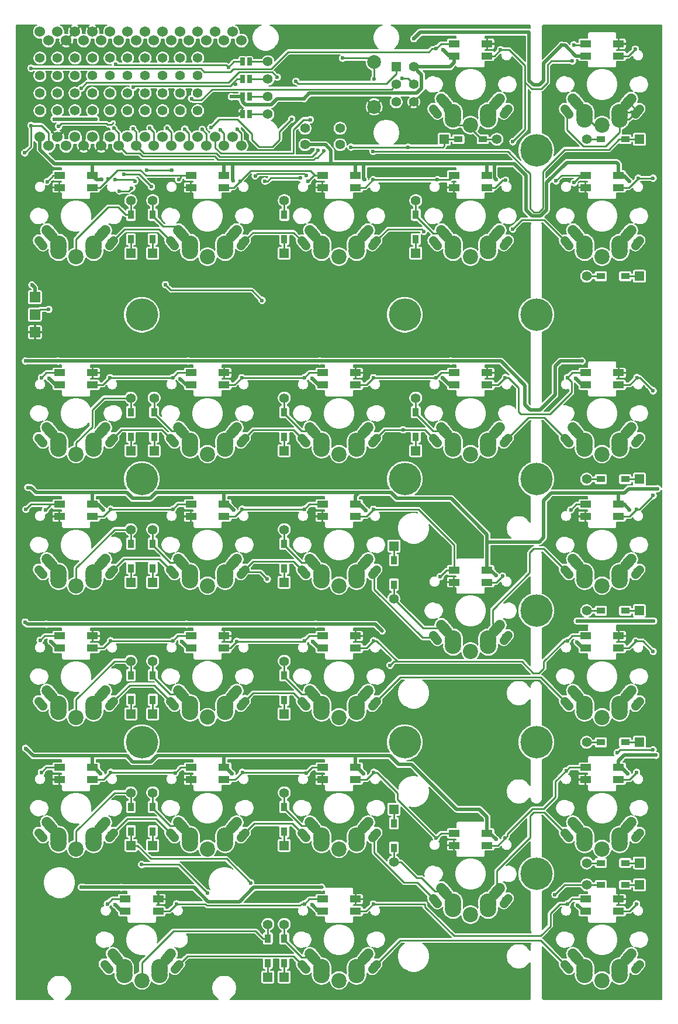
<source format=gbl>
G04 #@! TF.GenerationSoftware,KiCad,Pcbnew,(5.0.0)*
G04 #@! TF.CreationDate,2018-09-18T23:33:11-07:00*
G04 #@! TF.ProjectId,chiral,63686972616C2E6B696361645F706362,v0.2*
G04 #@! TF.SameCoordinates,Original*
G04 #@! TF.FileFunction,Copper,L2,Bot,Signal*
G04 #@! TF.FilePolarity,Positive*
%FSLAX46Y46*%
G04 Gerber Fmt 4.6, Leading zero omitted, Abs format (unit mm)*
G04 Created by KiCad (PCBNEW (5.0.0)) date 09/18/18 23:33:11*
%MOMM*%
%LPD*%
G01*
G04 APERTURE LIST*
G04 #@! TA.AperFunction,SMDPad,CuDef*
%ADD10R,1.300000X0.950000*%
G04 #@! TD*
G04 #@! TA.AperFunction,ComponentPad*
%ADD11R,1.397000X1.397000*%
G04 #@! TD*
G04 #@! TA.AperFunction,ComponentPad*
%ADD12C,1.397000*%
G04 #@! TD*
G04 #@! TA.AperFunction,SMDPad,CuDef*
%ADD13R,0.950000X1.300000*%
G04 #@! TD*
G04 #@! TA.AperFunction,ComponentPad*
%ADD14C,4.700000*%
G04 #@! TD*
G04 #@! TA.AperFunction,SMDPad,CuDef*
%ADD15R,0.635000X1.143000*%
G04 #@! TD*
G04 #@! TA.AperFunction,ComponentPad*
%ADD16C,1.524000*%
G04 #@! TD*
G04 #@! TA.AperFunction,SMDPad,CuDef*
%ADD17R,1.524000X1.524000*%
G04 #@! TD*
G04 #@! TA.AperFunction,ComponentPad*
%ADD18C,1.250000*%
G04 #@! TD*
G04 #@! TA.AperFunction,Conductor*
%ADD19C,1.250000*%
G04 #@! TD*
G04 #@! TA.AperFunction,ComponentPad*
%ADD20C,2.200000*%
G04 #@! TD*
G04 #@! TA.AperFunction,ComponentPad*
%ADD21C,2.400000*%
G04 #@! TD*
G04 #@! TA.AperFunction,ComponentPad*
%ADD22C,1.550000*%
G04 #@! TD*
G04 #@! TA.AperFunction,Conductor*
%ADD23C,1.550000*%
G04 #@! TD*
G04 #@! TA.AperFunction,ComponentPad*
%ADD24C,2.000000*%
G04 #@! TD*
G04 #@! TA.AperFunction,SMDPad,CuDef*
%ADD25R,1.600000X1.000000*%
G04 #@! TD*
G04 #@! TA.AperFunction,ViaPad*
%ADD26C,0.600000*%
G04 #@! TD*
G04 #@! TA.AperFunction,Conductor*
%ADD27C,0.250000*%
G04 #@! TD*
G04 #@! TA.AperFunction,Conductor*
%ADD28C,0.500000*%
G04 #@! TD*
G04 #@! TA.AperFunction,Conductor*
%ADD29C,0.127000*%
G04 #@! TD*
G04 APERTURE END LIST*
D10*
G04 #@! TO.P,D1,2*
G04 #@! TO.N,Net-(D1-Pad2)*
X106550000Y-55562500D03*
G04 #@! TO.P,D1,1*
G04 #@! TO.N,col3*
X103000000Y-55562500D03*
D11*
X100965000Y-55562500D03*
D12*
G04 #@! TO.P,D1,2*
G04 #@! TO.N,Net-(D1-Pad2)*
X108585000Y-55562500D03*
G04 #@! TD*
G04 #@! TO.P,D2,2*
G04 #@! TO.N,Net-(D2-Pad2)*
X121602968Y-55562500D03*
D11*
G04 #@! TO.P,D2,1*
G04 #@! TO.N,col4*
X129222968Y-55562500D03*
D10*
X127187968Y-55562500D03*
G04 #@! TO.P,D2,2*
G04 #@! TO.N,Net-(D2-Pad2)*
X123637968Y-55562500D03*
G04 #@! TD*
D12*
G04 #@! TO.P,D3,2*
G04 #@! TO.N,Net-(D3-Pad2)*
X55562968Y-64451578D03*
D11*
G04 #@! TO.P,D3,1*
G04 #@! TO.N,col0*
X55562968Y-72071578D03*
D13*
X55562968Y-70036578D03*
G04 #@! TO.P,D3,2*
G04 #@! TO.N,Net-(D3-Pad2)*
X55562968Y-66486578D03*
G04 #@! TD*
G04 #@! TO.P,D4,2*
G04 #@! TO.N,Net-(D4-Pad2)*
X58737968Y-66486578D03*
G04 #@! TO.P,D4,1*
G04 #@! TO.N,col1*
X58737968Y-70036578D03*
D11*
X58737968Y-72071578D03*
D12*
G04 #@! TO.P,D4,2*
G04 #@! TO.N,Net-(D4-Pad2)*
X58737968Y-64451578D03*
G04 #@! TD*
G04 #@! TO.P,D5,2*
G04 #@! TO.N,Net-(D5-Pad2)*
X77787968Y-64451578D03*
D11*
G04 #@! TO.P,D5,1*
G04 #@! TO.N,col2*
X77787968Y-72071578D03*
D13*
X77787968Y-70036578D03*
G04 #@! TO.P,D5,2*
G04 #@! TO.N,Net-(D5-Pad2)*
X77787968Y-66486578D03*
G04 #@! TD*
G04 #@! TO.P,D6,2*
G04 #@! TO.N,Net-(D6-Pad2)*
X96837968Y-66486578D03*
G04 #@! TO.P,D6,1*
G04 #@! TO.N,col3*
X96837968Y-70036578D03*
D11*
X96837968Y-72071578D03*
D12*
G04 #@! TO.P,D6,2*
G04 #@! TO.N,Net-(D6-Pad2)*
X96837968Y-64451578D03*
G04 #@! TD*
G04 #@! TO.P,D7,2*
G04 #@! TO.N,Net-(D7-Pad2)*
X121602968Y-75405328D03*
D11*
G04 #@! TO.P,D7,1*
G04 #@! TO.N,col4*
X129222968Y-75405328D03*
D10*
X127187968Y-75405328D03*
G04 #@! TO.P,D7,2*
G04 #@! TO.N,Net-(D7-Pad2)*
X123637968Y-75405328D03*
G04 #@! TD*
D13*
G04 #@! TO.P,D8,2*
G04 #@! TO.N,Net-(D8-Pad2)*
X55562968Y-95061578D03*
G04 #@! TO.P,D8,1*
G04 #@! TO.N,col0*
X55562968Y-98611578D03*
D11*
X55562968Y-100646578D03*
D12*
G04 #@! TO.P,D8,2*
G04 #@! TO.N,Net-(D8-Pad2)*
X55562968Y-93026578D03*
G04 #@! TD*
G04 #@! TO.P,D9,2*
G04 #@! TO.N,Net-(D9-Pad2)*
X58925468Y-93026578D03*
D11*
G04 #@! TO.P,D9,1*
G04 #@! TO.N,col1*
X58925468Y-100646578D03*
D13*
X58925468Y-98611578D03*
G04 #@! TO.P,D9,2*
G04 #@! TO.N,Net-(D9-Pad2)*
X58925468Y-95061578D03*
G04 #@! TD*
G04 #@! TO.P,D10,2*
G04 #@! TO.N,Net-(D10-Pad2)*
X77787968Y-95061578D03*
G04 #@! TO.P,D10,1*
G04 #@! TO.N,col2*
X77787968Y-98611578D03*
D11*
X77787968Y-100646578D03*
D12*
G04 #@! TO.P,D10,2*
G04 #@! TO.N,Net-(D10-Pad2)*
X77787968Y-93026578D03*
G04 #@! TD*
G04 #@! TO.P,D11,2*
G04 #@! TO.N,Net-(D11-Pad2)*
X96837968Y-93026578D03*
D11*
G04 #@! TO.P,D11,1*
G04 #@! TO.N,col3*
X96837968Y-100646578D03*
D13*
X96837968Y-98611578D03*
G04 #@! TO.P,D11,2*
G04 #@! TO.N,Net-(D11-Pad2)*
X96837968Y-95061578D03*
G04 #@! TD*
D10*
G04 #@! TO.P,D12,2*
G04 #@! TO.N,Net-(D12-Pad2)*
X123637968Y-104774078D03*
G04 #@! TO.P,D12,1*
G04 #@! TO.N,col4*
X127187968Y-104774078D03*
D11*
X129222968Y-104774078D03*
D12*
G04 #@! TO.P,D12,2*
G04 #@! TO.N,Net-(D12-Pad2)*
X121602968Y-104774078D03*
G04 #@! TD*
D13*
G04 #@! TO.P,D13,2*
G04 #@! TO.N,Net-(D13-Pad2)*
X55562968Y-114111578D03*
G04 #@! TO.P,D13,1*
G04 #@! TO.N,col0*
X55562968Y-117661578D03*
D11*
X55562968Y-119696578D03*
D12*
G04 #@! TO.P,D13,2*
G04 #@! TO.N,Net-(D13-Pad2)*
X55562968Y-112076578D03*
G04 #@! TD*
D13*
G04 #@! TO.P,D14,2*
G04 #@! TO.N,Net-(D14-Pad2)*
X58737968Y-114111578D03*
G04 #@! TO.P,D14,1*
G04 #@! TO.N,col1*
X58737968Y-117661578D03*
D11*
X58737968Y-119696578D03*
D12*
G04 #@! TO.P,D14,2*
G04 #@! TO.N,Net-(D14-Pad2)*
X58737968Y-112076578D03*
G04 #@! TD*
G04 #@! TO.P,D15,2*
G04 #@! TO.N,Net-(D15-Pad2)*
X77787968Y-112076578D03*
D11*
G04 #@! TO.P,D15,1*
G04 #@! TO.N,col2*
X77787968Y-119696578D03*
D13*
X77787968Y-117661578D03*
G04 #@! TO.P,D15,2*
G04 #@! TO.N,Net-(D15-Pad2)*
X77787968Y-114111578D03*
G04 #@! TD*
G04 #@! TO.P,D16,2*
G04 #@! TO.N,Net-(D16-Pad2)*
X93662968Y-120042828D03*
G04 #@! TO.P,D16,1*
G04 #@! TO.N,col3*
X93662968Y-116492828D03*
D11*
X93662968Y-114457828D03*
D12*
G04 #@! TO.P,D16,2*
G04 #@! TO.N,Net-(D16-Pad2)*
X93662968Y-122077828D03*
G04 #@! TD*
G04 #@! TO.P,D17,2*
G04 #@! TO.N,Net-(D17-Pad2)*
X121602968Y-123824078D03*
D11*
G04 #@! TO.P,D17,1*
G04 #@! TO.N,col4*
X129222968Y-123824078D03*
D10*
X127187968Y-123824078D03*
G04 #@! TO.P,D17,2*
G04 #@! TO.N,Net-(D17-Pad2)*
X123637968Y-123824078D03*
G04 #@! TD*
D12*
G04 #@! TO.P,D18,2*
G04 #@! TO.N,Net-(D18-Pad2)*
X55562968Y-131126578D03*
D11*
G04 #@! TO.P,D18,1*
G04 #@! TO.N,col0*
X55562968Y-138746578D03*
D13*
X55562968Y-136711578D03*
G04 #@! TO.P,D18,2*
G04 #@! TO.N,Net-(D18-Pad2)*
X55562968Y-133161578D03*
G04 #@! TD*
G04 #@! TO.P,D19,2*
G04 #@! TO.N,Net-(D19-Pad2)*
X58737968Y-133161578D03*
G04 #@! TO.P,D19,1*
G04 #@! TO.N,col1*
X58737968Y-136711578D03*
D11*
X58737968Y-138746578D03*
D12*
G04 #@! TO.P,D19,2*
G04 #@! TO.N,Net-(D19-Pad2)*
X58737968Y-131126578D03*
G04 #@! TD*
G04 #@! TO.P,D20,2*
G04 #@! TO.N,Net-(D20-Pad2)*
X77787968Y-131126578D03*
D11*
G04 #@! TO.P,D20,1*
G04 #@! TO.N,col2*
X77787968Y-138746578D03*
D13*
X77787968Y-136711578D03*
G04 #@! TO.P,D20,2*
G04 #@! TO.N,Net-(D20-Pad2)*
X77787968Y-133161578D03*
G04 #@! TD*
D10*
G04 #@! TO.P,D21,2*
G04 #@! TO.N,Net-(D21-Pad2)*
X123637968Y-142874078D03*
G04 #@! TO.P,D21,1*
G04 #@! TO.N,col4*
X127187968Y-142874078D03*
D11*
X129222968Y-142874078D03*
D12*
G04 #@! TO.P,D21,2*
G04 #@! TO.N,Net-(D21-Pad2)*
X121602968Y-142874078D03*
G04 #@! TD*
G04 #@! TO.P,D22,2*
G04 #@! TO.N,Net-(D22-Pad2)*
X55562968Y-150176578D03*
D11*
G04 #@! TO.P,D22,1*
G04 #@! TO.N,col0*
X55562968Y-157796578D03*
D13*
X55562968Y-155761578D03*
G04 #@! TO.P,D22,2*
G04 #@! TO.N,Net-(D22-Pad2)*
X55562968Y-152211578D03*
G04 #@! TD*
G04 #@! TO.P,D23,2*
G04 #@! TO.N,Net-(D23-Pad2)*
X58737968Y-152211578D03*
G04 #@! TO.P,D23,1*
G04 #@! TO.N,col1*
X58737968Y-155761578D03*
D11*
X58737968Y-157796578D03*
D12*
G04 #@! TO.P,D23,2*
G04 #@! TO.N,Net-(D23-Pad2)*
X58737968Y-150176578D03*
G04 #@! TD*
G04 #@! TO.P,D24,2*
G04 #@! TO.N,Net-(D24-Pad2)*
X77787968Y-150176578D03*
D11*
G04 #@! TO.P,D24,1*
G04 #@! TO.N,col2*
X77787968Y-157796578D03*
D13*
X77787968Y-155761578D03*
G04 #@! TO.P,D24,2*
G04 #@! TO.N,Net-(D24-Pad2)*
X77787968Y-152211578D03*
G04 #@! TD*
G04 #@! TO.P,D25,2*
G04 #@! TO.N,Net-(D25-Pad2)*
X93662968Y-158142828D03*
G04 #@! TO.P,D25,1*
G04 #@! TO.N,col3*
X93662968Y-154592828D03*
D11*
X93662968Y-152557828D03*
D12*
G04 #@! TO.P,D25,2*
G04 #@! TO.N,Net-(D25-Pad2)*
X93662968Y-160177828D03*
G04 #@! TD*
G04 #@! TO.P,D26,2*
G04 #@! TO.N,Net-(D26-Pad2)*
X121602968Y-160336578D03*
D11*
G04 #@! TO.P,D26,1*
G04 #@! TO.N,col4*
X129222968Y-160336578D03*
D10*
X127187968Y-160336578D03*
G04 #@! TO.P,D26,2*
G04 #@! TO.N,Net-(D26-Pad2)*
X123637968Y-160336578D03*
G04 #@! TD*
D13*
G04 #@! TO.P,D27,2*
G04 #@! TO.N,Net-(D27-Pad2)*
X75406718Y-171261578D03*
G04 #@! TO.P,D27,1*
G04 #@! TO.N,col0*
X75406718Y-174811578D03*
D11*
X75406718Y-176846578D03*
D12*
G04 #@! TO.P,D27,2*
G04 #@! TO.N,Net-(D27-Pad2)*
X75406718Y-169226578D03*
G04 #@! TD*
G04 #@! TO.P,D28,2*
G04 #@! TO.N,Net-(D28-Pad2)*
X77787968Y-169226578D03*
D11*
G04 #@! TO.P,D28,1*
G04 #@! TO.N,col2*
X77787968Y-176846578D03*
D13*
X77787968Y-174811578D03*
G04 #@! TO.P,D28,2*
G04 #@! TO.N,Net-(D28-Pad2)*
X77787968Y-171261578D03*
G04 #@! TD*
D10*
G04 #@! TO.P,D29,2*
G04 #@! TO.N,Net-(D29-Pad2)*
X123637968Y-163511578D03*
G04 #@! TO.P,D29,1*
G04 #@! TO.N,col4*
X127187968Y-163511578D03*
D11*
X129222968Y-163511578D03*
D12*
G04 #@! TO.P,D29,2*
G04 #@! TO.N,Net-(D29-Pad2)*
X121602968Y-163511578D03*
G04 #@! TD*
G04 #@! TO.P,H1,1*
G04 #@! TO.N,N/C*
X47464960Y-48892460D03*
X42384960Y-48892460D03*
X44924960Y-48892460D03*
X42384960Y-51432460D03*
X52544960Y-48892460D03*
X47464960Y-51432460D03*
X55084960Y-48892460D03*
X57624960Y-48892460D03*
X50004960Y-48892460D03*
X52544960Y-51432460D03*
X57624960Y-51432460D03*
X60164960Y-48892460D03*
X60164960Y-51432460D03*
X62704960Y-48892460D03*
X62704960Y-51432460D03*
X65244960Y-48892460D03*
X65244960Y-51432460D03*
X50004960Y-51432460D03*
X55084960Y-51432460D03*
X44924960Y-51432460D03*
X65247500Y-46355000D03*
X65247500Y-43815000D03*
X62707500Y-46355000D03*
X62707500Y-43815000D03*
X60167500Y-46355000D03*
X60167500Y-43815000D03*
X57627500Y-46355000D03*
X57627500Y-43815000D03*
X55087500Y-46355000D03*
X55087500Y-43815000D03*
X52547500Y-46355000D03*
X52547500Y-43815000D03*
X50007500Y-46355000D03*
X50007500Y-43815000D03*
X47467500Y-46355000D03*
X47467500Y-43815000D03*
X44927500Y-46355000D03*
X44927500Y-43815000D03*
X42387500Y-46355000D03*
X42387500Y-43815000D03*
G04 #@! TD*
D14*
G04 #@! TO.P,H6,hole*
G04 #@! TO.N,N/C*
X114300000Y-57150000D03*
G04 #@! TD*
G04 #@! TO.P,H7,hole*
G04 #@! TO.N,N/C*
X57150000Y-80962500D03*
G04 #@! TD*
G04 #@! TO.P,H8,hole*
G04 #@! TO.N,N/C*
X95250000Y-80962500D03*
G04 #@! TD*
G04 #@! TO.P,H9,hole*
G04 #@! TO.N,N/C*
X114300000Y-80962500D03*
G04 #@! TD*
G04 #@! TO.P,H10,hole*
G04 #@! TO.N,N/C*
X57150000Y-104775000D03*
G04 #@! TD*
G04 #@! TO.P,H11,hole*
G04 #@! TO.N,N/C*
X95250000Y-104775000D03*
G04 #@! TD*
G04 #@! TO.P,H12,hole*
G04 #@! TO.N,N/C*
X114300000Y-104775000D03*
G04 #@! TD*
G04 #@! TO.P,H13,hole*
G04 #@! TO.N,N/C*
X114300000Y-123825000D03*
G04 #@! TD*
G04 #@! TO.P,H14,hole*
G04 #@! TO.N,N/C*
X57150000Y-142875000D03*
G04 #@! TD*
G04 #@! TO.P,H15,hole*
G04 #@! TO.N,N/C*
X95250000Y-142875000D03*
G04 #@! TD*
G04 #@! TO.P,H16,hole*
G04 #@! TO.N,N/C*
X114300000Y-142875000D03*
G04 #@! TD*
G04 #@! TO.P,H17,hole*
G04 #@! TO.N,N/C*
X114300000Y-161925000D03*
G04 #@! TD*
D15*
G04 #@! TO.P,JP8,2*
G04 #@! TO.N,Net-(JP4-Pad2)*
X72725380Y-44335000D03*
G04 #@! TO.P,JP8,1*
G04 #@! TO.N,/SDA*
X71724620Y-44335000D03*
G04 #@! TD*
G04 #@! TO.P,JP9,1*
G04 #@! TO.N,/SCL*
X71724240Y-46875000D03*
G04 #@! TO.P,JP9,2*
G04 #@! TO.N,Net-(JP5-Pad2)*
X72725000Y-46875000D03*
G04 #@! TD*
G04 #@! TO.P,JP10,1*
G04 #@! TO.N,VCC*
X71724240Y-49415000D03*
G04 #@! TO.P,JP10,2*
G04 #@! TO.N,Net-(JP10-Pad2)*
X72725000Y-49415000D03*
G04 #@! TD*
G04 #@! TO.P,JP11,2*
G04 #@! TO.N,Net-(JP11-Pad2)*
X72725380Y-51955000D03*
G04 #@! TO.P,JP11,1*
G04 #@! TO.N,GND*
X71724620Y-51955000D03*
G04 #@! TD*
D16*
G04 #@! TO.P,MCU1,1*
G04 #@! TO.N,LED*
X43656718Y-56514078D03*
G04 #@! TO.P,MCU1,2*
G04 #@! TO.N,data*
X46196718Y-56514078D03*
G04 #@! TO.P,MCU1,3*
G04 #@! TO.N,GND*
X48736718Y-56514078D03*
G04 #@! TO.P,MCU1,4*
X51276718Y-56514078D03*
G04 #@! TO.P,MCU1,5*
G04 #@! TO.N,/SDA*
X53816718Y-56514078D03*
G04 #@! TO.P,MCU1,6*
G04 #@! TO.N,/SCL*
X56356718Y-56514078D03*
G04 #@! TO.P,MCU1,7*
G04 #@! TO.N,col0*
X58896718Y-56514078D03*
G04 #@! TO.P,MCU1,8*
G04 #@! TO.N,col1*
X61436718Y-56514078D03*
G04 #@! TO.P,MCU1,9*
G04 #@! TO.N,col2*
X63976718Y-56514078D03*
G04 #@! TO.P,MCU1,10*
G04 #@! TO.N,col3*
X66516718Y-56514078D03*
G04 #@! TO.P,MCU1,11*
G04 #@! TO.N,col4*
X69056718Y-56514078D03*
G04 #@! TO.P,MCU1,12*
G04 #@! TO.N,Net-(MCU1-Pad12)*
X71596718Y-56514078D03*
G04 #@! TO.P,MCU1,13*
G04 #@! TO.N,Net-(MCU1-Pad13)*
X71596718Y-41274078D03*
G04 #@! TO.P,MCU1,14*
G04 #@! TO.N,row0*
X69056718Y-41274078D03*
G04 #@! TO.P,MCU1,15*
G04 #@! TO.N,row1*
X66516718Y-41274078D03*
G04 #@! TO.P,MCU1,16*
G04 #@! TO.N,row2*
X63976718Y-41274078D03*
G04 #@! TO.P,MCU1,17*
G04 #@! TO.N,row3*
X61436718Y-41274078D03*
G04 #@! TO.P,MCU1,18*
G04 #@! TO.N,row4*
X58896718Y-41274078D03*
G04 #@! TO.P,MCU1,19*
G04 #@! TO.N,row5*
X56356718Y-41274078D03*
G04 #@! TO.P,MCU1,20*
G04 #@! TO.N,row6*
X53816718Y-41274078D03*
G04 #@! TO.P,MCU1,21*
G04 #@! TO.N,VCC*
X51276718Y-41274078D03*
G04 #@! TO.P,MCU1,22*
G04 #@! TO.N,/RESET*
X48736718Y-41274078D03*
G04 #@! TO.P,MCU1,23*
G04 #@! TO.N,GND*
X46196718Y-41274078D03*
G04 #@! TO.P,MCU1,24*
G04 #@! TO.N,VCC*
X43656718Y-41274078D03*
G04 #@! TO.P,MCU1,15*
G04 #@! TO.N,row1*
X65246718Y-55244078D03*
G04 #@! TO.P,MCU1,9*
G04 #@! TO.N,col2*
X62706718Y-40004078D03*
G04 #@! TO.P,MCU1,21*
G04 #@! TO.N,VCC*
X50006718Y-55244078D03*
G04 #@! TO.P,MCU1,1*
G04 #@! TO.N,LED*
X42386718Y-40004078D03*
G04 #@! TO.P,MCU1,2*
G04 #@! TO.N,data*
X44926718Y-40004078D03*
G04 #@! TO.P,MCU1,13*
G04 #@! TO.N,Net-(MCU1-Pad13)*
X70326718Y-55244078D03*
G04 #@! TO.P,MCU1,17*
G04 #@! TO.N,row3*
X60166718Y-55244078D03*
G04 #@! TO.P,MCU1,3*
G04 #@! TO.N,GND*
X47466718Y-40004078D03*
G04 #@! TO.P,MCU1,4*
X50006718Y-40004078D03*
G04 #@! TO.P,MCU1,5*
G04 #@! TO.N,/SDA*
X52546718Y-40004078D03*
G04 #@! TO.P,MCU1,23*
G04 #@! TO.N,GND*
X44926718Y-55244078D03*
G04 #@! TO.P,MCU1,24*
G04 #@! TO.N,VCC*
X42386718Y-55244078D03*
G04 #@! TO.P,MCU1,6*
G04 #@! TO.N,/SCL*
X55086718Y-40004078D03*
G04 #@! TO.P,MCU1,8*
G04 #@! TO.N,col1*
X60166718Y-40004078D03*
G04 #@! TO.P,MCU1,12*
G04 #@! TO.N,Net-(MCU1-Pad12)*
X70326718Y-40004078D03*
G04 #@! TO.P,MCU1,18*
G04 #@! TO.N,row4*
X57626718Y-55244078D03*
G04 #@! TO.P,MCU1,20*
G04 #@! TO.N,row6*
X52546718Y-55244078D03*
G04 #@! TO.P,MCU1,22*
G04 #@! TO.N,/RESET*
X47466718Y-55244078D03*
G04 #@! TO.P,MCU1,19*
G04 #@! TO.N,row5*
X55086718Y-55244078D03*
G04 #@! TO.P,MCU1,7*
G04 #@! TO.N,col0*
X57626718Y-40004078D03*
G04 #@! TO.P,MCU1,10*
G04 #@! TO.N,col3*
X65246718Y-40004078D03*
G04 #@! TO.P,MCU1,11*
G04 #@! TO.N,col4*
X67786718Y-40004078D03*
G04 #@! TO.P,MCU1,14*
G04 #@! TO.N,row0*
X67786718Y-55244078D03*
G04 #@! TO.P,MCU1,16*
G04 #@! TO.N,row2*
X62706718Y-55244078D03*
G04 #@! TD*
D12*
G04 #@! TO.P,P1,1*
G04 #@! TO.N,Net-(JP4-Pad2)*
X75410000Y-44335000D03*
G04 #@! TO.P,P1,2*
G04 #@! TO.N,Net-(JP5-Pad2)*
X75410000Y-46875000D03*
G04 #@! TO.P,P1,3*
G04 #@! TO.N,Net-(JP10-Pad2)*
X75410000Y-49415000D03*
G04 #@! TO.P,P1,4*
G04 #@! TO.N,Net-(JP11-Pad2)*
X75410000Y-51955000D03*
G04 #@! TD*
D17*
G04 #@! TO.P,P2,1*
G04 #@! TO.N,VCC*
X41675000Y-78422500D03*
G04 #@! TO.P,P2,2*
G04 #@! TO.N,LED*
X41675000Y-80962500D03*
G04 #@! TO.P,P2,3*
G04 #@! TO.N,GND*
X41675000Y-83502500D03*
G04 #@! TD*
D11*
G04 #@! TO.P,P3,1*
G04 #@! TO.N,row1*
X94005000Y-45085000D03*
D12*
G04 #@! TO.P,P3,2*
G04 #@! TO.N,VCC*
X96545000Y-45085000D03*
G04 #@! TO.P,P3,3*
G04 #@! TO.N,row2*
X94005000Y-47625000D03*
G04 #@! TO.P,P3,4*
G04 #@! TO.N,row0*
X96545000Y-47625000D03*
G04 #@! TO.P,P3,5*
G04 #@! TO.N,/RESET*
X94005000Y-50165000D03*
G04 #@! TO.P,P3,6*
G04 #@! TO.N,GND*
X96545000Y-50165000D03*
G04 #@! TD*
G04 #@! TO.P,R1,1*
G04 #@! TO.N,VCC*
X80803750Y-53975000D03*
G04 #@! TO.P,R1,2*
G04 #@! TO.N,/SCL*
X85883750Y-53975000D03*
G04 #@! TD*
G04 #@! TO.P,R2,2*
G04 #@! TO.N,/SDA*
X85883750Y-56356250D03*
G04 #@! TO.P,R2,1*
G04 #@! TO.N,VCC*
X80803750Y-56356250D03*
G04 #@! TD*
D18*
G04 #@! TO.P,SW1,1*
G04 #@! TO.N,row0*
X99675468Y-51524078D03*
D19*
G04 #@! TD*
G04 #@! TO.N,row0*
G04 #@! TO.C,SW1*
X99980792Y-51887949D02*
X99370144Y-51160207D01*
D18*
G04 #@! TO.P,SW1,1*
G04 #@! TO.N,row0*
X109875468Y-51524078D03*
D19*
G04 #@! TD*
G04 #@! TO.N,row0*
G04 #@! TO.C,SW1*
X110180792Y-51160207D02*
X109570144Y-51887949D01*
D20*
G04 #@! TO.P,SW1,2*
G04 #@! TO.N,Net-(D1-Pad2)*
X104775468Y-53524078D03*
D21*
X102235468Y-52704078D03*
D22*
G04 #@! TO.P,SW1,1*
G04 #@! TO.N,row0*
X108585468Y-50164078D03*
D23*
G04 #@! TD*
G04 #@! TO.N,row0*
G04 #@! TO.C,SW1*
X108987210Y-49685300D02*
X108183726Y-50642856D01*
D21*
G04 #@! TO.P,SW1,1*
G04 #@! TO.N,row0*
X107315468Y-52704078D03*
D22*
G04 #@! TO.P,SW1,2*
G04 #@! TO.N,Net-(D1-Pad2)*
X100965468Y-50164078D03*
D23*
G04 #@! TD*
G04 #@! TO.N,Net-(D1-Pad2)*
G04 #@! TO.C,SW1*
X101367210Y-50642856D02*
X100563726Y-49685300D01*
D21*
G04 #@! TO.P,SW1,2*
G04 #@! TO.N,Net-(D1-Pad2)*
X102235468Y-52124078D03*
X102235468Y-51624078D03*
G04 #@! TO.P,SW1,1*
G04 #@! TO.N,row0*
X107315468Y-51624078D03*
X107315468Y-52124078D03*
G04 #@! TD*
D18*
G04 #@! TO.P,SW2,1*
G04 #@! TO.N,row0*
X118725468Y-51524078D03*
D19*
G04 #@! TD*
G04 #@! TO.N,row0*
G04 #@! TO.C,SW2*
X119030792Y-51887949D02*
X118420144Y-51160207D01*
D18*
G04 #@! TO.P,SW2,1*
G04 #@! TO.N,row0*
X128925468Y-51524078D03*
D19*
G04 #@! TD*
G04 #@! TO.N,row0*
G04 #@! TO.C,SW2*
X129230792Y-51160207D02*
X128620144Y-51887949D01*
D20*
G04 #@! TO.P,SW2,2*
G04 #@! TO.N,Net-(D2-Pad2)*
X123825468Y-53524078D03*
D21*
X121285468Y-52704078D03*
D22*
G04 #@! TO.P,SW2,1*
G04 #@! TO.N,row0*
X127635468Y-50164078D03*
D23*
G04 #@! TD*
G04 #@! TO.N,row0*
G04 #@! TO.C,SW2*
X128037210Y-49685300D02*
X127233726Y-50642856D01*
D21*
G04 #@! TO.P,SW2,1*
G04 #@! TO.N,row0*
X126365468Y-52704078D03*
D22*
G04 #@! TO.P,SW2,2*
G04 #@! TO.N,Net-(D2-Pad2)*
X120015468Y-50164078D03*
D23*
G04 #@! TD*
G04 #@! TO.N,Net-(D2-Pad2)*
G04 #@! TO.C,SW2*
X120417210Y-50642856D02*
X119613726Y-49685300D01*
D21*
G04 #@! TO.P,SW2,2*
G04 #@! TO.N,Net-(D2-Pad2)*
X121285468Y-52124078D03*
X121285468Y-51624078D03*
G04 #@! TO.P,SW2,1*
G04 #@! TO.N,row0*
X126365468Y-51624078D03*
X126365468Y-52124078D03*
G04 #@! TD*
G04 #@! TO.P,SW3,1*
G04 #@! TO.N,row1*
X50165468Y-71174078D03*
X50165468Y-70674078D03*
G04 #@! TO.P,SW3,2*
G04 #@! TO.N,Net-(D3-Pad2)*
X45085468Y-70674078D03*
X45085468Y-71174078D03*
D22*
X43815468Y-69214078D03*
D23*
G04 #@! TD*
G04 #@! TO.N,Net-(D3-Pad2)*
G04 #@! TO.C,SW3*
X44217210Y-69692856D02*
X43413726Y-68735300D01*
D21*
G04 #@! TO.P,SW3,1*
G04 #@! TO.N,row1*
X50165468Y-71754078D03*
D22*
X51435468Y-69214078D03*
D23*
G04 #@! TD*
G04 #@! TO.N,row1*
G04 #@! TO.C,SW3*
X51837210Y-68735300D02*
X51033726Y-69692856D01*
D21*
G04 #@! TO.P,SW3,2*
G04 #@! TO.N,Net-(D3-Pad2)*
X45085468Y-71754078D03*
D20*
X47625468Y-72574078D03*
D18*
G04 #@! TO.P,SW3,1*
G04 #@! TO.N,row1*
X52725468Y-70574078D03*
D19*
G04 #@! TD*
G04 #@! TO.N,row1*
G04 #@! TO.C,SW3*
X53030792Y-70210207D02*
X52420144Y-70937949D01*
D18*
G04 #@! TO.P,SW3,1*
G04 #@! TO.N,row1*
X42525468Y-70574078D03*
D19*
G04 #@! TD*
G04 #@! TO.N,row1*
G04 #@! TO.C,SW3*
X42830792Y-70937949D02*
X42220144Y-70210207D01*
D18*
G04 #@! TO.P,SW4,1*
G04 #@! TO.N,row1*
X61575468Y-70574078D03*
D19*
G04 #@! TD*
G04 #@! TO.N,row1*
G04 #@! TO.C,SW4*
X61880792Y-70937949D02*
X61270144Y-70210207D01*
D18*
G04 #@! TO.P,SW4,1*
G04 #@! TO.N,row1*
X71775468Y-70574078D03*
D19*
G04 #@! TD*
G04 #@! TO.N,row1*
G04 #@! TO.C,SW4*
X72080792Y-70210207D02*
X71470144Y-70937949D01*
D20*
G04 #@! TO.P,SW4,2*
G04 #@! TO.N,Net-(D4-Pad2)*
X66675468Y-72574078D03*
D21*
X64135468Y-71754078D03*
D22*
G04 #@! TO.P,SW4,1*
G04 #@! TO.N,row1*
X70485468Y-69214078D03*
D23*
G04 #@! TD*
G04 #@! TO.N,row1*
G04 #@! TO.C,SW4*
X70887210Y-68735300D02*
X70083726Y-69692856D01*
D21*
G04 #@! TO.P,SW4,1*
G04 #@! TO.N,row1*
X69215468Y-71754078D03*
D22*
G04 #@! TO.P,SW4,2*
G04 #@! TO.N,Net-(D4-Pad2)*
X62865468Y-69214078D03*
D23*
G04 #@! TD*
G04 #@! TO.N,Net-(D4-Pad2)*
G04 #@! TO.C,SW4*
X63267210Y-69692856D02*
X62463726Y-68735300D01*
D21*
G04 #@! TO.P,SW4,2*
G04 #@! TO.N,Net-(D4-Pad2)*
X64135468Y-71174078D03*
X64135468Y-70674078D03*
G04 #@! TO.P,SW4,1*
G04 #@! TO.N,row1*
X69215468Y-70674078D03*
X69215468Y-71174078D03*
G04 #@! TD*
G04 #@! TO.P,SW5,1*
G04 #@! TO.N,row1*
X88265468Y-71174078D03*
X88265468Y-70674078D03*
G04 #@! TO.P,SW5,2*
G04 #@! TO.N,Net-(D5-Pad2)*
X83185468Y-70674078D03*
X83185468Y-71174078D03*
D22*
X81915468Y-69214078D03*
D23*
G04 #@! TD*
G04 #@! TO.N,Net-(D5-Pad2)*
G04 #@! TO.C,SW5*
X82317210Y-69692856D02*
X81513726Y-68735300D01*
D21*
G04 #@! TO.P,SW5,1*
G04 #@! TO.N,row1*
X88265468Y-71754078D03*
D22*
X89535468Y-69214078D03*
D23*
G04 #@! TD*
G04 #@! TO.N,row1*
G04 #@! TO.C,SW5*
X89937210Y-68735300D02*
X89133726Y-69692856D01*
D21*
G04 #@! TO.P,SW5,2*
G04 #@! TO.N,Net-(D5-Pad2)*
X83185468Y-71754078D03*
D20*
X85725468Y-72574078D03*
D18*
G04 #@! TO.P,SW5,1*
G04 #@! TO.N,row1*
X90825468Y-70574078D03*
D19*
G04 #@! TD*
G04 #@! TO.N,row1*
G04 #@! TO.C,SW5*
X91130792Y-70210207D02*
X90520144Y-70937949D01*
D18*
G04 #@! TO.P,SW5,1*
G04 #@! TO.N,row1*
X80625468Y-70574078D03*
D19*
G04 #@! TD*
G04 #@! TO.N,row1*
G04 #@! TO.C,SW5*
X80930792Y-70937949D02*
X80320144Y-70210207D01*
D18*
G04 #@! TO.P,SW6,1*
G04 #@! TO.N,row1*
X99675468Y-70574078D03*
D19*
G04 #@! TD*
G04 #@! TO.N,row1*
G04 #@! TO.C,SW6*
X99980792Y-70937949D02*
X99370144Y-70210207D01*
D18*
G04 #@! TO.P,SW6,1*
G04 #@! TO.N,row1*
X109875468Y-70574078D03*
D19*
G04 #@! TD*
G04 #@! TO.N,row1*
G04 #@! TO.C,SW6*
X110180792Y-70210207D02*
X109570144Y-70937949D01*
D20*
G04 #@! TO.P,SW6,2*
G04 #@! TO.N,Net-(D6-Pad2)*
X104775468Y-72574078D03*
D21*
X102235468Y-71754078D03*
D22*
G04 #@! TO.P,SW6,1*
G04 #@! TO.N,row1*
X108585468Y-69214078D03*
D23*
G04 #@! TD*
G04 #@! TO.N,row1*
G04 #@! TO.C,SW6*
X108987210Y-68735300D02*
X108183726Y-69692856D01*
D21*
G04 #@! TO.P,SW6,1*
G04 #@! TO.N,row1*
X107315468Y-71754078D03*
D22*
G04 #@! TO.P,SW6,2*
G04 #@! TO.N,Net-(D6-Pad2)*
X100965468Y-69214078D03*
D23*
G04 #@! TD*
G04 #@! TO.N,Net-(D6-Pad2)*
G04 #@! TO.C,SW6*
X101367210Y-69692856D02*
X100563726Y-68735300D01*
D21*
G04 #@! TO.P,SW6,2*
G04 #@! TO.N,Net-(D6-Pad2)*
X102235468Y-71174078D03*
X102235468Y-70674078D03*
G04 #@! TO.P,SW6,1*
G04 #@! TO.N,row1*
X107315468Y-70674078D03*
X107315468Y-71174078D03*
G04 #@! TD*
G04 #@! TO.P,SW7,1*
G04 #@! TO.N,row1*
X126365468Y-71174078D03*
X126365468Y-70674078D03*
G04 #@! TO.P,SW7,2*
G04 #@! TO.N,Net-(D7-Pad2)*
X121285468Y-70674078D03*
X121285468Y-71174078D03*
D22*
X120015468Y-69214078D03*
D23*
G04 #@! TD*
G04 #@! TO.N,Net-(D7-Pad2)*
G04 #@! TO.C,SW7*
X120417210Y-69692856D02*
X119613726Y-68735300D01*
D21*
G04 #@! TO.P,SW7,1*
G04 #@! TO.N,row1*
X126365468Y-71754078D03*
D22*
X127635468Y-69214078D03*
D23*
G04 #@! TD*
G04 #@! TO.N,row1*
G04 #@! TO.C,SW7*
X128037210Y-68735300D02*
X127233726Y-69692856D01*
D21*
G04 #@! TO.P,SW7,2*
G04 #@! TO.N,Net-(D7-Pad2)*
X121285468Y-71754078D03*
D20*
X123825468Y-72574078D03*
D18*
G04 #@! TO.P,SW7,1*
G04 #@! TO.N,row1*
X128925468Y-70574078D03*
D19*
G04 #@! TD*
G04 #@! TO.N,row1*
G04 #@! TO.C,SW7*
X129230792Y-70210207D02*
X128620144Y-70937949D01*
D18*
G04 #@! TO.P,SW7,1*
G04 #@! TO.N,row1*
X118725468Y-70574078D03*
D19*
G04 #@! TD*
G04 #@! TO.N,row1*
G04 #@! TO.C,SW7*
X119030792Y-70937949D02*
X118420144Y-70210207D01*
D21*
G04 #@! TO.P,SW8,1*
G04 #@! TO.N,row2*
X50165468Y-99749078D03*
X50165468Y-99249078D03*
G04 #@! TO.P,SW8,2*
G04 #@! TO.N,Net-(D8-Pad2)*
X45085468Y-99249078D03*
X45085468Y-99749078D03*
D22*
X43815468Y-97789078D03*
D23*
G04 #@! TD*
G04 #@! TO.N,Net-(D8-Pad2)*
G04 #@! TO.C,SW8*
X44217210Y-98267856D02*
X43413726Y-97310300D01*
D21*
G04 #@! TO.P,SW8,1*
G04 #@! TO.N,row2*
X50165468Y-100329078D03*
D22*
X51435468Y-97789078D03*
D23*
G04 #@! TD*
G04 #@! TO.N,row2*
G04 #@! TO.C,SW8*
X51837210Y-97310300D02*
X51033726Y-98267856D01*
D21*
G04 #@! TO.P,SW8,2*
G04 #@! TO.N,Net-(D8-Pad2)*
X45085468Y-100329078D03*
D20*
X47625468Y-101149078D03*
D18*
G04 #@! TO.P,SW8,1*
G04 #@! TO.N,row2*
X52725468Y-99149078D03*
D19*
G04 #@! TD*
G04 #@! TO.N,row2*
G04 #@! TO.C,SW8*
X53030792Y-98785207D02*
X52420144Y-99512949D01*
D18*
G04 #@! TO.P,SW8,1*
G04 #@! TO.N,row2*
X42525468Y-99149078D03*
D19*
G04 #@! TD*
G04 #@! TO.N,row2*
G04 #@! TO.C,SW8*
X42830792Y-99512949D02*
X42220144Y-98785207D01*
D21*
G04 #@! TO.P,SW9,1*
G04 #@! TO.N,row2*
X69215468Y-99749078D03*
X69215468Y-99249078D03*
G04 #@! TO.P,SW9,2*
G04 #@! TO.N,Net-(D9-Pad2)*
X64135468Y-99249078D03*
X64135468Y-99749078D03*
D22*
X62865468Y-97789078D03*
D23*
G04 #@! TD*
G04 #@! TO.N,Net-(D9-Pad2)*
G04 #@! TO.C,SW9*
X63267210Y-98267856D02*
X62463726Y-97310300D01*
D21*
G04 #@! TO.P,SW9,1*
G04 #@! TO.N,row2*
X69215468Y-100329078D03*
D22*
X70485468Y-97789078D03*
D23*
G04 #@! TD*
G04 #@! TO.N,row2*
G04 #@! TO.C,SW9*
X70887210Y-97310300D02*
X70083726Y-98267856D01*
D21*
G04 #@! TO.P,SW9,2*
G04 #@! TO.N,Net-(D9-Pad2)*
X64135468Y-100329078D03*
D20*
X66675468Y-101149078D03*
D18*
G04 #@! TO.P,SW9,1*
G04 #@! TO.N,row2*
X71775468Y-99149078D03*
D19*
G04 #@! TD*
G04 #@! TO.N,row2*
G04 #@! TO.C,SW9*
X72080792Y-98785207D02*
X71470144Y-99512949D01*
D18*
G04 #@! TO.P,SW9,1*
G04 #@! TO.N,row2*
X61575468Y-99149078D03*
D19*
G04 #@! TD*
G04 #@! TO.N,row2*
G04 #@! TO.C,SW9*
X61880792Y-99512949D02*
X61270144Y-98785207D01*
D21*
G04 #@! TO.P,SW10,1*
G04 #@! TO.N,row2*
X88265468Y-99749078D03*
X88265468Y-99249078D03*
G04 #@! TO.P,SW10,2*
G04 #@! TO.N,Net-(D10-Pad2)*
X83185468Y-99249078D03*
X83185468Y-99749078D03*
D22*
X81915468Y-97789078D03*
D23*
G04 #@! TD*
G04 #@! TO.N,Net-(D10-Pad2)*
G04 #@! TO.C,SW10*
X82317210Y-98267856D02*
X81513726Y-97310300D01*
D21*
G04 #@! TO.P,SW10,1*
G04 #@! TO.N,row2*
X88265468Y-100329078D03*
D22*
X89535468Y-97789078D03*
D23*
G04 #@! TD*
G04 #@! TO.N,row2*
G04 #@! TO.C,SW10*
X89937210Y-97310300D02*
X89133726Y-98267856D01*
D21*
G04 #@! TO.P,SW10,2*
G04 #@! TO.N,Net-(D10-Pad2)*
X83185468Y-100329078D03*
D20*
X85725468Y-101149078D03*
D18*
G04 #@! TO.P,SW10,1*
G04 #@! TO.N,row2*
X90825468Y-99149078D03*
D19*
G04 #@! TD*
G04 #@! TO.N,row2*
G04 #@! TO.C,SW10*
X91130792Y-98785207D02*
X90520144Y-99512949D01*
D18*
G04 #@! TO.P,SW10,1*
G04 #@! TO.N,row2*
X80625468Y-99149078D03*
D19*
G04 #@! TD*
G04 #@! TO.N,row2*
G04 #@! TO.C,SW10*
X80930792Y-99512949D02*
X80320144Y-98785207D01*
D21*
G04 #@! TO.P,SW11,1*
G04 #@! TO.N,row2*
X107315468Y-99749078D03*
X107315468Y-99249078D03*
G04 #@! TO.P,SW11,2*
G04 #@! TO.N,Net-(D11-Pad2)*
X102235468Y-99249078D03*
X102235468Y-99749078D03*
D22*
X100965468Y-97789078D03*
D23*
G04 #@! TD*
G04 #@! TO.N,Net-(D11-Pad2)*
G04 #@! TO.C,SW11*
X101367210Y-98267856D02*
X100563726Y-97310300D01*
D21*
G04 #@! TO.P,SW11,1*
G04 #@! TO.N,row2*
X107315468Y-100329078D03*
D22*
X108585468Y-97789078D03*
D23*
G04 #@! TD*
G04 #@! TO.N,row2*
G04 #@! TO.C,SW11*
X108987210Y-97310300D02*
X108183726Y-98267856D01*
D21*
G04 #@! TO.P,SW11,2*
G04 #@! TO.N,Net-(D11-Pad2)*
X102235468Y-100329078D03*
D20*
X104775468Y-101149078D03*
D18*
G04 #@! TO.P,SW11,1*
G04 #@! TO.N,row2*
X109875468Y-99149078D03*
D19*
G04 #@! TD*
G04 #@! TO.N,row2*
G04 #@! TO.C,SW11*
X110180792Y-98785207D02*
X109570144Y-99512949D01*
D18*
G04 #@! TO.P,SW11,1*
G04 #@! TO.N,row2*
X99675468Y-99149078D03*
D19*
G04 #@! TD*
G04 #@! TO.N,row2*
G04 #@! TO.C,SW11*
X99980792Y-99512949D02*
X99370144Y-98785207D01*
D18*
G04 #@! TO.P,SW12,1*
G04 #@! TO.N,row2*
X118725468Y-99149078D03*
D19*
G04 #@! TD*
G04 #@! TO.N,row2*
G04 #@! TO.C,SW12*
X119030792Y-99512949D02*
X118420144Y-98785207D01*
D18*
G04 #@! TO.P,SW12,1*
G04 #@! TO.N,row2*
X128925468Y-99149078D03*
D19*
G04 #@! TD*
G04 #@! TO.N,row2*
G04 #@! TO.C,SW12*
X129230792Y-98785207D02*
X128620144Y-99512949D01*
D20*
G04 #@! TO.P,SW12,2*
G04 #@! TO.N,Net-(D12-Pad2)*
X123825468Y-101149078D03*
D21*
X121285468Y-100329078D03*
D22*
G04 #@! TO.P,SW12,1*
G04 #@! TO.N,row2*
X127635468Y-97789078D03*
D23*
G04 #@! TD*
G04 #@! TO.N,row2*
G04 #@! TO.C,SW12*
X128037210Y-97310300D02*
X127233726Y-98267856D01*
D21*
G04 #@! TO.P,SW12,1*
G04 #@! TO.N,row2*
X126365468Y-100329078D03*
D22*
G04 #@! TO.P,SW12,2*
G04 #@! TO.N,Net-(D12-Pad2)*
X120015468Y-97789078D03*
D23*
G04 #@! TD*
G04 #@! TO.N,Net-(D12-Pad2)*
G04 #@! TO.C,SW12*
X120417210Y-98267856D02*
X119613726Y-97310300D01*
D21*
G04 #@! TO.P,SW12,2*
G04 #@! TO.N,Net-(D12-Pad2)*
X121285468Y-99749078D03*
X121285468Y-99249078D03*
G04 #@! TO.P,SW12,1*
G04 #@! TO.N,row2*
X126365468Y-99249078D03*
X126365468Y-99749078D03*
G04 #@! TD*
D18*
G04 #@! TO.P,SW13,1*
G04 #@! TO.N,row3*
X42525468Y-118199078D03*
D19*
G04 #@! TD*
G04 #@! TO.N,row3*
G04 #@! TO.C,SW13*
X42830792Y-118562949D02*
X42220144Y-117835207D01*
D18*
G04 #@! TO.P,SW13,1*
G04 #@! TO.N,row3*
X52725468Y-118199078D03*
D19*
G04 #@! TD*
G04 #@! TO.N,row3*
G04 #@! TO.C,SW13*
X53030792Y-117835207D02*
X52420144Y-118562949D01*
D20*
G04 #@! TO.P,SW13,2*
G04 #@! TO.N,Net-(D13-Pad2)*
X47625468Y-120199078D03*
D21*
X45085468Y-119379078D03*
D22*
G04 #@! TO.P,SW13,1*
G04 #@! TO.N,row3*
X51435468Y-116839078D03*
D23*
G04 #@! TD*
G04 #@! TO.N,row3*
G04 #@! TO.C,SW13*
X51837210Y-116360300D02*
X51033726Y-117317856D01*
D21*
G04 #@! TO.P,SW13,1*
G04 #@! TO.N,row3*
X50165468Y-119379078D03*
D22*
G04 #@! TO.P,SW13,2*
G04 #@! TO.N,Net-(D13-Pad2)*
X43815468Y-116839078D03*
D23*
G04 #@! TD*
G04 #@! TO.N,Net-(D13-Pad2)*
G04 #@! TO.C,SW13*
X44217210Y-117317856D02*
X43413726Y-116360300D01*
D21*
G04 #@! TO.P,SW13,2*
G04 #@! TO.N,Net-(D13-Pad2)*
X45085468Y-118799078D03*
X45085468Y-118299078D03*
G04 #@! TO.P,SW13,1*
G04 #@! TO.N,row3*
X50165468Y-118299078D03*
X50165468Y-118799078D03*
G04 #@! TD*
G04 #@! TO.P,SW14,1*
G04 #@! TO.N,row3*
X69215468Y-118799078D03*
X69215468Y-118299078D03*
G04 #@! TO.P,SW14,2*
G04 #@! TO.N,Net-(D14-Pad2)*
X64135468Y-118299078D03*
X64135468Y-118799078D03*
D22*
X62865468Y-116839078D03*
D23*
G04 #@! TD*
G04 #@! TO.N,Net-(D14-Pad2)*
G04 #@! TO.C,SW14*
X63267210Y-117317856D02*
X62463726Y-116360300D01*
D21*
G04 #@! TO.P,SW14,1*
G04 #@! TO.N,row3*
X69215468Y-119379078D03*
D22*
X70485468Y-116839078D03*
D23*
G04 #@! TD*
G04 #@! TO.N,row3*
G04 #@! TO.C,SW14*
X70887210Y-116360300D02*
X70083726Y-117317856D01*
D21*
G04 #@! TO.P,SW14,2*
G04 #@! TO.N,Net-(D14-Pad2)*
X64135468Y-119379078D03*
D20*
X66675468Y-120199078D03*
D18*
G04 #@! TO.P,SW14,1*
G04 #@! TO.N,row3*
X71775468Y-118199078D03*
D19*
G04 #@! TD*
G04 #@! TO.N,row3*
G04 #@! TO.C,SW14*
X72080792Y-117835207D02*
X71470144Y-118562949D01*
D18*
G04 #@! TO.P,SW14,1*
G04 #@! TO.N,row3*
X61575468Y-118199078D03*
D19*
G04 #@! TD*
G04 #@! TO.N,row3*
G04 #@! TO.C,SW14*
X61880792Y-118562949D02*
X61270144Y-117835207D01*
D18*
G04 #@! TO.P,SW15,1*
G04 #@! TO.N,row3*
X80625468Y-118199078D03*
D19*
G04 #@! TD*
G04 #@! TO.N,row3*
G04 #@! TO.C,SW15*
X80930792Y-118562949D02*
X80320144Y-117835207D01*
D18*
G04 #@! TO.P,SW15,1*
G04 #@! TO.N,row3*
X90825468Y-118199078D03*
D19*
G04 #@! TD*
G04 #@! TO.N,row3*
G04 #@! TO.C,SW15*
X91130792Y-117835207D02*
X90520144Y-118562949D01*
D20*
G04 #@! TO.P,SW15,2*
G04 #@! TO.N,Net-(D15-Pad2)*
X85725468Y-120199078D03*
D21*
X83185468Y-119379078D03*
D22*
G04 #@! TO.P,SW15,1*
G04 #@! TO.N,row3*
X89535468Y-116839078D03*
D23*
G04 #@! TD*
G04 #@! TO.N,row3*
G04 #@! TO.C,SW15*
X89937210Y-116360300D02*
X89133726Y-117317856D01*
D21*
G04 #@! TO.P,SW15,1*
G04 #@! TO.N,row3*
X88265468Y-119379078D03*
D22*
G04 #@! TO.P,SW15,2*
G04 #@! TO.N,Net-(D15-Pad2)*
X81915468Y-116839078D03*
D23*
G04 #@! TD*
G04 #@! TO.N,Net-(D15-Pad2)*
G04 #@! TO.C,SW15*
X82317210Y-117317856D02*
X81513726Y-116360300D01*
D21*
G04 #@! TO.P,SW15,2*
G04 #@! TO.N,Net-(D15-Pad2)*
X83185468Y-118799078D03*
X83185468Y-118299078D03*
G04 #@! TO.P,SW15,1*
G04 #@! TO.N,row3*
X88265468Y-118299078D03*
X88265468Y-118799078D03*
G04 #@! TD*
G04 #@! TO.P,SW16,1*
G04 #@! TO.N,row3*
X107315468Y-128324078D03*
X107315468Y-127824078D03*
G04 #@! TO.P,SW16,2*
G04 #@! TO.N,Net-(D16-Pad2)*
X102235468Y-127824078D03*
X102235468Y-128324078D03*
D22*
X100965468Y-126364078D03*
D23*
G04 #@! TD*
G04 #@! TO.N,Net-(D16-Pad2)*
G04 #@! TO.C,SW16*
X101367210Y-126842856D02*
X100563726Y-125885300D01*
D21*
G04 #@! TO.P,SW16,1*
G04 #@! TO.N,row3*
X107315468Y-128904078D03*
D22*
X108585468Y-126364078D03*
D23*
G04 #@! TD*
G04 #@! TO.N,row3*
G04 #@! TO.C,SW16*
X108987210Y-125885300D02*
X108183726Y-126842856D01*
D21*
G04 #@! TO.P,SW16,2*
G04 #@! TO.N,Net-(D16-Pad2)*
X102235468Y-128904078D03*
D20*
X104775468Y-129724078D03*
D18*
G04 #@! TO.P,SW16,1*
G04 #@! TO.N,row3*
X109875468Y-127724078D03*
D19*
G04 #@! TD*
G04 #@! TO.N,row3*
G04 #@! TO.C,SW16*
X110180792Y-127360207D02*
X109570144Y-128087949D01*
D18*
G04 #@! TO.P,SW16,1*
G04 #@! TO.N,row3*
X99675468Y-127724078D03*
D19*
G04 #@! TD*
G04 #@! TO.N,row3*
G04 #@! TO.C,SW16*
X99980792Y-128087949D02*
X99370144Y-127360207D01*
D18*
G04 #@! TO.P,SW17,1*
G04 #@! TO.N,row3*
X118725468Y-118199078D03*
D19*
G04 #@! TD*
G04 #@! TO.N,row3*
G04 #@! TO.C,SW17*
X119030792Y-118562949D02*
X118420144Y-117835207D01*
D18*
G04 #@! TO.P,SW17,1*
G04 #@! TO.N,row3*
X128925468Y-118199078D03*
D19*
G04 #@! TD*
G04 #@! TO.N,row3*
G04 #@! TO.C,SW17*
X129230792Y-117835207D02*
X128620144Y-118562949D01*
D20*
G04 #@! TO.P,SW17,2*
G04 #@! TO.N,Net-(D17-Pad2)*
X123825468Y-120199078D03*
D21*
X121285468Y-119379078D03*
D22*
G04 #@! TO.P,SW17,1*
G04 #@! TO.N,row3*
X127635468Y-116839078D03*
D23*
G04 #@! TD*
G04 #@! TO.N,row3*
G04 #@! TO.C,SW17*
X128037210Y-116360300D02*
X127233726Y-117317856D01*
D21*
G04 #@! TO.P,SW17,1*
G04 #@! TO.N,row3*
X126365468Y-119379078D03*
D22*
G04 #@! TO.P,SW17,2*
G04 #@! TO.N,Net-(D17-Pad2)*
X120015468Y-116839078D03*
D23*
G04 #@! TD*
G04 #@! TO.N,Net-(D17-Pad2)*
G04 #@! TO.C,SW17*
X120417210Y-117317856D02*
X119613726Y-116360300D01*
D21*
G04 #@! TO.P,SW17,2*
G04 #@! TO.N,Net-(D17-Pad2)*
X121285468Y-118799078D03*
X121285468Y-118299078D03*
G04 #@! TO.P,SW17,1*
G04 #@! TO.N,row3*
X126365468Y-118299078D03*
X126365468Y-118799078D03*
G04 #@! TD*
D18*
G04 #@! TO.P,SW18,1*
G04 #@! TO.N,row4*
X42525468Y-137249078D03*
D19*
G04 #@! TD*
G04 #@! TO.N,row4*
G04 #@! TO.C,SW18*
X42830792Y-137612949D02*
X42220144Y-136885207D01*
D18*
G04 #@! TO.P,SW18,1*
G04 #@! TO.N,row4*
X52725468Y-137249078D03*
D19*
G04 #@! TD*
G04 #@! TO.N,row4*
G04 #@! TO.C,SW18*
X53030792Y-136885207D02*
X52420144Y-137612949D01*
D20*
G04 #@! TO.P,SW18,2*
G04 #@! TO.N,Net-(D18-Pad2)*
X47625468Y-139249078D03*
D21*
X45085468Y-138429078D03*
D22*
G04 #@! TO.P,SW18,1*
G04 #@! TO.N,row4*
X51435468Y-135889078D03*
D23*
G04 #@! TD*
G04 #@! TO.N,row4*
G04 #@! TO.C,SW18*
X51837210Y-135410300D02*
X51033726Y-136367856D01*
D21*
G04 #@! TO.P,SW18,1*
G04 #@! TO.N,row4*
X50165468Y-138429078D03*
D22*
G04 #@! TO.P,SW18,2*
G04 #@! TO.N,Net-(D18-Pad2)*
X43815468Y-135889078D03*
D23*
G04 #@! TD*
G04 #@! TO.N,Net-(D18-Pad2)*
G04 #@! TO.C,SW18*
X44217210Y-136367856D02*
X43413726Y-135410300D01*
D21*
G04 #@! TO.P,SW18,2*
G04 #@! TO.N,Net-(D18-Pad2)*
X45085468Y-137849078D03*
X45085468Y-137349078D03*
G04 #@! TO.P,SW18,1*
G04 #@! TO.N,row4*
X50165468Y-137349078D03*
X50165468Y-137849078D03*
G04 #@! TD*
G04 #@! TO.P,SW19,1*
G04 #@! TO.N,row4*
X69216872Y-137846312D03*
X69216872Y-137346312D03*
G04 #@! TO.P,SW19,2*
G04 #@! TO.N,Net-(D19-Pad2)*
X64136872Y-137346312D03*
X64136872Y-137846312D03*
D22*
X62866872Y-135886312D03*
D23*
G04 #@! TD*
G04 #@! TO.N,Net-(D19-Pad2)*
G04 #@! TO.C,SW19*
X63268614Y-136365090D02*
X62465130Y-135407534D01*
D21*
G04 #@! TO.P,SW19,1*
G04 #@! TO.N,row4*
X69216872Y-138426312D03*
D22*
X70486872Y-135886312D03*
D23*
G04 #@! TD*
G04 #@! TO.N,row4*
G04 #@! TO.C,SW19*
X70888614Y-135407534D02*
X70085130Y-136365090D01*
D21*
G04 #@! TO.P,SW19,2*
G04 #@! TO.N,Net-(D19-Pad2)*
X64136872Y-138426312D03*
D20*
X66676872Y-139246312D03*
D18*
G04 #@! TO.P,SW19,1*
G04 #@! TO.N,row4*
X71776872Y-137246312D03*
D19*
G04 #@! TD*
G04 #@! TO.N,row4*
G04 #@! TO.C,SW19*
X72082196Y-136882441D02*
X71471548Y-137610183D01*
D18*
G04 #@! TO.P,SW19,1*
G04 #@! TO.N,row4*
X61576872Y-137246312D03*
D19*
G04 #@! TD*
G04 #@! TO.N,row4*
G04 #@! TO.C,SW19*
X61882196Y-137610183D02*
X61271548Y-136882441D01*
D18*
G04 #@! TO.P,SW20,1*
G04 #@! TO.N,row4*
X80625468Y-137249078D03*
D19*
G04 #@! TD*
G04 #@! TO.N,row4*
G04 #@! TO.C,SW20*
X80930792Y-137612949D02*
X80320144Y-136885207D01*
D18*
G04 #@! TO.P,SW20,1*
G04 #@! TO.N,row4*
X90825468Y-137249078D03*
D19*
G04 #@! TD*
G04 #@! TO.N,row4*
G04 #@! TO.C,SW20*
X91130792Y-136885207D02*
X90520144Y-137612949D01*
D20*
G04 #@! TO.P,SW20,2*
G04 #@! TO.N,Net-(D20-Pad2)*
X85725468Y-139249078D03*
D21*
X83185468Y-138429078D03*
D22*
G04 #@! TO.P,SW20,1*
G04 #@! TO.N,row4*
X89535468Y-135889078D03*
D23*
G04 #@! TD*
G04 #@! TO.N,row4*
G04 #@! TO.C,SW20*
X89937210Y-135410300D02*
X89133726Y-136367856D01*
D21*
G04 #@! TO.P,SW20,1*
G04 #@! TO.N,row4*
X88265468Y-138429078D03*
D22*
G04 #@! TO.P,SW20,2*
G04 #@! TO.N,Net-(D20-Pad2)*
X81915468Y-135889078D03*
D23*
G04 #@! TD*
G04 #@! TO.N,Net-(D20-Pad2)*
G04 #@! TO.C,SW20*
X82317210Y-136367856D02*
X81513726Y-135410300D01*
D21*
G04 #@! TO.P,SW20,2*
G04 #@! TO.N,Net-(D20-Pad2)*
X83185468Y-137849078D03*
X83185468Y-137349078D03*
G04 #@! TO.P,SW20,1*
G04 #@! TO.N,row4*
X88265468Y-137349078D03*
X88265468Y-137849078D03*
G04 #@! TD*
G04 #@! TO.P,SW21,1*
G04 #@! TO.N,row4*
X126365468Y-137849078D03*
X126365468Y-137349078D03*
G04 #@! TO.P,SW21,2*
G04 #@! TO.N,Net-(D21-Pad2)*
X121285468Y-137349078D03*
X121285468Y-137849078D03*
D22*
X120015468Y-135889078D03*
D23*
G04 #@! TD*
G04 #@! TO.N,Net-(D21-Pad2)*
G04 #@! TO.C,SW21*
X120417210Y-136367856D02*
X119613726Y-135410300D01*
D21*
G04 #@! TO.P,SW21,1*
G04 #@! TO.N,row4*
X126365468Y-138429078D03*
D22*
X127635468Y-135889078D03*
D23*
G04 #@! TD*
G04 #@! TO.N,row4*
G04 #@! TO.C,SW21*
X128037210Y-135410300D02*
X127233726Y-136367856D01*
D21*
G04 #@! TO.P,SW21,2*
G04 #@! TO.N,Net-(D21-Pad2)*
X121285468Y-138429078D03*
D20*
X123825468Y-139249078D03*
D18*
G04 #@! TO.P,SW21,1*
G04 #@! TO.N,row4*
X128925468Y-137249078D03*
D19*
G04 #@! TD*
G04 #@! TO.N,row4*
G04 #@! TO.C,SW21*
X129230792Y-136885207D02*
X128620144Y-137612949D01*
D18*
G04 #@! TO.P,SW21,1*
G04 #@! TO.N,row4*
X118725468Y-137249078D03*
D19*
G04 #@! TD*
G04 #@! TO.N,row4*
G04 #@! TO.C,SW21*
X119030792Y-137612949D02*
X118420144Y-136885207D01*
D21*
G04 #@! TO.P,SW22,1*
G04 #@! TO.N,row5*
X50165468Y-156899078D03*
X50165468Y-156399078D03*
G04 #@! TO.P,SW22,2*
G04 #@! TO.N,Net-(D22-Pad2)*
X45085468Y-156399078D03*
X45085468Y-156899078D03*
D22*
X43815468Y-154939078D03*
D23*
G04 #@! TD*
G04 #@! TO.N,Net-(D22-Pad2)*
G04 #@! TO.C,SW22*
X44217210Y-155417856D02*
X43413726Y-154460300D01*
D21*
G04 #@! TO.P,SW22,1*
G04 #@! TO.N,row5*
X50165468Y-157479078D03*
D22*
X51435468Y-154939078D03*
D23*
G04 #@! TD*
G04 #@! TO.N,row5*
G04 #@! TO.C,SW22*
X51837210Y-154460300D02*
X51033726Y-155417856D01*
D21*
G04 #@! TO.P,SW22,2*
G04 #@! TO.N,Net-(D22-Pad2)*
X45085468Y-157479078D03*
D20*
X47625468Y-158299078D03*
D18*
G04 #@! TO.P,SW22,1*
G04 #@! TO.N,row5*
X52725468Y-156299078D03*
D19*
G04 #@! TD*
G04 #@! TO.N,row5*
G04 #@! TO.C,SW22*
X53030792Y-155935207D02*
X52420144Y-156662949D01*
D18*
G04 #@! TO.P,SW22,1*
G04 #@! TO.N,row5*
X42525468Y-156299078D03*
D19*
G04 #@! TD*
G04 #@! TO.N,row5*
G04 #@! TO.C,SW22*
X42830792Y-156662949D02*
X42220144Y-155935207D01*
D18*
G04 #@! TO.P,SW23,1*
G04 #@! TO.N,row5*
X61575468Y-156299078D03*
D19*
G04 #@! TD*
G04 #@! TO.N,row5*
G04 #@! TO.C,SW23*
X61880792Y-156662949D02*
X61270144Y-155935207D01*
D18*
G04 #@! TO.P,SW23,1*
G04 #@! TO.N,row5*
X71775468Y-156299078D03*
D19*
G04 #@! TD*
G04 #@! TO.N,row5*
G04 #@! TO.C,SW23*
X72080792Y-155935207D02*
X71470144Y-156662949D01*
D20*
G04 #@! TO.P,SW23,2*
G04 #@! TO.N,Net-(D23-Pad2)*
X66675468Y-158299078D03*
D21*
X64135468Y-157479078D03*
D22*
G04 #@! TO.P,SW23,1*
G04 #@! TO.N,row5*
X70485468Y-154939078D03*
D23*
G04 #@! TD*
G04 #@! TO.N,row5*
G04 #@! TO.C,SW23*
X70887210Y-154460300D02*
X70083726Y-155417856D01*
D21*
G04 #@! TO.P,SW23,1*
G04 #@! TO.N,row5*
X69215468Y-157479078D03*
D22*
G04 #@! TO.P,SW23,2*
G04 #@! TO.N,Net-(D23-Pad2)*
X62865468Y-154939078D03*
D23*
G04 #@! TD*
G04 #@! TO.N,Net-(D23-Pad2)*
G04 #@! TO.C,SW23*
X63267210Y-155417856D02*
X62463726Y-154460300D01*
D21*
G04 #@! TO.P,SW23,2*
G04 #@! TO.N,Net-(D23-Pad2)*
X64135468Y-156899078D03*
X64135468Y-156399078D03*
G04 #@! TO.P,SW23,1*
G04 #@! TO.N,row5*
X69215468Y-156399078D03*
X69215468Y-156899078D03*
G04 #@! TD*
D18*
G04 #@! TO.P,SW24,1*
G04 #@! TO.N,row5*
X80625468Y-156299078D03*
D19*
G04 #@! TD*
G04 #@! TO.N,row5*
G04 #@! TO.C,SW24*
X80930792Y-156662949D02*
X80320144Y-155935207D01*
D18*
G04 #@! TO.P,SW24,1*
G04 #@! TO.N,row5*
X90825468Y-156299078D03*
D19*
G04 #@! TD*
G04 #@! TO.N,row5*
G04 #@! TO.C,SW24*
X91130792Y-155935207D02*
X90520144Y-156662949D01*
D20*
G04 #@! TO.P,SW24,2*
G04 #@! TO.N,Net-(D24-Pad2)*
X85725468Y-158299078D03*
D21*
X83185468Y-157479078D03*
D22*
G04 #@! TO.P,SW24,1*
G04 #@! TO.N,row5*
X89535468Y-154939078D03*
D23*
G04 #@! TD*
G04 #@! TO.N,row5*
G04 #@! TO.C,SW24*
X89937210Y-154460300D02*
X89133726Y-155417856D01*
D21*
G04 #@! TO.P,SW24,1*
G04 #@! TO.N,row5*
X88265468Y-157479078D03*
D22*
G04 #@! TO.P,SW24,2*
G04 #@! TO.N,Net-(D24-Pad2)*
X81915468Y-154939078D03*
D23*
G04 #@! TD*
G04 #@! TO.N,Net-(D24-Pad2)*
G04 #@! TO.C,SW24*
X82317210Y-155417856D02*
X81513726Y-154460300D01*
D21*
G04 #@! TO.P,SW24,2*
G04 #@! TO.N,Net-(D24-Pad2)*
X83185468Y-156899078D03*
X83185468Y-156399078D03*
G04 #@! TO.P,SW24,1*
G04 #@! TO.N,row5*
X88265468Y-156399078D03*
X88265468Y-156899078D03*
G04 #@! TD*
G04 #@! TO.P,SW25,1*
G04 #@! TO.N,row5*
X107315468Y-166424078D03*
X107315468Y-165924078D03*
G04 #@! TO.P,SW25,2*
G04 #@! TO.N,Net-(D25-Pad2)*
X102235468Y-165924078D03*
X102235468Y-166424078D03*
D22*
X100965468Y-164464078D03*
D23*
G04 #@! TD*
G04 #@! TO.N,Net-(D25-Pad2)*
G04 #@! TO.C,SW25*
X101367210Y-164942856D02*
X100563726Y-163985300D01*
D21*
G04 #@! TO.P,SW25,1*
G04 #@! TO.N,row5*
X107315468Y-167004078D03*
D22*
X108585468Y-164464078D03*
D23*
G04 #@! TD*
G04 #@! TO.N,row5*
G04 #@! TO.C,SW25*
X108987210Y-163985300D02*
X108183726Y-164942856D01*
D21*
G04 #@! TO.P,SW25,2*
G04 #@! TO.N,Net-(D25-Pad2)*
X102235468Y-167004078D03*
D20*
X104775468Y-167824078D03*
D18*
G04 #@! TO.P,SW25,1*
G04 #@! TO.N,row5*
X109875468Y-165824078D03*
D19*
G04 #@! TD*
G04 #@! TO.N,row5*
G04 #@! TO.C,SW25*
X110180792Y-165460207D02*
X109570144Y-166187949D01*
D18*
G04 #@! TO.P,SW25,1*
G04 #@! TO.N,row5*
X99675468Y-165824078D03*
D19*
G04 #@! TD*
G04 #@! TO.N,row5*
G04 #@! TO.C,SW25*
X99980792Y-166187949D02*
X99370144Y-165460207D01*
D18*
G04 #@! TO.P,SW26,1*
G04 #@! TO.N,row5*
X118725468Y-156299078D03*
D19*
G04 #@! TD*
G04 #@! TO.N,row5*
G04 #@! TO.C,SW26*
X119030792Y-156662949D02*
X118420144Y-155935207D01*
D18*
G04 #@! TO.P,SW26,1*
G04 #@! TO.N,row5*
X128925468Y-156299078D03*
D19*
G04 #@! TD*
G04 #@! TO.N,row5*
G04 #@! TO.C,SW26*
X129230792Y-155935207D02*
X128620144Y-156662949D01*
D20*
G04 #@! TO.P,SW26,2*
G04 #@! TO.N,Net-(D26-Pad2)*
X123825468Y-158299078D03*
D21*
X121285468Y-157479078D03*
D22*
G04 #@! TO.P,SW26,1*
G04 #@! TO.N,row5*
X127635468Y-154939078D03*
D23*
G04 #@! TD*
G04 #@! TO.N,row5*
G04 #@! TO.C,SW26*
X128037210Y-154460300D02*
X127233726Y-155417856D01*
D21*
G04 #@! TO.P,SW26,1*
G04 #@! TO.N,row5*
X126365468Y-157479078D03*
D22*
G04 #@! TO.P,SW26,2*
G04 #@! TO.N,Net-(D26-Pad2)*
X120015468Y-154939078D03*
D23*
G04 #@! TD*
G04 #@! TO.N,Net-(D26-Pad2)*
G04 #@! TO.C,SW26*
X120417210Y-155417856D02*
X119613726Y-154460300D01*
D21*
G04 #@! TO.P,SW26,2*
G04 #@! TO.N,Net-(D26-Pad2)*
X121285468Y-156899078D03*
X121285468Y-156399078D03*
G04 #@! TO.P,SW26,1*
G04 #@! TO.N,row5*
X126365468Y-156399078D03*
X126365468Y-156899078D03*
G04 #@! TD*
G04 #@! TO.P,SW27,1*
G04 #@! TO.N,row6*
X59690468Y-175949078D03*
X59690468Y-175449078D03*
G04 #@! TO.P,SW27,2*
G04 #@! TO.N,Net-(D27-Pad2)*
X54610468Y-175449078D03*
X54610468Y-175949078D03*
D22*
X53340468Y-173989078D03*
D23*
G04 #@! TD*
G04 #@! TO.N,Net-(D27-Pad2)*
G04 #@! TO.C,SW27*
X53742210Y-174467856D02*
X52938726Y-173510300D01*
D21*
G04 #@! TO.P,SW27,1*
G04 #@! TO.N,row6*
X59690468Y-176529078D03*
D22*
X60960468Y-173989078D03*
D23*
G04 #@! TD*
G04 #@! TO.N,row6*
G04 #@! TO.C,SW27*
X61362210Y-173510300D02*
X60558726Y-174467856D01*
D21*
G04 #@! TO.P,SW27,2*
G04 #@! TO.N,Net-(D27-Pad2)*
X54610468Y-176529078D03*
D20*
X57150468Y-177349078D03*
D18*
G04 #@! TO.P,SW27,1*
G04 #@! TO.N,row6*
X62250468Y-175349078D03*
D19*
G04 #@! TD*
G04 #@! TO.N,row6*
G04 #@! TO.C,SW27*
X62555792Y-174985207D02*
X61945144Y-175712949D01*
D18*
G04 #@! TO.P,SW27,1*
G04 #@! TO.N,row6*
X52050468Y-175349078D03*
D19*
G04 #@! TD*
G04 #@! TO.N,row6*
G04 #@! TO.C,SW27*
X52355792Y-175712949D02*
X51745144Y-174985207D01*
D18*
G04 #@! TO.P,SW28,1*
G04 #@! TO.N,row6*
X80625468Y-175349078D03*
D19*
G04 #@! TD*
G04 #@! TO.N,row6*
G04 #@! TO.C,SW28*
X80930792Y-175712949D02*
X80320144Y-174985207D01*
D18*
G04 #@! TO.P,SW28,1*
G04 #@! TO.N,row6*
X90825468Y-175349078D03*
D19*
G04 #@! TD*
G04 #@! TO.N,row6*
G04 #@! TO.C,SW28*
X91130792Y-174985207D02*
X90520144Y-175712949D01*
D20*
G04 #@! TO.P,SW28,2*
G04 #@! TO.N,Net-(D28-Pad2)*
X85725468Y-177349078D03*
D21*
X83185468Y-176529078D03*
D22*
G04 #@! TO.P,SW28,1*
G04 #@! TO.N,row6*
X89535468Y-173989078D03*
D23*
G04 #@! TD*
G04 #@! TO.N,row6*
G04 #@! TO.C,SW28*
X89937210Y-173510300D02*
X89133726Y-174467856D01*
D21*
G04 #@! TO.P,SW28,1*
G04 #@! TO.N,row6*
X88265468Y-176529078D03*
D22*
G04 #@! TO.P,SW28,2*
G04 #@! TO.N,Net-(D28-Pad2)*
X81915468Y-173989078D03*
D23*
G04 #@! TD*
G04 #@! TO.N,Net-(D28-Pad2)*
G04 #@! TO.C,SW28*
X82317210Y-174467856D02*
X81513726Y-173510300D01*
D21*
G04 #@! TO.P,SW28,2*
G04 #@! TO.N,Net-(D28-Pad2)*
X83185468Y-175949078D03*
X83185468Y-175449078D03*
G04 #@! TO.P,SW28,1*
G04 #@! TO.N,row6*
X88265468Y-175449078D03*
X88265468Y-175949078D03*
G04 #@! TD*
G04 #@! TO.P,SW29,1*
G04 #@! TO.N,row6*
X126365468Y-175949078D03*
X126365468Y-175449078D03*
G04 #@! TO.P,SW29,2*
G04 #@! TO.N,Net-(D29-Pad2)*
X121285468Y-175449078D03*
X121285468Y-175949078D03*
D22*
X120015468Y-173989078D03*
D23*
G04 #@! TD*
G04 #@! TO.N,Net-(D29-Pad2)*
G04 #@! TO.C,SW29*
X120417210Y-174467856D02*
X119613726Y-173510300D01*
D21*
G04 #@! TO.P,SW29,1*
G04 #@! TO.N,row6*
X126365468Y-176529078D03*
D22*
X127635468Y-173989078D03*
D23*
G04 #@! TD*
G04 #@! TO.N,row6*
G04 #@! TO.C,SW29*
X128037210Y-173510300D02*
X127233726Y-174467856D01*
D21*
G04 #@! TO.P,SW29,2*
G04 #@! TO.N,Net-(D29-Pad2)*
X121285468Y-176529078D03*
D20*
X123825468Y-177349078D03*
D18*
G04 #@! TO.P,SW29,1*
G04 #@! TO.N,row6*
X128925468Y-175349078D03*
D19*
G04 #@! TD*
G04 #@! TO.N,row6*
G04 #@! TO.C,SW29*
X129230792Y-174985207D02*
X128620144Y-175712949D01*
D18*
G04 #@! TO.P,SW29,1*
G04 #@! TO.N,row6*
X118725468Y-175349078D03*
D19*
G04 #@! TD*
G04 #@! TO.N,row6*
G04 #@! TO.C,SW29*
X119030792Y-175712949D02*
X118420144Y-174985207D01*
D24*
G04 #@! TO.P,SW30,1*
G04 #@! TO.N,GND*
X90805000Y-50875000D03*
G04 #@! TO.P,SW30,2*
G04 #@! TO.N,/RESET*
X90805000Y-44375000D03*
G04 #@! TD*
D25*
G04 #@! TO.P,U1,1*
G04 #@! TO.N,Net-(JP1-Pad1)*
X107175000Y-43498740D03*
G04 #@! TO.P,U1,2*
G04 #@! TO.N,GND*
X107175000Y-41748740D03*
G04 #@! TO.P,U1,3*
G04 #@! TO.N,LED*
X102375000Y-41748740D03*
G04 #@! TO.P,U1,4*
G04 #@! TO.N,VCC*
X102375000Y-43498740D03*
G04 #@! TD*
G04 #@! TO.P,U2,1*
G04 #@! TO.N,Net-(U2-Pad1)*
X126225000Y-43498740D03*
G04 #@! TO.P,U2,2*
G04 #@! TO.N,GND*
X126225000Y-41748740D03*
G04 #@! TO.P,U2,3*
G04 #@! TO.N,Net-(JP1-Pad1)*
X121425000Y-41748740D03*
G04 #@! TO.P,U2,4*
G04 #@! TO.N,VCC*
X121425000Y-43498740D03*
G04 #@! TD*
G04 #@! TO.P,U3,2*
G04 #@! TO.N,GND*
X45225000Y-62548740D03*
G04 #@! TO.P,U3,1*
G04 #@! TO.N,Net-(U3-Pad1)*
X45225000Y-60798740D03*
G04 #@! TO.P,U3,4*
G04 #@! TO.N,VCC*
X50025000Y-60798740D03*
G04 #@! TO.P,U3,3*
G04 #@! TO.N,Net-(U3-Pad3)*
X50025000Y-62548740D03*
G04 #@! TD*
G04 #@! TO.P,U4,3*
G04 #@! TO.N,Net-(U4-Pad3)*
X69075000Y-62548740D03*
G04 #@! TO.P,U4,4*
G04 #@! TO.N,VCC*
X69075000Y-60798740D03*
G04 #@! TO.P,U4,1*
G04 #@! TO.N,Net-(U3-Pad3)*
X64275000Y-60798740D03*
G04 #@! TO.P,U4,2*
G04 #@! TO.N,GND*
X64275000Y-62548740D03*
G04 #@! TD*
G04 #@! TO.P,U5,3*
G04 #@! TO.N,Net-(U5-Pad3)*
X88125000Y-62548740D03*
G04 #@! TO.P,U5,4*
G04 #@! TO.N,VCC*
X88125000Y-60798740D03*
G04 #@! TO.P,U5,1*
G04 #@! TO.N,Net-(U4-Pad3)*
X83325000Y-60798740D03*
G04 #@! TO.P,U5,2*
G04 #@! TO.N,GND*
X83325000Y-62548740D03*
G04 #@! TD*
G04 #@! TO.P,U6,2*
G04 #@! TO.N,GND*
X102375000Y-62548740D03*
G04 #@! TO.P,U6,1*
G04 #@! TO.N,Net-(U5-Pad3)*
X102375000Y-60798740D03*
G04 #@! TO.P,U6,4*
G04 #@! TO.N,VCC*
X107175000Y-60798740D03*
G04 #@! TO.P,U6,3*
G04 #@! TO.N,Net-(JP1-Pad2)*
X107175000Y-62548740D03*
G04 #@! TD*
G04 #@! TO.P,U7,3*
G04 #@! TO.N,Net-(U2-Pad1)*
X126225000Y-62548740D03*
G04 #@! TO.P,U7,4*
G04 #@! TO.N,VCC*
X126225000Y-60798740D03*
G04 #@! TO.P,U7,1*
G04 #@! TO.N,Net-(JP1-Pad2)*
X121425000Y-60798740D03*
G04 #@! TO.P,U7,2*
G04 #@! TO.N,GND*
X121425000Y-62548740D03*
G04 #@! TD*
G04 #@! TO.P,U8,1*
G04 #@! TO.N,Net-(U8-Pad1)*
X50025000Y-91123740D03*
G04 #@! TO.P,U8,2*
G04 #@! TO.N,GND*
X50025000Y-89373740D03*
G04 #@! TO.P,U8,3*
G04 #@! TO.N,Net-(U3-Pad1)*
X45225000Y-89373740D03*
G04 #@! TO.P,U8,4*
G04 #@! TO.N,VCC*
X45225000Y-91123740D03*
G04 #@! TD*
G04 #@! TO.P,U9,4*
G04 #@! TO.N,VCC*
X64275000Y-91123740D03*
G04 #@! TO.P,U9,3*
G04 #@! TO.N,Net-(U8-Pad1)*
X64275000Y-89373740D03*
G04 #@! TO.P,U9,2*
G04 #@! TO.N,GND*
X69075000Y-89373740D03*
G04 #@! TO.P,U9,1*
G04 #@! TO.N,Net-(U10-Pad3)*
X69075000Y-91123740D03*
G04 #@! TD*
G04 #@! TO.P,U10,4*
G04 #@! TO.N,VCC*
X83325000Y-91123740D03*
G04 #@! TO.P,U10,3*
G04 #@! TO.N,Net-(U10-Pad3)*
X83325000Y-89373740D03*
G04 #@! TO.P,U10,2*
G04 #@! TO.N,GND*
X88125000Y-89373740D03*
G04 #@! TO.P,U10,1*
G04 #@! TO.N,Net-(U10-Pad1)*
X88125000Y-91123740D03*
G04 #@! TD*
G04 #@! TO.P,U11,4*
G04 #@! TO.N,VCC*
X102375000Y-91123740D03*
G04 #@! TO.P,U11,3*
G04 #@! TO.N,Net-(U10-Pad1)*
X102375000Y-89373740D03*
G04 #@! TO.P,U11,2*
G04 #@! TO.N,GND*
X107175000Y-89373740D03*
G04 #@! TO.P,U11,1*
G04 #@! TO.N,Net-(JP2-Pad1)*
X107175000Y-91123740D03*
G04 #@! TD*
G04 #@! TO.P,U12,1*
G04 #@! TO.N,Net-(U12-Pad1)*
X126225000Y-91123740D03*
G04 #@! TO.P,U12,2*
G04 #@! TO.N,GND*
X126225000Y-89373740D03*
G04 #@! TO.P,U12,3*
G04 #@! TO.N,Net-(JP2-Pad1)*
X121425000Y-89373740D03*
G04 #@! TO.P,U12,4*
G04 #@! TO.N,VCC*
X121425000Y-91123740D03*
G04 #@! TD*
G04 #@! TO.P,U13,3*
G04 #@! TO.N,Net-(U13-Pad3)*
X50025000Y-110173740D03*
G04 #@! TO.P,U13,4*
G04 #@! TO.N,VCC*
X50025000Y-108423740D03*
G04 #@! TO.P,U13,1*
G04 #@! TO.N,Net-(U13-Pad1)*
X45225000Y-108423740D03*
G04 #@! TO.P,U13,2*
G04 #@! TO.N,GND*
X45225000Y-110173740D03*
G04 #@! TD*
G04 #@! TO.P,U14,2*
G04 #@! TO.N,GND*
X64275000Y-110173740D03*
G04 #@! TO.P,U14,1*
G04 #@! TO.N,Net-(U13-Pad3)*
X64275000Y-108423740D03*
G04 #@! TO.P,U14,4*
G04 #@! TO.N,VCC*
X69075000Y-108423740D03*
G04 #@! TO.P,U14,3*
G04 #@! TO.N,Net-(U14-Pad3)*
X69075000Y-110173740D03*
G04 #@! TD*
G04 #@! TO.P,U15,3*
G04 #@! TO.N,Net-(U15-Pad3)*
X88125000Y-110173740D03*
G04 #@! TO.P,U15,4*
G04 #@! TO.N,VCC*
X88125000Y-108423740D03*
G04 #@! TO.P,U15,1*
G04 #@! TO.N,Net-(U14-Pad3)*
X83325000Y-108423740D03*
G04 #@! TO.P,U15,2*
G04 #@! TO.N,GND*
X83325000Y-110173740D03*
G04 #@! TD*
G04 #@! TO.P,U16,2*
G04 #@! TO.N,GND*
X102375000Y-119698740D03*
G04 #@! TO.P,U16,1*
G04 #@! TO.N,Net-(U15-Pad3)*
X102375000Y-117948740D03*
G04 #@! TO.P,U16,4*
G04 #@! TO.N,VCC*
X107175000Y-117948740D03*
G04 #@! TO.P,U16,3*
G04 #@! TO.N,Net-(JP2-Pad2)*
X107175000Y-119698740D03*
G04 #@! TD*
G04 #@! TO.P,U17,2*
G04 #@! TO.N,GND*
X121425000Y-110173740D03*
G04 #@! TO.P,U17,1*
G04 #@! TO.N,Net-(JP2-Pad2)*
X121425000Y-108423740D03*
G04 #@! TO.P,U17,4*
G04 #@! TO.N,VCC*
X126225000Y-108423740D03*
G04 #@! TO.P,U17,3*
G04 #@! TO.N,Net-(U12-Pad1)*
X126225000Y-110173740D03*
G04 #@! TD*
G04 #@! TO.P,U18,4*
G04 #@! TO.N,VCC*
X45225000Y-129223740D03*
G04 #@! TO.P,U18,3*
G04 #@! TO.N,Net-(U13-Pad1)*
X45225000Y-127473740D03*
G04 #@! TO.P,U18,2*
G04 #@! TO.N,GND*
X50025000Y-127473740D03*
G04 #@! TO.P,U18,1*
G04 #@! TO.N,Net-(U18-Pad1)*
X50025000Y-129223740D03*
G04 #@! TD*
G04 #@! TO.P,U19,4*
G04 #@! TO.N,VCC*
X64275000Y-129223740D03*
G04 #@! TO.P,U19,3*
G04 #@! TO.N,Net-(U18-Pad1)*
X64275000Y-127473740D03*
G04 #@! TO.P,U19,2*
G04 #@! TO.N,GND*
X69075000Y-127473740D03*
G04 #@! TO.P,U19,1*
G04 #@! TO.N,Net-(U19-Pad1)*
X69075000Y-129223740D03*
G04 #@! TD*
G04 #@! TO.P,U20,1*
G04 #@! TO.N,Net-(JP3-Pad1)*
X88125000Y-129223740D03*
G04 #@! TO.P,U20,2*
G04 #@! TO.N,GND*
X88125000Y-127473740D03*
G04 #@! TO.P,U20,3*
G04 #@! TO.N,Net-(U19-Pad1)*
X83325000Y-127473740D03*
G04 #@! TO.P,U20,4*
G04 #@! TO.N,VCC*
X83325000Y-129223740D03*
G04 #@! TD*
G04 #@! TO.P,U21,4*
G04 #@! TO.N,VCC*
X121425000Y-129223740D03*
G04 #@! TO.P,U21,3*
G04 #@! TO.N,Net-(JP3-Pad1)*
X121425000Y-127473740D03*
G04 #@! TO.P,U21,2*
G04 #@! TO.N,GND*
X126225000Y-127473740D03*
G04 #@! TO.P,U21,1*
G04 #@! TO.N,Net-(U21-Pad1)*
X126225000Y-129223740D03*
G04 #@! TD*
G04 #@! TO.P,U22,2*
G04 #@! TO.N,GND*
X45225000Y-148273740D03*
G04 #@! TO.P,U22,1*
G04 #@! TO.N,Net-(U22-Pad1)*
X45225000Y-146523740D03*
G04 #@! TO.P,U22,4*
G04 #@! TO.N,VCC*
X50025000Y-146523740D03*
G04 #@! TO.P,U22,3*
G04 #@! TO.N,Net-(U22-Pad3)*
X50025000Y-148273740D03*
G04 #@! TD*
G04 #@! TO.P,U23,3*
G04 #@! TO.N,Net-(U23-Pad3)*
X69075000Y-148273740D03*
G04 #@! TO.P,U23,4*
G04 #@! TO.N,VCC*
X69075000Y-146523740D03*
G04 #@! TO.P,U23,1*
G04 #@! TO.N,Net-(U22-Pad3)*
X64275000Y-146523740D03*
G04 #@! TO.P,U23,2*
G04 #@! TO.N,GND*
X64275000Y-148273740D03*
G04 #@! TD*
G04 #@! TO.P,U24,3*
G04 #@! TO.N,Net-(U24-Pad3)*
X88125000Y-148273740D03*
G04 #@! TO.P,U24,4*
G04 #@! TO.N,VCC*
X88125000Y-146523740D03*
G04 #@! TO.P,U24,1*
G04 #@! TO.N,Net-(U23-Pad3)*
X83325000Y-146523740D03*
G04 #@! TO.P,U24,2*
G04 #@! TO.N,GND*
X83325000Y-148273740D03*
G04 #@! TD*
G04 #@! TO.P,U25,2*
G04 #@! TO.N,GND*
X102375000Y-157798740D03*
G04 #@! TO.P,U25,1*
G04 #@! TO.N,Net-(U24-Pad3)*
X102375000Y-156048740D03*
G04 #@! TO.P,U25,4*
G04 #@! TO.N,VCC*
X107175000Y-156048740D03*
G04 #@! TO.P,U25,3*
G04 #@! TO.N,Net-(JP3-Pad2)*
X107175000Y-157798740D03*
G04 #@! TD*
G04 #@! TO.P,U26,3*
G04 #@! TO.N,Net-(U21-Pad1)*
X126225000Y-148273740D03*
G04 #@! TO.P,U26,4*
G04 #@! TO.N,VCC*
X126225000Y-146523740D03*
G04 #@! TO.P,U26,1*
G04 #@! TO.N,Net-(JP3-Pad2)*
X121425000Y-146523740D03*
G04 #@! TO.P,U26,2*
G04 #@! TO.N,GND*
X121425000Y-148273740D03*
G04 #@! TD*
G04 #@! TO.P,U27,1*
G04 #@! TO.N,Net-(U27-Pad1)*
X59550000Y-167323740D03*
G04 #@! TO.P,U27,2*
G04 #@! TO.N,GND*
X59550000Y-165573740D03*
G04 #@! TO.P,U27,3*
G04 #@! TO.N,Net-(U22-Pad1)*
X54750000Y-165573740D03*
G04 #@! TO.P,U27,4*
G04 #@! TO.N,VCC*
X54750000Y-167323740D03*
G04 #@! TD*
G04 #@! TO.P,U28,4*
G04 #@! TO.N,VCC*
X83325000Y-167323740D03*
G04 #@! TO.P,U28,3*
G04 #@! TO.N,Net-(U27-Pad1)*
X83325000Y-165573740D03*
G04 #@! TO.P,U28,2*
G04 #@! TO.N,GND*
X88125000Y-165573740D03*
G04 #@! TO.P,U28,1*
G04 #@! TO.N,Net-(U28-Pad1)*
X88125000Y-167323740D03*
G04 #@! TD*
G04 #@! TO.P,U29,1*
G04 #@! TO.N,Net-(U29-Pad1)*
X126225000Y-167323740D03*
G04 #@! TO.P,U29,2*
G04 #@! TO.N,GND*
X126225000Y-165573740D03*
G04 #@! TO.P,U29,3*
G04 #@! TO.N,Net-(U28-Pad1)*
X121425000Y-165573740D03*
G04 #@! TO.P,U29,4*
G04 #@! TO.N,VCC*
X121425000Y-167323740D03*
G04 #@! TD*
D26*
G04 #@! TO.N,col0*
X58325000Y-53950000D03*
X72925000Y-163225000D03*
G04 #@! TO.N,col1*
X60850000Y-53975000D03*
G04 #@! TO.N,col2*
X63395000Y-54085000D03*
G04 #@! TO.N,col3*
X65905000Y-54145000D03*
X73575000Y-60875000D03*
X80940535Y-60844086D03*
X87450000Y-56700000D03*
X95725000Y-56700000D03*
G04 #@! TO.N,col4*
X68525000Y-54200000D03*
X74975000Y-61625000D03*
X80150000Y-61175000D03*
X90650000Y-57325000D03*
G04 #@! TO.N,Net-(D29-Pad2)*
X117000000Y-164950000D03*
G04 #@! TO.N,Net-(JP1-Pad1)*
X119525000Y-44250000D03*
X119725000Y-41900000D03*
X109125000Y-42600000D03*
X110905000Y-55915000D03*
G04 #@! TO.N,Net-(JP1-Pad2)*
X109847767Y-61485044D03*
X119750000Y-61850000D03*
X117150000Y-61600000D03*
G04 #@! TO.N,Net-(JP2-Pad1)*
X109804048Y-90067568D03*
X118815117Y-90071299D03*
G04 #@! TO.N,GND*
X52460961Y-52795000D03*
X71766155Y-43066155D03*
X91650000Y-88950000D03*
X47650000Y-74925000D03*
X58175000Y-86725000D03*
X55250000Y-86675000D03*
X103000000Y-111625000D03*
X78150000Y-108025000D03*
X61275000Y-108000000D03*
X82075000Y-44600000D03*
X111500000Y-41475000D03*
X98475000Y-41600000D03*
X109650000Y-58200000D03*
X92000000Y-60525000D03*
X112350000Y-129500000D03*
X99625000Y-151925000D03*
X112050000Y-169100000D03*
X72500000Y-146300000D03*
X60275000Y-146300000D03*
X65650000Y-162225000D03*
X74975000Y-165300000D03*
X55525000Y-122300000D03*
X57275000Y-110250000D03*
X55125000Y-108225000D03*
X44225000Y-150875000D03*
X54700000Y-146200000D03*
X129950000Y-158825000D03*
X129900000Y-141200000D03*
X129800000Y-122175000D03*
X129750000Y-103250000D03*
X129700000Y-73750000D03*
X51350000Y-64300000D03*
X91973400Y-163639500D03*
X62966600Y-165011100D03*
X72809100Y-127101600D03*
X53289200Y-127025400D03*
X43776900Y-112534700D03*
X72948800Y-88963500D03*
X52971700Y-88468200D03*
X112661700Y-88861900D03*
X90735000Y-145875000D03*
X126785000Y-46295000D03*
X108525000Y-90245000D03*
G04 #@! TO.N,Net-(JP3-Pad2)*
X109790095Y-156745392D03*
X118625000Y-147000000D03*
G04 #@! TO.N,VCC*
X44450000Y-52650000D03*
X50475000Y-52650000D03*
X51321789Y-61355329D03*
X70125000Y-49400000D03*
X80650000Y-49675000D03*
X70418475Y-61531525D03*
X89425002Y-61423740D03*
X108475002Y-61423740D03*
X117975000Y-41950000D03*
X96550000Y-41000000D03*
X100823457Y-42601543D03*
X41225000Y-76650000D03*
X127769830Y-61644830D03*
X40300000Y-87675000D03*
X40250000Y-125475000D03*
X40650000Y-105975000D03*
X108469466Y-118749017D03*
X43750000Y-90225000D03*
X45000000Y-87675000D03*
X63850000Y-87675000D03*
X82900000Y-87675000D03*
X101875000Y-87675000D03*
X120925000Y-87675000D03*
X62725000Y-90250000D03*
X81825000Y-90225000D03*
X100735957Y-90139043D03*
X119975000Y-90200000D03*
X127831026Y-109231026D03*
X131850469Y-106150000D03*
X51606846Y-109256846D03*
X43325000Y-125775000D03*
X44000000Y-128275000D03*
X70450000Y-109275000D03*
X89575000Y-109300000D03*
X131300000Y-125325000D03*
X120225000Y-125325000D03*
X120175000Y-128350000D03*
X62925000Y-128300000D03*
X63625000Y-125775000D03*
X81900000Y-128300000D03*
X82350000Y-125775000D03*
X40325000Y-143750000D03*
X48400000Y-163850000D03*
X131625000Y-144750000D03*
X127525000Y-147400000D03*
X108475000Y-156925000D03*
X120294279Y-166448739D03*
X89255721Y-147398741D03*
X51203475Y-147447000D03*
X70205721Y-147398739D03*
X54175000Y-163875000D03*
X53325000Y-166425000D03*
X83200000Y-163875000D03*
X81800000Y-166425000D03*
G04 #@! TO.N,/SCL*
X55875000Y-54025000D03*
X55931132Y-48043696D03*
X70694325Y-47625000D03*
X82683750Y-57175000D03*
G04 #@! TO.N,/SDA*
X53089412Y-53968551D03*
X69678655Y-45153655D03*
X53396010Y-44725000D03*
X83528836Y-57250000D03*
G04 #@! TO.N,LED*
X41100000Y-53575000D03*
X41100000Y-45275000D03*
X99789997Y-42451967D03*
X40200000Y-57525000D03*
X43675000Y-80200000D03*
G04 #@! TO.N,row1*
X79475000Y-47175000D03*
X78875000Y-52650000D03*
X67150000Y-53875000D03*
X110875000Y-68566063D03*
X98000467Y-68899077D03*
G04 #@! TO.N,row2*
X64356001Y-49700000D03*
X95000000Y-97625000D03*
G04 #@! TO.N,row3*
X57900000Y-60025000D03*
X61475000Y-60050000D03*
X75325000Y-119250000D03*
G04 #@! TO.N,row4*
X54575000Y-60625000D03*
X58550000Y-62450000D03*
X60575000Y-76625000D03*
X74575000Y-78900000D03*
G04 #@! TO.N,row5*
X53900000Y-63050000D03*
X55700000Y-62625000D03*
G04 #@! TO.N,row6*
X53250000Y-61425000D03*
X56175000Y-61625000D03*
X57125000Y-160575000D03*
X66650000Y-164675000D03*
G04 #@! TO.N,row0*
X81575000Y-52725000D03*
X94850000Y-46775000D03*
G04 #@! TO.N,data*
X45100240Y-53695600D03*
G04 #@! TO.N,Net-(U2-Pad1)*
X128640747Y-42509636D03*
X131225469Y-61200000D03*
X129098544Y-61200000D03*
G04 #@! TO.N,Net-(U3-Pad1)*
X43450000Y-61700000D03*
X42622818Y-90072982D03*
G04 #@! TO.N,Net-(U13-Pad3)*
X52623571Y-109124006D03*
X61644920Y-109117187D03*
G04 #@! TO.N,Net-(U15-Pad3)*
X90710826Y-109126994D03*
X100400000Y-118875000D03*
G04 #@! TO.N,Net-(U10-Pad1)*
X90707857Y-90077716D03*
X99789997Y-90076967D03*
G04 #@! TO.N,Net-(U10-Pad3)*
X71636372Y-90083224D03*
X80726206Y-90073743D03*
G04 #@! TO.N,Net-(U14-Pad3)*
X71698325Y-109118701D03*
X80694920Y-109117187D03*
G04 #@! TO.N,Net-(U18-Pad1)*
X52626778Y-128173282D03*
X61665392Y-128168292D03*
G04 #@! TO.N,Net-(U19-Pad1)*
X70925000Y-128250000D03*
X80711456Y-128170521D03*
G04 #@! TO.N,Net-(U22-Pad3)*
X52648325Y-147218701D03*
X61975000Y-147325000D03*
G04 #@! TO.N,Net-(U23-Pad3)*
X71710346Y-147216361D03*
X81000519Y-147330211D03*
G04 #@! TO.N,Net-(U24-Pad3)*
X90754048Y-147217568D03*
X99799613Y-156754337D03*
G04 #@! TO.N,Net-(U28-Pad1)*
X90691451Y-166281876D03*
X118819409Y-166272230D03*
G04 #@! TO.N,Net-(U29-Pad1)*
X128833021Y-166271903D03*
G04 #@! TO.N,Net-(JP2-Pad2)*
X109414490Y-118810157D03*
X119300000Y-109200000D03*
G04 #@! TO.N,Net-(U4-Pad3)*
X71385008Y-61614174D03*
X81225000Y-61650000D03*
G04 #@! TO.N,Net-(U12-Pad1)*
X128860777Y-90066279D03*
X128821444Y-109124492D03*
X131225469Y-92000000D03*
X131225469Y-107150000D03*
G04 #@! TO.N,Net-(U13-Pad1)*
X40350000Y-109150000D03*
X42425000Y-128100000D03*
X43175000Y-109275000D03*
G04 #@! TO.N,Net-(U21-Pad1)*
X128688860Y-128214822D03*
X128831165Y-147222309D03*
X131225470Y-129725000D03*
X131225469Y-143975000D03*
X126000000Y-144400000D03*
G04 #@! TO.N,Net-(U22-Pad1)*
X42611468Y-147220524D03*
X52147818Y-166272982D03*
G04 #@! TO.N,Net-(U3-Pad3)*
X52283058Y-61341942D03*
X62489518Y-61403242D03*
G04 #@! TO.N,Net-(U5-Pad3)*
X90650000Y-61425000D03*
X99975000Y-61425000D03*
G04 #@! TO.N,Net-(U8-Pad1)*
X52565639Y-90089026D03*
X61651269Y-90068432D03*
G04 #@! TO.N,Net-(U27-Pad1)*
X62179048Y-166267568D03*
X80701138Y-166268406D03*
G04 #@! TO.N,Net-(JP3-Pad1)*
X118809312Y-128170073D03*
X90740095Y-128170392D03*
X93105000Y-131735000D03*
G04 #@! TO.N,Net-(MCU1-Pad12)*
X71000000Y-54150000D03*
G04 #@! TO.N,/RESET*
X48403975Y-48147707D03*
X76775000Y-46575000D03*
X86225000Y-43825000D03*
X90805000Y-46850000D03*
G04 #@! TD*
D27*
G04 #@! TO.N,col0*
X58896718Y-54521718D02*
X58896718Y-56514078D01*
X58325000Y-53950000D02*
X58896718Y-54521718D01*
X55562968Y-70036578D02*
X55562968Y-72071578D01*
X55562968Y-117661578D02*
X55562968Y-119696578D01*
X55562968Y-98611578D02*
X55562968Y-100646578D01*
X55562968Y-136711578D02*
X55562968Y-138746578D01*
X55562968Y-155761578D02*
X55562968Y-157796578D01*
X75406718Y-174811578D02*
X75406718Y-176846578D01*
X69424079Y-159724079D02*
X72925000Y-163225000D01*
X58438969Y-159724079D02*
X69424079Y-159724079D01*
X55562968Y-157796578D02*
X56511468Y-157796578D01*
X56511468Y-157796578D02*
X58438969Y-159724079D01*
G04 #@! TO.N,Net-(D1-Pad2)*
X106550000Y-55562500D02*
X108585000Y-55562500D01*
X104775468Y-53962968D02*
X104775468Y-53524078D01*
X106375000Y-55562500D02*
X104775468Y-53962968D01*
X106550000Y-55562500D02*
X106375000Y-55562500D01*
X103055468Y-53524078D02*
X102235468Y-52704078D01*
X104775468Y-53524078D02*
X103055468Y-53524078D01*
X100965468Y-51434078D02*
X102235468Y-52704078D01*
X100965468Y-50164078D02*
X100965468Y-51434078D01*
G04 #@! TO.N,Net-(D2-Pad2)*
X122685468Y-53524078D02*
X123825468Y-53524078D01*
X121285468Y-52124078D02*
X122685468Y-53524078D01*
X120015468Y-50354078D02*
X121285468Y-51624078D01*
X120015468Y-50164078D02*
X120015468Y-50354078D01*
X123637968Y-55562500D02*
X121602968Y-55562500D01*
G04 #@! TO.N,Net-(D3-Pad2)*
X55562968Y-64451578D02*
X55562968Y-66486578D01*
X47625468Y-71018444D02*
X47625468Y-72574078D01*
X47625468Y-70015076D02*
X47625468Y-71018444D01*
X52241467Y-65399077D02*
X47625468Y-70015076D01*
X53750467Y-65399077D02*
X52241467Y-65399077D01*
X54837968Y-66486578D02*
X53750467Y-65399077D01*
X55562968Y-66486578D02*
X54837968Y-66486578D01*
G04 #@! TO.N,Net-(D4-Pad2)*
X58737968Y-66486578D02*
X58737968Y-64451578D01*
X58737968Y-66661578D02*
X58737968Y-66486578D01*
X60233576Y-68157186D02*
X58737968Y-66661578D01*
X61808576Y-68157186D02*
X60233576Y-68157186D01*
X62865468Y-69214078D02*
X61808576Y-68157186D01*
G04 #@! TO.N,Net-(D5-Pad2)*
X77787968Y-66486578D02*
X77787968Y-64451578D01*
G04 #@! TO.N,Net-(D6-Pad2)*
X96837968Y-66486578D02*
X96837968Y-64451578D01*
X96837968Y-66661578D02*
X96837968Y-66486578D01*
X99390468Y-69214078D02*
X96837968Y-66661578D01*
X100965468Y-69214078D02*
X99390468Y-69214078D01*
G04 #@! TO.N,Net-(D7-Pad2)*
X123637968Y-75405328D02*
X121602968Y-75405328D01*
G04 #@! TO.N,col1*
X61436718Y-54561718D02*
X61436718Y-56514078D01*
X60850000Y-53975000D02*
X61436718Y-54561718D01*
X58737968Y-72071578D02*
X58737968Y-70036578D01*
X58737968Y-117661578D02*
X58737968Y-119696578D01*
X58925468Y-98611578D02*
X58925468Y-100646578D01*
X58737968Y-136711578D02*
X58737968Y-138746578D01*
X58737968Y-155761578D02*
X58737968Y-157796578D01*
G04 #@! TO.N,Net-(D8-Pad2)*
X55562968Y-95061578D02*
X55562968Y-93026578D01*
X47625468Y-99593444D02*
X47625468Y-101149078D01*
X47625468Y-99532076D02*
X47625468Y-99593444D01*
X49950469Y-97207075D02*
X47625468Y-99532076D01*
X49950469Y-94749531D02*
X49950469Y-97207075D01*
X51673422Y-93026578D02*
X49950469Y-94749531D01*
X55562968Y-93026578D02*
X51673422Y-93026578D01*
G04 #@! TO.N,Net-(D9-Pad2)*
X58925468Y-93026578D02*
X58925468Y-95061578D01*
X61756471Y-97789078D02*
X62865468Y-97789078D01*
X61477968Y-97789078D02*
X61756471Y-97789078D01*
X58925468Y-95236578D02*
X61477968Y-97789078D01*
X58925468Y-95061578D02*
X58925468Y-95236578D01*
G04 #@! TO.N,Net-(D10-Pad2)*
X77787968Y-93026578D02*
X77787968Y-95061578D01*
X80806471Y-97789078D02*
X81915468Y-97789078D01*
X80340468Y-97789078D02*
X80806471Y-97789078D01*
X77787968Y-95236578D02*
X80340468Y-97789078D01*
X77787968Y-95061578D02*
X77787968Y-95236578D01*
G04 #@! TO.N,Net-(D11-Pad2)*
X96837968Y-95061578D02*
X96837968Y-93026578D01*
X96837968Y-95236578D02*
X96837968Y-95061578D01*
X99390468Y-97789078D02*
X96837968Y-95236578D01*
X100965468Y-97789078D02*
X99390468Y-97789078D01*
G04 #@! TO.N,col2*
X63976718Y-54666718D02*
X63976718Y-56514078D01*
X63395000Y-54085000D02*
X63976718Y-54666718D01*
X77787968Y-70036578D02*
X77787968Y-72071578D01*
X77787968Y-119696578D02*
X77787968Y-117661578D01*
X77787968Y-98611578D02*
X77787968Y-100646578D01*
X77787968Y-136711578D02*
X77787968Y-138746578D01*
X77787968Y-157796578D02*
X77787968Y-155761578D01*
X77787968Y-176846578D02*
X77787968Y-174811578D01*
G04 #@! TO.N,Net-(D12-Pad2)*
X121602968Y-104774078D02*
X123637968Y-104774078D01*
G04 #@! TO.N,Net-(D13-Pad2)*
X55562968Y-112076578D02*
X55562968Y-114111578D01*
X47625468Y-118643444D02*
X47625468Y-120199078D01*
X47625468Y-117640076D02*
X47625468Y-118643444D01*
X53188966Y-112076578D02*
X47625468Y-117640076D01*
X55562968Y-112076578D02*
X53188966Y-112076578D01*
G04 #@! TO.N,Net-(D14-Pad2)*
X58737968Y-114111578D02*
X58737968Y-112076578D01*
X58737968Y-114286578D02*
X58737968Y-114111578D01*
X61290468Y-116839078D02*
X58737968Y-114286578D01*
X62865468Y-116839078D02*
X61290468Y-116839078D01*
G04 #@! TO.N,Net-(D15-Pad2)*
X77787968Y-114111578D02*
X77787968Y-112076578D01*
X77787968Y-114286578D02*
X77787968Y-114111578D01*
X80340468Y-116839078D02*
X77787968Y-114286578D01*
X81915468Y-116839078D02*
X80340468Y-116839078D01*
G04 #@! TO.N,Net-(D16-Pad2)*
X93662968Y-120042828D02*
X93662968Y-122077828D01*
X97949218Y-126364078D02*
X93662968Y-122077828D01*
X100965468Y-126364078D02*
X97949218Y-126364078D01*
G04 #@! TO.N,Net-(D17-Pad2)*
X123637968Y-123824078D02*
X121602968Y-123824078D01*
G04 #@! TO.N,col3*
X66516718Y-54756718D02*
X66516718Y-56514078D01*
X65905000Y-54145000D02*
X66516718Y-54756718D01*
X100965000Y-55562500D02*
X103000000Y-55562500D01*
X80646448Y-60549999D02*
X80940535Y-60844086D01*
X73575000Y-60875000D02*
X73900001Y-60549999D01*
X73900001Y-60549999D02*
X80646448Y-60549999D01*
X100965000Y-56511000D02*
X100965000Y-55562500D01*
X100776000Y-56700000D02*
X100965000Y-56511000D01*
X87450000Y-56700000D02*
X100776000Y-56700000D01*
X96837968Y-72071578D02*
X96837968Y-70036578D01*
X93662968Y-116492828D02*
X93662968Y-114457828D01*
X96837968Y-98611578D02*
X96837968Y-100646578D01*
X93662968Y-154592828D02*
X93662968Y-152557828D01*
G04 #@! TO.N,Net-(D18-Pad2)*
X55562968Y-133161578D02*
X55562968Y-131126578D01*
X47625468Y-137693444D02*
X47625468Y-139249078D01*
X47625468Y-136690076D02*
X47625468Y-137693444D01*
X53188966Y-131126578D02*
X47625468Y-136690076D01*
X55562968Y-131126578D02*
X53188966Y-131126578D01*
G04 #@! TO.N,Net-(D19-Pad2)*
X58737968Y-133336578D02*
X58737968Y-133161578D01*
X61287702Y-135886312D02*
X58737968Y-133336578D01*
X62866872Y-135886312D02*
X61287702Y-135886312D01*
X58737968Y-133161578D02*
X58737968Y-131126578D01*
G04 #@! TO.N,Net-(D20-Pad2)*
X77787968Y-133161578D02*
X77787968Y-131126578D01*
X80806471Y-135889078D02*
X81915468Y-135889078D01*
X80340468Y-135889078D02*
X80806471Y-135889078D01*
X77787968Y-133336578D02*
X80340468Y-135889078D01*
X77787968Y-133161578D02*
X77787968Y-133336578D01*
G04 #@! TO.N,Net-(D21-Pad2)*
X121602968Y-142874078D02*
X123637968Y-142874078D01*
G04 #@! TO.N,Net-(D22-Pad2)*
X55562968Y-150176578D02*
X55562968Y-152211578D01*
X47625468Y-156743444D02*
X47625468Y-158299078D01*
X47625468Y-155740076D02*
X47625468Y-156743444D01*
X53188966Y-150176578D02*
X47625468Y-155740076D01*
X55562968Y-150176578D02*
X53188966Y-150176578D01*
G04 #@! TO.N,Net-(D23-Pad2)*
X58737968Y-150176578D02*
X58737968Y-152211578D01*
X58737968Y-152386578D02*
X58737968Y-152211578D01*
X61290468Y-154939078D02*
X58737968Y-152386578D01*
X62865468Y-154939078D02*
X61290468Y-154939078D01*
G04 #@! TO.N,col4*
X69056718Y-54731718D02*
X69056718Y-56514078D01*
X68525000Y-54200000D02*
X69056718Y-54731718D01*
X127187968Y-55562500D02*
X129222968Y-55562500D01*
X75399264Y-61625000D02*
X75849264Y-61175000D01*
X74975000Y-61625000D02*
X75399264Y-61625000D01*
X75849264Y-61175000D02*
X80150000Y-61175000D01*
X126287968Y-55562500D02*
X127187968Y-55562500D01*
X115225000Y-65550000D02*
X115225000Y-60184002D01*
X114675000Y-66100000D02*
X115225000Y-65550000D01*
X113925000Y-66100000D02*
X114675000Y-66100000D01*
X118372991Y-57036011D02*
X124814457Y-57036011D01*
X90650000Y-57325000D02*
X110165998Y-57325000D01*
X110165998Y-57325000D02*
X113015998Y-60175000D01*
X115225000Y-60184002D02*
X118372991Y-57036011D01*
X113015998Y-60175000D02*
X113025000Y-60175000D01*
X124814457Y-57036011D02*
X126287968Y-55562500D01*
X113025000Y-60175000D02*
X113375000Y-60525000D01*
X113375000Y-60525000D02*
X113375000Y-65550000D01*
X113375000Y-65550000D02*
X113925000Y-66100000D01*
X127187968Y-75405328D02*
X129222968Y-75405328D01*
X127187968Y-104774078D02*
X129222968Y-104774078D01*
X129222968Y-123824078D02*
X127187968Y-123824078D01*
X127187968Y-142874078D02*
X129222968Y-142874078D01*
X127187968Y-160336578D02*
X129222968Y-160336578D01*
X127187968Y-163511578D02*
X129222968Y-163511578D01*
G04 #@! TO.N,Net-(D24-Pad2)*
X77787968Y-152386578D02*
X77787968Y-152211578D01*
X80340468Y-154939078D02*
X77787968Y-152386578D01*
X81915468Y-154939078D02*
X80340468Y-154939078D01*
X77787968Y-152211578D02*
X77787968Y-150176578D01*
G04 #@! TO.N,Net-(D25-Pad2)*
X94650796Y-160177828D02*
X96972968Y-162500000D01*
X93662968Y-160177828D02*
X94650796Y-160177828D01*
X96972968Y-162500000D02*
X97675000Y-162500000D01*
X99639078Y-164464078D02*
X100965468Y-164464078D01*
X97675000Y-162500000D02*
X99639078Y-164464078D01*
X93662968Y-158142828D02*
X93662968Y-160177828D01*
G04 #@! TO.N,Net-(D26-Pad2)*
X123637968Y-160336578D02*
X121602968Y-160336578D01*
G04 #@! TO.N,Net-(D27-Pad2)*
X75406718Y-169226578D02*
X75406718Y-171261578D01*
X57150468Y-175793444D02*
X57150468Y-177349078D01*
X57150468Y-174790076D02*
X57150468Y-175793444D01*
X61766467Y-170174077D02*
X57150468Y-174790076D01*
X73594217Y-170174077D02*
X61766467Y-170174077D01*
X74681718Y-171261578D02*
X73594217Y-170174077D01*
X75406718Y-171261578D02*
X74681718Y-171261578D01*
G04 #@! TO.N,Net-(D28-Pad2)*
X77787968Y-171436578D02*
X77787968Y-171261578D01*
X80340468Y-173989078D02*
X77787968Y-171436578D01*
X81915468Y-173989078D02*
X80340468Y-173989078D01*
X77787968Y-171261578D02*
X77787968Y-169226578D01*
G04 #@! TO.N,Net-(D29-Pad2)*
X121602968Y-163511578D02*
X118438422Y-163511578D01*
X118438422Y-163511578D02*
X117000000Y-164950000D01*
X123637968Y-163511578D02*
X121602968Y-163511578D01*
G04 #@! TO.N,Net-(JP1-Pad1)*
X109124663Y-42599077D02*
X110391469Y-42599077D01*
X107175000Y-43498740D02*
X108225000Y-43498740D01*
X108225000Y-43498740D02*
X109124663Y-42599077D01*
X110391469Y-42599077D02*
X112674990Y-44882598D01*
X112674990Y-44882598D02*
X112675000Y-44882608D01*
X112675000Y-44882608D02*
X112675000Y-47325000D01*
X113625010Y-48275010D02*
X114988176Y-48275010D01*
X112675000Y-47325000D02*
X113625010Y-48275010D01*
X114988176Y-48275010D02*
X115925010Y-47338176D01*
X115925010Y-47338176D02*
X115925010Y-44813912D01*
X115925010Y-44813912D02*
X116488922Y-44250000D01*
X116488922Y-44250000D02*
X119525000Y-44250000D01*
X121273740Y-41900000D02*
X121425000Y-41748740D01*
X119725000Y-41900000D02*
X121273740Y-41900000D01*
X112675000Y-47325000D02*
X112675000Y-54145000D01*
X112675000Y-54145000D02*
X110905000Y-55915000D01*
G04 #@! TO.N,Net-(JP1-Pad2)*
X108225000Y-62548740D02*
X107175000Y-62548740D01*
X108359807Y-62548740D02*
X108225000Y-62548740D01*
X109423503Y-61485044D02*
X108359807Y-62548740D01*
X109847767Y-61485044D02*
X109423503Y-61485044D01*
X120375000Y-60798740D02*
X121425000Y-60798740D01*
X118451996Y-60798740D02*
X120375000Y-60798740D01*
X121425000Y-60798740D02*
X120801260Y-60798740D01*
X120801260Y-60798740D02*
X119750000Y-61850000D01*
X118451996Y-60798740D02*
X117951260Y-60798740D01*
X117951260Y-60798740D02*
X117150000Y-61600000D01*
G04 #@! TO.N,Net-(JP2-Pad1)*
X107175000Y-91123740D02*
X108747876Y-91123740D01*
X108747876Y-91123740D02*
X109804048Y-90067568D01*
X119512676Y-89373740D02*
X121425000Y-89373740D01*
X118815117Y-90071299D02*
X119512676Y-89373740D01*
X110234960Y-90067568D02*
X111725000Y-91557608D01*
X109804048Y-90067568D02*
X110234960Y-90067568D01*
X111725000Y-91557608D02*
X111725000Y-95025000D01*
X111725000Y-95025000D02*
X112085000Y-95385000D01*
X112091399Y-95378601D02*
X116271399Y-95378601D01*
X112085000Y-95385000D02*
X112091399Y-95378601D01*
X119115116Y-90371298D02*
X118815117Y-90071299D01*
X119430469Y-90686651D02*
X119115116Y-90371298D01*
X119430469Y-92219531D02*
X119430469Y-90686651D01*
X116271399Y-95378601D02*
X119430469Y-92219531D01*
D28*
G04 #@! TO.N,GND*
X66422202Y-51955000D02*
X71724620Y-51955000D01*
X65796241Y-52580961D02*
X66422202Y-51955000D01*
X52694039Y-52580961D02*
X65796241Y-52580961D01*
X52460961Y-52795000D02*
X52480000Y-52795000D01*
X52480000Y-52795000D02*
X52694039Y-52580961D01*
X48736718Y-55436448D02*
X48736718Y-56514078D01*
X48736718Y-54720316D02*
X48736718Y-55436448D01*
X48016402Y-54000000D02*
X48736718Y-54720316D01*
X46170796Y-54000000D02*
X48016402Y-54000000D01*
X44926718Y-55244078D02*
X46170796Y-54000000D01*
X49424957Y-54032077D02*
X50932077Y-54032077D01*
X48736718Y-54720316D02*
X49424957Y-54032077D01*
X51276718Y-54376718D02*
X51276718Y-56514078D01*
X50932077Y-54032077D02*
X51276718Y-54376718D01*
X47408719Y-42486079D02*
X68536079Y-42486079D01*
X46196718Y-41274078D02*
X47408719Y-42486079D01*
X68536079Y-42486079D02*
X68950000Y-42900000D01*
X68950000Y-42900000D02*
X69116155Y-43066155D01*
X69116155Y-43066155D02*
X71766155Y-43066155D01*
D27*
G04 #@! TO.N,Net-(JP3-Pad2)*
X107175000Y-157798740D02*
X108736747Y-157798740D01*
X108736747Y-157798740D02*
X109790095Y-156745392D01*
X119101260Y-146523740D02*
X121425000Y-146523740D01*
X118625000Y-147000000D02*
X119101260Y-146523740D01*
X110090094Y-156445393D02*
X110090094Y-156173496D01*
X117075000Y-148550000D02*
X118625000Y-147000000D01*
X109790095Y-156745392D02*
X110090094Y-156445393D01*
X110090094Y-156173496D02*
X113738590Y-152525000D01*
X113738590Y-152525000D02*
X115375000Y-152525000D01*
X115375000Y-152525000D02*
X117075000Y-150825000D01*
X117075000Y-150825000D02*
X117075000Y-148550000D01*
D28*
G04 #@! TO.N,VCC*
X44450000Y-52650000D02*
X50475000Y-52650000D01*
X42386718Y-55244078D02*
X42386718Y-57037840D01*
X51280329Y-61355329D02*
X51321789Y-61355329D01*
X51275000Y-61350000D02*
X51280329Y-61355329D01*
X50581589Y-61355329D02*
X50025000Y-60798740D01*
X51321789Y-61355329D02*
X50581589Y-61355329D01*
X70125000Y-49400000D02*
X71709240Y-49400000D01*
X71709240Y-49400000D02*
X71724240Y-49415000D01*
X72174499Y-50563501D02*
X75886499Y-50563501D01*
X71724240Y-49415000D02*
X71724240Y-50113242D01*
X71724240Y-50113242D02*
X72174499Y-50563501D01*
X75886499Y-50563501D02*
X76775000Y-49675000D01*
X76775000Y-49675000D02*
X80650000Y-49675000D01*
X97243499Y-45783499D02*
X96545000Y-45085000D01*
X97693501Y-46233501D02*
X97243499Y-45783499D01*
X97693501Y-48176281D02*
X97693501Y-46233501D01*
X96971273Y-48898509D02*
X97693501Y-48176281D01*
X81426491Y-48898509D02*
X96971273Y-48898509D01*
X80650000Y-49675000D02*
X81426491Y-48898509D01*
X42386718Y-57037840D02*
X44448878Y-59100000D01*
X100525000Y-40050000D02*
X106475000Y-40050000D01*
X50025000Y-59150000D02*
X50025000Y-60798740D01*
X50075000Y-59100000D02*
X50025000Y-59150000D01*
X50075000Y-59100000D02*
X51925000Y-59100000D01*
X44448878Y-59100000D02*
X50075000Y-59100000D01*
X69075000Y-59100000D02*
X69075000Y-60798740D01*
X51925000Y-59100000D02*
X69075000Y-59100000D01*
X88125000Y-59125000D02*
X88125000Y-60798740D01*
X88100000Y-59100000D02*
X88125000Y-59125000D01*
X107175000Y-59100000D02*
X107175000Y-60798740D01*
X70300000Y-61413050D02*
X70418475Y-61531525D01*
X70300000Y-59100000D02*
X70300000Y-61413050D01*
X69075000Y-59100000D02*
X70300000Y-59100000D01*
X89275000Y-61273738D02*
X89425002Y-61423740D01*
X89275000Y-59100000D02*
X89275000Y-61273738D01*
X89275000Y-59100000D02*
X107175000Y-59100000D01*
X88100000Y-59100000D02*
X89275000Y-59100000D01*
X108200000Y-61148738D02*
X108475002Y-61423740D01*
X108200000Y-59100000D02*
X108200000Y-61148738D01*
X107175000Y-59100000D02*
X108200000Y-59100000D01*
X106475000Y-40050000D02*
X113250000Y-40050000D01*
X113250000Y-40050000D02*
X113250000Y-47075000D01*
X113250000Y-47075000D02*
X113875000Y-47700000D01*
X113875000Y-47700000D02*
X114750000Y-47700000D01*
X114750000Y-47700000D02*
X115350000Y-47100000D01*
X121425000Y-43498740D02*
X120023740Y-43498740D01*
X120023740Y-43498740D02*
X118475000Y-41950000D01*
X118475000Y-41950000D02*
X118400000Y-41950000D01*
X115350000Y-44575736D02*
X115350000Y-44725000D01*
X117975736Y-41950000D02*
X115350000Y-44575736D01*
X118400000Y-41950000D02*
X117975736Y-41950000D01*
X115350000Y-47100000D02*
X115350000Y-44725000D01*
X100525000Y-40050000D02*
X98075000Y-40050000D01*
X98075000Y-40050000D02*
X97675000Y-40050000D01*
X97675000Y-40050000D02*
X97500000Y-40050000D01*
X97500000Y-40050000D02*
X96550000Y-41000000D01*
X102375000Y-44498740D02*
X102375000Y-43498740D01*
X101788740Y-45085000D02*
X102375000Y-44498740D01*
X96545000Y-45085000D02*
X101788740Y-45085000D01*
X101720654Y-43498740D02*
X102375000Y-43498740D01*
X100823457Y-42601543D02*
X101720654Y-43498740D01*
X41675000Y-77100000D02*
X41225000Y-76650000D01*
X41675000Y-78422500D02*
X41675000Y-77100000D01*
X81791578Y-56356250D02*
X80803750Y-56356250D01*
X83745088Y-56356250D02*
X81791578Y-56356250D01*
X84525000Y-57136162D02*
X83745088Y-56356250D01*
X84525000Y-59100000D02*
X84525000Y-57136162D01*
X84525000Y-59100000D02*
X88100000Y-59100000D01*
X70300000Y-59100000D02*
X84525000Y-59100000D01*
X125900000Y-58900000D02*
X126225000Y-59225000D01*
X118739998Y-58900000D02*
X125900000Y-58900000D01*
X115800000Y-61839998D02*
X118739998Y-58900000D01*
X111125000Y-59100000D02*
X112800000Y-60775000D01*
X126225000Y-59225000D02*
X126225000Y-60798740D01*
X108200000Y-59100000D02*
X111125000Y-59100000D01*
X112800000Y-60775000D02*
X112800000Y-65825000D01*
X112800000Y-65825000D02*
X113650010Y-66675010D01*
X113650010Y-66675010D02*
X114913176Y-66675010D01*
X115800000Y-65788186D02*
X115800000Y-61839998D01*
X114913176Y-66675010D02*
X115800000Y-65788186D01*
X126225000Y-60798740D02*
X126923740Y-60798740D01*
X126923740Y-60798740D02*
X127769830Y-61644830D01*
X40300000Y-87675000D02*
X40724264Y-87675000D01*
X40724264Y-87675000D02*
X45000000Y-87675000D01*
X40549999Y-125774999D02*
X40250000Y-125475000D01*
X47025000Y-125775000D02*
X40549999Y-125774999D01*
X47025000Y-125775000D02*
X90975000Y-125775000D01*
X90975000Y-125775000D02*
X92000000Y-126800000D01*
X107175000Y-117948740D02*
X107669189Y-117948740D01*
X107669189Y-117948740D02*
X108469466Y-118749017D01*
X45225000Y-91123740D02*
X44648740Y-91123740D01*
X44648740Y-91123740D02*
X43750000Y-90225000D01*
X45000000Y-87675000D02*
X63850000Y-87675000D01*
X63850000Y-87675000D02*
X82900000Y-87675000D01*
X82900000Y-87675000D02*
X101875000Y-87675000D01*
X64275000Y-91123740D02*
X63598740Y-91123740D01*
X63598740Y-91123740D02*
X62725000Y-90250000D01*
X83325000Y-91123740D02*
X82723740Y-91123740D01*
X82723740Y-91123740D02*
X81825000Y-90225000D01*
X102375000Y-91123740D02*
X101720654Y-91123740D01*
X101720654Y-91123740D02*
X100735957Y-90139043D01*
X121425000Y-91123740D02*
X120898740Y-91123740D01*
X120898740Y-91123740D02*
X119975000Y-90200000D01*
X127023740Y-108423740D02*
X126225000Y-108423740D01*
X127831026Y-109231026D02*
X127023740Y-108423740D01*
X126225000Y-107423740D02*
X126225000Y-106750000D01*
X126225000Y-108423740D02*
X126225000Y-107423740D01*
X127075000Y-106750000D02*
X126225000Y-106750000D01*
X107175000Y-113775000D02*
X107175000Y-117948740D01*
X116469002Y-106750000D02*
X126225000Y-106750000D01*
X115544002Y-107675000D02*
X116469002Y-106750000D01*
X115544002Y-107680998D02*
X115544002Y-107675000D01*
X115375000Y-107844002D02*
X116469002Y-106750000D01*
X107261001Y-113861001D02*
X112707521Y-113861001D01*
X107175000Y-113775000D02*
X107261001Y-113861001D01*
X112707521Y-113861001D02*
X112718522Y-113850000D01*
X112718522Y-113850000D02*
X114725000Y-113850000D01*
X114725000Y-113850000D02*
X115375000Y-113200000D01*
X115375000Y-113200000D02*
X115375000Y-107844002D01*
X94075000Y-107575000D02*
X99075000Y-107575001D01*
X93225000Y-106725000D02*
X94075000Y-107575000D01*
X41074264Y-105975000D02*
X41824264Y-106725000D01*
X101975001Y-107575001D02*
X107175000Y-112775000D01*
X99075000Y-107575001D02*
X101975001Y-107575001D01*
X54955998Y-106725000D02*
X55805998Y-107575000D01*
X107175000Y-112775000D02*
X107175000Y-113775000D01*
X55805998Y-107575000D02*
X58350000Y-107575000D01*
X40650000Y-105975000D02*
X41074264Y-105975000D01*
X58350000Y-107575000D02*
X59200000Y-106725000D01*
X131115467Y-106150000D02*
X131850469Y-106150000D01*
X127075000Y-106750000D02*
X127675000Y-106150000D01*
X127675000Y-106150000D02*
X131115467Y-106150000D01*
X50025000Y-106750000D02*
X50025000Y-108423740D01*
X50050000Y-106725000D02*
X50025000Y-106750000D01*
X50050000Y-106725000D02*
X54955998Y-106725000D01*
X41824264Y-106725000D02*
X50050000Y-106725000D01*
X50025000Y-108423740D02*
X50773740Y-108423740D01*
X50773740Y-108423740D02*
X51606846Y-109256846D01*
X45225000Y-129223740D02*
X44948740Y-129223740D01*
X44948740Y-129223740D02*
X44000000Y-128275000D01*
X69075000Y-106725000D02*
X69075000Y-108423740D01*
X59200000Y-106725000D02*
X69075000Y-106725000D01*
X69075000Y-108423740D02*
X69598740Y-108423740D01*
X69598740Y-108423740D02*
X70450000Y-109275000D01*
X88125000Y-107225000D02*
X88125000Y-108423740D01*
X88625000Y-106725000D02*
X88125000Y-107225000D01*
X88625000Y-106725000D02*
X93225000Y-106725000D01*
X69075000Y-106725000D02*
X88625000Y-106725000D01*
X88125000Y-108423740D02*
X88698740Y-108423740D01*
X88698740Y-108423740D02*
X89575000Y-109300000D01*
X130875736Y-125325000D02*
X131300000Y-125325000D01*
X120225000Y-125325000D02*
X130875736Y-125325000D01*
X121048740Y-129223740D02*
X121425000Y-129223740D01*
X120175000Y-128350000D02*
X121048740Y-129223740D01*
X64275000Y-129223740D02*
X63848740Y-129223740D01*
X63848740Y-129223740D02*
X62925000Y-128300000D01*
X82823740Y-129223740D02*
X83325000Y-129223740D01*
X81900000Y-128300000D02*
X82823740Y-129223740D01*
X48824264Y-163850000D02*
X48849264Y-163875000D01*
X48400000Y-163850000D02*
X48824264Y-163850000D01*
X64739998Y-163875000D02*
X66789998Y-165925000D01*
X48849264Y-163875000D02*
X64739998Y-163875000D01*
X66789998Y-165925000D02*
X70425000Y-165925000D01*
X71335002Y-165925000D02*
X73385002Y-163875000D01*
X70425000Y-165925000D02*
X71335002Y-165925000D01*
X73385002Y-163875000D02*
X83225000Y-163875000D01*
X126225000Y-145523740D02*
X126225000Y-146523740D01*
X126998740Y-144750000D02*
X126225000Y-145523740D01*
X131625000Y-144750000D02*
X126998740Y-144750000D01*
X126225000Y-146523740D02*
X126648740Y-146523740D01*
X126648740Y-146523740D02*
X127525000Y-147400000D01*
X107175000Y-153700000D02*
X107175000Y-156048740D01*
X102724974Y-152575000D02*
X106050000Y-152575000D01*
X96249974Y-146100000D02*
X102724974Y-152575000D01*
X94330998Y-146100000D02*
X96249974Y-146100000D01*
X93055998Y-144825000D02*
X94330998Y-146100000D01*
X40325000Y-143750000D02*
X41400000Y-144825000D01*
X106050000Y-152575000D02*
X107175000Y-153700000D01*
X54955998Y-144825000D02*
X55830998Y-145700000D01*
X55830998Y-145700000D02*
X58469002Y-145700000D01*
X58469002Y-145700000D02*
X59344002Y-144825000D01*
X107175000Y-156048740D02*
X107598740Y-156048740D01*
X107598740Y-156048740D02*
X108475000Y-156925000D01*
X121169280Y-167323740D02*
X121425000Y-167323740D01*
X120294279Y-166448739D02*
X121169280Y-167323740D01*
X88125000Y-144975000D02*
X88125000Y-146523740D01*
X88275000Y-144825000D02*
X88125000Y-144975000D01*
X88275000Y-144825000D02*
X93055998Y-144825000D01*
X88125000Y-146523740D02*
X88380720Y-146523740D01*
X88380720Y-146523740D02*
X89255721Y-147398741D01*
X50025000Y-144850000D02*
X50025000Y-146523740D01*
X50050000Y-144825000D02*
X50025000Y-144850000D01*
X50050000Y-144825000D02*
X54955998Y-144825000D01*
X41400000Y-144825000D02*
X50050000Y-144825000D01*
X50025000Y-146523740D02*
X50280215Y-146523740D01*
X50280215Y-146523740D02*
X51203475Y-147447000D01*
X69075000Y-144925000D02*
X69075000Y-146523740D01*
X69175000Y-144825000D02*
X69075000Y-144925000D01*
X69175000Y-144825000D02*
X88275000Y-144825000D01*
X59344002Y-144825000D02*
X69175000Y-144825000D01*
X69075000Y-146523740D02*
X69330722Y-146523740D01*
X69330722Y-146523740D02*
X70205721Y-147398739D01*
X54223740Y-167323740D02*
X54750000Y-167323740D01*
X53325000Y-166425000D02*
X54223740Y-167323740D01*
X82698740Y-167323740D02*
X83325000Y-167323740D01*
X81800000Y-166425000D02*
X82698740Y-167323740D01*
X117025001Y-88444999D02*
X117795000Y-87675000D01*
X117025001Y-92564999D02*
X117025001Y-88444999D01*
X101875000Y-87675000D02*
X109155000Y-87675000D01*
X109155000Y-87675000D02*
X112645000Y-91165000D01*
X117795000Y-87675000D02*
X120925000Y-87675000D01*
X112645000Y-91165000D02*
X112645000Y-94005000D01*
X112645000Y-94005000D02*
X113415000Y-94775000D01*
X113415000Y-94775000D02*
X114815000Y-94775000D01*
X114815000Y-94775000D02*
X117025001Y-92564999D01*
D27*
G04 #@! TO.N,Net-(JP4-Pad2)*
X73292880Y-44335000D02*
X75410000Y-44335000D01*
X72725380Y-44335000D02*
X73292880Y-44335000D01*
G04 #@! TO.N,/SCL*
X56356718Y-54506718D02*
X56356718Y-56514078D01*
X55875000Y-54025000D02*
X56356718Y-54506718D01*
X56105869Y-47868959D02*
X55931132Y-48043696D01*
X71724240Y-46875000D02*
X70886648Y-46875000D01*
X69950000Y-47868959D02*
X56105869Y-47868959D01*
X70613352Y-47625000D02*
X70375000Y-47386648D01*
X70694325Y-47625000D02*
X70613352Y-47625000D01*
X70886648Y-46875000D02*
X70375000Y-47386648D01*
X70375000Y-47386648D02*
X69950000Y-47811648D01*
X67964679Y-57614679D02*
X68425000Y-58075000D01*
X57443719Y-57601079D02*
X67964679Y-57601079D01*
X56356718Y-56514078D02*
X57443719Y-57601079D01*
X81787489Y-58075000D02*
X81525000Y-58075000D01*
X82383751Y-57478738D02*
X81787489Y-58075000D01*
X82383751Y-57474999D02*
X82383751Y-57478738D01*
X82683750Y-57175000D02*
X82383751Y-57474999D01*
X68425000Y-58075000D02*
X81525000Y-58075000D01*
G04 #@! TO.N,Net-(JP5-Pad2)*
X72725000Y-46875000D02*
X75410000Y-46875000D01*
G04 #@! TO.N,/SDA*
X53816718Y-54731325D02*
X53816718Y-56514078D01*
X53816718Y-54695857D02*
X53816718Y-54731325D01*
X53089412Y-53968551D02*
X53816718Y-54695857D01*
X68225000Y-58525000D02*
X82024999Y-58525000D01*
X53816718Y-56514078D02*
X54903719Y-57601079D01*
X54903719Y-57601079D02*
X56807309Y-57601079D01*
X56807309Y-57601079D02*
X56807309Y-57607309D01*
X67764679Y-58064679D02*
X68225000Y-58525000D01*
X56807309Y-57607309D02*
X57251089Y-58051089D01*
X57251089Y-58051089D02*
X67764679Y-58051089D01*
X82024999Y-58525000D02*
X82323920Y-58226079D01*
X70497310Y-44335000D02*
X69678655Y-45153655D01*
X71724620Y-44335000D02*
X70497310Y-44335000D01*
X69363501Y-44838501D02*
X53716583Y-44838501D01*
X69678655Y-45153655D02*
X69363501Y-44838501D01*
X53716583Y-44838501D02*
X53509511Y-44838501D01*
X53509511Y-44838501D02*
X53396010Y-44725000D01*
X82552757Y-58226079D02*
X82475000Y-58226079D01*
X83528836Y-57250000D02*
X82552757Y-58226079D01*
X82323920Y-58226079D02*
X82475000Y-58226079D01*
G04 #@! TO.N,Net-(JP10-Pad2)*
X72725000Y-49415000D02*
X75410000Y-49415000D01*
G04 #@! TO.N,LED*
X43656718Y-55436448D02*
X43656718Y-56514078D01*
X43656718Y-54617001D02*
X43656718Y-55436448D01*
X42614717Y-53575000D02*
X43656718Y-54617001D01*
X41100000Y-53575000D02*
X42614717Y-53575000D01*
X100493224Y-41748740D02*
X102375000Y-41748740D01*
X99789997Y-42451967D02*
X100493224Y-41748740D01*
X98750000Y-42900000D02*
X99198033Y-42451967D01*
X70357312Y-45400000D02*
X75859782Y-45400000D01*
X69978656Y-45778656D02*
X70357312Y-45400000D01*
X75859782Y-45400000D02*
X78359782Y-42900000D01*
X53021008Y-45275000D02*
X53096009Y-45350001D01*
X41100000Y-45275000D02*
X53021008Y-45275000D01*
X99198033Y-42451967D02*
X99789997Y-42451967D01*
X66185938Y-45778656D02*
X69978656Y-45778656D01*
X53096009Y-45350001D02*
X53696011Y-45350001D01*
X53696011Y-45350001D02*
X53721012Y-45325000D01*
X53721012Y-45325000D02*
X65732282Y-45325000D01*
X78359782Y-42900000D02*
X98750000Y-42900000D01*
X65732282Y-45325000D02*
X66185938Y-45778656D01*
X41100000Y-53575000D02*
X41100000Y-56625000D01*
X41100000Y-56625000D02*
X40200000Y-57525000D01*
X42437500Y-80200000D02*
X41675000Y-80962500D01*
X43675000Y-80200000D02*
X42437500Y-80200000D01*
G04 #@! TO.N,row1*
X79775001Y-47475001D02*
X79475000Y-47175000D01*
X92563499Y-47475001D02*
X79775001Y-47475001D01*
X94005000Y-45085000D02*
X94005000Y-46033500D01*
X94005000Y-46033500D02*
X92563499Y-47475001D01*
X68375000Y-52650000D02*
X67150000Y-53875000D01*
X73059999Y-54764381D02*
X70945618Y-52650000D01*
X77110001Y-54414999D02*
X77110001Y-55597001D01*
X70945618Y-52650000D02*
X68375000Y-52650000D01*
X78875000Y-52650000D02*
X77110001Y-54414999D01*
X77110001Y-55597001D02*
X76057001Y-56650001D01*
X76057001Y-56650001D02*
X74112999Y-56650001D01*
X74112999Y-56650001D02*
X73059999Y-55597001D01*
X73059999Y-55597001D02*
X73059999Y-54764381D01*
X115401410Y-67250020D02*
X118725468Y-70574078D01*
X110875000Y-68566063D02*
X112191043Y-67250020D01*
X112191043Y-67250020D02*
X115401410Y-67250020D01*
X91671035Y-69728511D02*
X90825468Y-70574078D01*
X92800468Y-68599078D02*
X91671035Y-69728511D01*
X97700468Y-68599078D02*
X92800468Y-68599078D01*
X98000467Y-68899077D02*
X97700468Y-68599078D01*
X72621035Y-69728511D02*
X71775468Y-70574078D01*
X73287969Y-69061577D02*
X72621035Y-69728511D01*
X79112967Y-69061577D02*
X73287969Y-69061577D01*
X80625468Y-70574078D02*
X79112967Y-69061577D01*
X53571035Y-69728511D02*
X52725468Y-70574078D01*
X54674546Y-68625000D02*
X53571035Y-69728511D01*
X59626390Y-68625000D02*
X54674546Y-68625000D01*
X61575468Y-70574078D02*
X59626390Y-68625000D01*
G04 #@! TO.N,row2*
X64571962Y-49915961D02*
X64356001Y-49700000D01*
X65736241Y-49915961D02*
X64571962Y-49915961D01*
X94005000Y-47625000D02*
X93306501Y-48323499D01*
X67328703Y-48323499D02*
X65736241Y-49915961D01*
X93306501Y-48323499D02*
X67328703Y-48323499D01*
X60729901Y-98303511D02*
X61575468Y-99149078D01*
X60062967Y-97636577D02*
X60729901Y-98303511D01*
X54237969Y-97636577D02*
X60062967Y-97636577D01*
X52725468Y-99149078D02*
X54237969Y-97636577D01*
X79779901Y-98303511D02*
X80625468Y-99149078D01*
X79112967Y-97636577D02*
X79779901Y-98303511D01*
X73287969Y-97636577D02*
X79112967Y-97636577D01*
X71775468Y-99149078D02*
X73287969Y-97636577D01*
X98829901Y-98303511D02*
X99675468Y-99149078D01*
X98162967Y-97636577D02*
X98829901Y-98303511D01*
X92337969Y-97636577D02*
X98162967Y-97636577D01*
X90825468Y-99149078D02*
X92337969Y-97636577D01*
X110721035Y-98303511D02*
X110721489Y-98303511D01*
X109875468Y-99149078D02*
X110721035Y-98303511D01*
X115393610Y-95840000D02*
X115405000Y-95828610D01*
X113185000Y-95840000D02*
X115393610Y-95840000D01*
X115405000Y-95828610D02*
X118725468Y-99149078D01*
X110721489Y-98303511D02*
X113185000Y-95840000D01*
G04 #@! TO.N,row3*
X57900000Y-60025000D02*
X61450000Y-60025000D01*
X61450000Y-60025000D02*
X61475000Y-60050000D01*
X74274078Y-118199078D02*
X71775468Y-118199078D01*
X75325000Y-119250000D02*
X74274078Y-118199078D01*
X53571035Y-117353511D02*
X52725468Y-118199078D01*
X54549546Y-116375000D02*
X53571035Y-117353511D01*
X59751390Y-116375000D02*
X54549546Y-116375000D01*
X61575468Y-118199078D02*
X59751390Y-116375000D01*
X79779901Y-117353511D02*
X80625468Y-118199078D01*
X79112967Y-116686577D02*
X79779901Y-117353511D01*
X73287969Y-116686577D02*
X79112967Y-116686577D01*
X71775468Y-118199078D02*
X73287969Y-116686577D01*
X98764849Y-127724078D02*
X99675468Y-127724078D01*
X97794436Y-127724078D02*
X98764849Y-127724078D01*
X90825468Y-120755110D02*
X97794436Y-127724078D01*
X90825468Y-118199078D02*
X90825468Y-120755110D01*
X107964657Y-125743267D02*
X107964657Y-123685343D01*
X115376390Y-114850000D02*
X118725468Y-118199078D01*
X108585468Y-126364078D02*
X107964657Y-125743267D01*
X107964657Y-123685343D02*
X113350000Y-118300000D01*
X113350000Y-118300000D02*
X113350000Y-115425000D01*
X113350000Y-115425000D02*
X113925000Y-114850000D01*
X113925000Y-114850000D02*
X115376390Y-114850000D01*
G04 #@! TO.N,row4*
X57074990Y-60974990D02*
X58550000Y-62450000D01*
X54575000Y-60625000D02*
X56725000Y-60625000D01*
X56725000Y-60625000D02*
X57074990Y-60974990D01*
X60575000Y-76625000D02*
X61375000Y-77425000D01*
X61375000Y-77425000D02*
X73075000Y-77425000D01*
X73075000Y-77425000D02*
X74550000Y-78900000D01*
X74550000Y-78900000D02*
X74575000Y-78900000D01*
X72622439Y-136400745D02*
X71776872Y-137246312D01*
X73286607Y-135736577D02*
X72622439Y-136400745D01*
X79112967Y-135736577D02*
X73286607Y-135736577D01*
X80625468Y-137249078D02*
X79112967Y-135736577D01*
X53571035Y-136403511D02*
X52725468Y-137249078D01*
X55374546Y-134600000D02*
X53571035Y-136403511D01*
X58930560Y-134600000D02*
X55374546Y-134600000D01*
X61576872Y-137246312D02*
X58930560Y-134600000D01*
X117879901Y-136403511D02*
X118725468Y-137249078D01*
X114920489Y-133444099D02*
X117879901Y-136403511D01*
X94630447Y-133444099D02*
X114920489Y-133444099D01*
X90825468Y-137249078D02*
X94630447Y-133444099D01*
G04 #@! TO.N,row5*
X53900000Y-63050000D02*
X55275000Y-63050000D01*
X55275000Y-63050000D02*
X55700000Y-62625000D01*
X60729901Y-155453511D02*
X61575468Y-156299078D01*
X59251390Y-153975000D02*
X60729901Y-155453511D01*
X55049546Y-153975000D02*
X59251390Y-153975000D01*
X52725468Y-156299078D02*
X55049546Y-153975000D01*
X72621035Y-155453511D02*
X71775468Y-156299078D01*
X73424546Y-154650000D02*
X72621035Y-155453511D01*
X78976390Y-154650000D02*
X73424546Y-154650000D01*
X80625468Y-156299078D02*
X78976390Y-154650000D01*
X115401390Y-152975000D02*
X118725468Y-156299078D01*
X113925000Y-152975000D02*
X115401390Y-152975000D01*
X113375000Y-153525000D02*
X113925000Y-152975000D01*
X113375000Y-156665544D02*
X113375000Y-153525000D01*
X108585468Y-164464078D02*
X108585468Y-161455076D01*
X108585468Y-161455076D02*
X113375000Y-156665544D01*
X90825468Y-158855110D02*
X90825468Y-156299078D01*
X95145358Y-163175000D02*
X90825468Y-158855110D01*
X97033400Y-163175000D02*
X95145358Y-163175000D01*
X97033400Y-163182010D02*
X97033400Y-163175000D01*
X99675468Y-165824078D02*
X97033400Y-163182010D01*
G04 #@! TO.N,row6*
X53250000Y-61425000D02*
X55975000Y-61425000D01*
X55975000Y-61425000D02*
X56175000Y-61625000D01*
X79779901Y-174503511D02*
X80625468Y-175349078D01*
X79112967Y-173836577D02*
X79779901Y-174503511D01*
X63762969Y-173836577D02*
X79112967Y-173836577D01*
X62250468Y-175349078D02*
X63762969Y-173836577D01*
X117879901Y-174503511D02*
X118725468Y-175349078D01*
X114920489Y-171544099D02*
X117879901Y-174503511D01*
X94630447Y-171544099D02*
X114920489Y-171544099D01*
X90825468Y-175349078D02*
X94630447Y-171544099D01*
X57125000Y-160575000D02*
X62550000Y-160575000D01*
X62550000Y-160575000D02*
X66650000Y-164675000D01*
G04 #@! TO.N,row0*
X67786718Y-55244078D02*
X67786718Y-56786708D01*
X67786718Y-56786708D02*
X68601089Y-57601079D01*
X80538968Y-52725000D02*
X81575000Y-52725000D01*
X79100000Y-54163968D02*
X80538968Y-52725000D01*
X79100000Y-57601079D02*
X79100000Y-54163968D01*
X68601089Y-57601079D02*
X79100000Y-57601079D01*
X95695000Y-46775000D02*
X96545000Y-47625000D01*
X94850000Y-46775000D02*
X95695000Y-46775000D01*
X126365468Y-53821134D02*
X126365468Y-52124078D01*
X126365468Y-54545002D02*
X126365468Y-53821134D01*
X124324469Y-56586001D02*
X126365468Y-54545002D01*
X121111687Y-56586001D02*
X124324469Y-56586001D01*
X118725468Y-54199782D02*
X121111687Y-56586001D01*
X118725468Y-51524078D02*
X118725468Y-54199782D01*
X127914849Y-51624078D02*
X126365468Y-51624078D01*
X128014849Y-51524078D02*
X127914849Y-51624078D01*
X128925468Y-51524078D02*
X128014849Y-51524078D01*
X127745468Y-52704078D02*
X126365468Y-52704078D01*
X128925468Y-51524078D02*
X127745468Y-52704078D01*
X128925468Y-51454078D02*
X127635468Y-50164078D01*
X128925468Y-51524078D02*
X128925468Y-51454078D01*
G04 #@! TO.N,data*
X46196718Y-53275000D02*
X52015959Y-53275000D01*
X52015959Y-53275000D02*
X52025000Y-53275000D01*
X52025000Y-53275000D02*
X52225000Y-53475000D01*
X52225000Y-53475000D02*
X52600000Y-53475000D01*
X52705963Y-53475000D02*
X53024992Y-53155971D01*
X52600000Y-53475000D02*
X52705963Y-53475000D01*
X46196718Y-53275000D02*
X45520840Y-53275000D01*
X45520840Y-53275000D02*
X45100240Y-53695600D01*
G04 #@! TO.N,Net-(U2-Pad1)*
X126225000Y-43498740D02*
X127651643Y-43498740D01*
X127651643Y-43498740D02*
X128640747Y-42509636D01*
X127275000Y-62548740D02*
X126225000Y-62548740D01*
X127749804Y-62548740D02*
X127275000Y-62548740D01*
X129098544Y-61200000D02*
X129098544Y-61200000D01*
X131225469Y-61200000D02*
X129098544Y-61200000D01*
X129098544Y-61200000D02*
X127749804Y-62548740D01*
G04 #@! TO.N,Net-(U3-Pad1)*
X45225000Y-60798740D02*
X44351260Y-60798740D01*
X44351260Y-60798740D02*
X43450000Y-61700000D01*
X43322060Y-89373740D02*
X45225000Y-89373740D01*
X42622818Y-90072982D02*
X43322060Y-89373740D01*
G04 #@! TO.N,Net-(U13-Pad3)*
X50025000Y-110173740D02*
X51573837Y-110173740D01*
X51573837Y-110173740D02*
X52623571Y-109124006D01*
X62338367Y-108423740D02*
X64275000Y-108423740D01*
X61644920Y-109117187D02*
X62338367Y-108423740D01*
X61638101Y-109124006D02*
X61644920Y-109117187D01*
X52623571Y-109124006D02*
X61638101Y-109124006D01*
G04 #@! TO.N,Net-(U15-Pad3)*
X88125000Y-110173740D02*
X89664080Y-110173740D01*
X89664080Y-110173740D02*
X90710826Y-109126994D01*
X102375000Y-117198740D02*
X102375000Y-117948740D01*
X102375000Y-114310026D02*
X102375000Y-117198740D01*
X97191968Y-109126994D02*
X102375000Y-114310026D01*
X90710826Y-109126994D02*
X97191968Y-109126994D01*
X102375000Y-117948740D02*
X101326260Y-117948740D01*
X101326260Y-117948740D02*
X100400000Y-118875000D01*
G04 #@! TO.N,Net-(U10-Pad1)*
X88125000Y-91123740D02*
X89661833Y-91123740D01*
X89661833Y-91123740D02*
X90707857Y-90077716D01*
X100493224Y-89373740D02*
X102375000Y-89373740D01*
X99789997Y-90076967D02*
X100493224Y-89373740D01*
X99789248Y-90077716D02*
X99789997Y-90076967D01*
X90707857Y-90077716D02*
X99789248Y-90077716D01*
G04 #@! TO.N,Net-(U10-Pad3)*
X69075000Y-91123740D02*
X70595856Y-91123740D01*
X70595856Y-91123740D02*
X71636372Y-90083224D01*
X81426209Y-89373740D02*
X83325000Y-89373740D01*
X80726206Y-90073743D02*
X81426209Y-89373740D01*
X80716725Y-90083224D02*
X80726206Y-90073743D01*
X71636372Y-90083224D02*
X80716725Y-90083224D01*
G04 #@! TO.N,Net-(U14-Pad3)*
X69075000Y-110173740D02*
X70643286Y-110173740D01*
X70643286Y-110173740D02*
X71698325Y-109118701D01*
X81388367Y-108423740D02*
X83325000Y-108423740D01*
X80694920Y-109117187D02*
X81388367Y-108423740D01*
X71699839Y-109117187D02*
X71698325Y-109118701D01*
X80694920Y-109117187D02*
X71699839Y-109117187D01*
G04 #@! TO.N,Net-(U18-Pad1)*
X50025000Y-129223740D02*
X51576320Y-129223740D01*
X51576320Y-129223740D02*
X52626778Y-128173282D01*
X62359944Y-127473740D02*
X64275000Y-127473740D01*
X61665392Y-128168292D02*
X62359944Y-127473740D01*
X61660402Y-128173282D02*
X61665392Y-128168292D01*
X52626778Y-128173282D02*
X61660402Y-128173282D01*
G04 #@! TO.N,Net-(U19-Pad1)*
X69075000Y-129223740D02*
X69951260Y-129223740D01*
X69951260Y-129223740D02*
X70925000Y-128250000D01*
X81408237Y-127473740D02*
X83325000Y-127473740D01*
X80711456Y-128170521D02*
X81408237Y-127473740D01*
X80631977Y-128250000D02*
X80711456Y-128170521D01*
X70925000Y-128250000D02*
X80631977Y-128250000D01*
G04 #@! TO.N,Net-(U22-Pad3)*
X50025000Y-148273740D02*
X51593286Y-148273740D01*
X51593286Y-148273740D02*
X52648325Y-147218701D01*
X62776260Y-146523740D02*
X64275000Y-146523740D01*
X61975000Y-147325000D02*
X62776260Y-146523740D01*
X61868701Y-147218701D02*
X61975000Y-147325000D01*
X52648325Y-147218701D02*
X61868701Y-147218701D01*
G04 #@! TO.N,Net-(U23-Pad3)*
X69075000Y-148273740D02*
X70652967Y-148273740D01*
X70652967Y-148273740D02*
X71710346Y-147216361D01*
X81806990Y-146523740D02*
X83325000Y-146523740D01*
X81000519Y-147330211D02*
X81806990Y-146523740D01*
X80886669Y-147216361D02*
X81000519Y-147330211D01*
X71710346Y-147216361D02*
X80886669Y-147216361D01*
G04 #@! TO.N,Net-(U24-Pad3)*
X88125000Y-148273740D02*
X89697876Y-148273740D01*
X89697876Y-148273740D02*
X90754048Y-147217568D01*
X100505210Y-156048740D02*
X102375000Y-156048740D01*
X99799613Y-156754337D02*
X100505210Y-156048740D01*
X99499614Y-156454338D02*
X99799613Y-156754337D01*
X94201099Y-151155823D02*
X99499614Y-156454338D01*
X94201099Y-150240355D02*
X94201099Y-151155823D01*
X91178312Y-147217568D02*
X94201099Y-150240355D01*
X90754048Y-147217568D02*
X91178312Y-147217568D01*
G04 #@! TO.N,Net-(U28-Pad1)*
X88125000Y-167323740D02*
X89649587Y-167323740D01*
X89649587Y-167323740D02*
X90691451Y-166281876D01*
X119517899Y-165573740D02*
X121425000Y-165573740D01*
X118819409Y-166272230D02*
X119517899Y-165573740D01*
X116325000Y-167675000D02*
X117727770Y-166272230D01*
X117727770Y-166272230D02*
X118819409Y-166272230D01*
X98176080Y-166281876D02*
X98176080Y-166700200D01*
X90691451Y-166281876D02*
X98176080Y-166281876D01*
X98176080Y-166700200D02*
X102375880Y-170900000D01*
X102375880Y-170900000D02*
X114900000Y-170900000D01*
X114900000Y-170900000D02*
X116325000Y-169475000D01*
X116325000Y-169475000D02*
X116325000Y-167675000D01*
G04 #@! TO.N,Net-(U29-Pad1)*
X126225000Y-167323740D02*
X127781184Y-167323740D01*
X127781184Y-167323740D02*
X128833021Y-166271903D01*
G04 #@! TO.N,Net-(JP2-Pad2)*
X107175000Y-119698740D02*
X108525907Y-119698740D01*
X108525907Y-119698740D02*
X109414490Y-118810157D01*
X120076260Y-108423740D02*
X119300000Y-109200000D01*
X121425000Y-108423740D02*
X120076260Y-108423740D01*
G04 #@! TO.N,Net-(U4-Pad3)*
X70450442Y-62548740D02*
X69075000Y-62548740D01*
X71385008Y-61614174D02*
X70450442Y-62548740D01*
X82275000Y-60798740D02*
X83325000Y-60798740D01*
X81576249Y-60099989D02*
X82275000Y-60798740D01*
X72899193Y-60099989D02*
X81576249Y-60099989D01*
X71385008Y-61614174D02*
X72899193Y-60099989D01*
X82076260Y-60798740D02*
X82275000Y-60798740D01*
X81225000Y-61650000D02*
X82076260Y-60798740D01*
G04 #@! TO.N,Net-(U12-Pad1)*
X126225000Y-91123740D02*
X127803316Y-91123740D01*
X127803316Y-91123740D02*
X128860777Y-90066279D01*
X128860777Y-90066279D02*
X129283671Y-90066279D01*
X129283671Y-90066279D02*
X130600469Y-91383077D01*
X126225000Y-110173740D02*
X127772196Y-110173740D01*
X127772196Y-110173740D02*
X128821444Y-109124492D01*
X130600469Y-91383077D02*
X130608546Y-91383077D01*
X130608546Y-91383077D02*
X131225469Y-92000000D01*
X129250508Y-109124492D02*
X128821444Y-109124492D01*
X130925001Y-107449999D02*
X129250508Y-109124492D01*
X130925470Y-107449999D02*
X130925001Y-107449999D01*
X131225469Y-107150000D02*
X130925470Y-107449999D01*
G04 #@! TO.N,Net-(U13-Pad1)*
X41076260Y-108423740D02*
X40350000Y-109150000D01*
X43051260Y-127473740D02*
X45225000Y-127473740D01*
X42425000Y-128100000D02*
X43051260Y-127473740D01*
X43900000Y-108550000D02*
X43175000Y-109275000D01*
X43900000Y-108423740D02*
X43900000Y-108550000D01*
X43900000Y-108423740D02*
X41076260Y-108423740D01*
X45225000Y-108423740D02*
X43900000Y-108423740D01*
G04 #@! TO.N,Net-(U21-Pad1)*
X126225000Y-129223740D02*
X127679942Y-129223740D01*
X127679942Y-129223740D02*
X128688860Y-128214822D01*
X126225000Y-148273740D02*
X127779734Y-148273740D01*
X127779734Y-148273740D02*
X128831165Y-147222309D01*
X128688860Y-128214822D02*
X129715292Y-128214822D01*
X129715292Y-128214822D02*
X131225470Y-129725000D01*
X131225469Y-143975000D02*
X126425000Y-143975000D01*
X126425000Y-143975000D02*
X126000000Y-144400000D01*
G04 #@! TO.N,Net-(U22-Pad1)*
X43308252Y-146523740D02*
X45225000Y-146523740D01*
X42611468Y-147220524D02*
X43308252Y-146523740D01*
X52847060Y-165573740D02*
X54750000Y-165573740D01*
X52147818Y-166272982D02*
X52847060Y-165573740D01*
G04 #@! TO.N,Net-(U3-Pad3)*
X63225000Y-60798740D02*
X64275000Y-60798740D01*
X56949997Y-59999999D02*
X57748738Y-60798740D01*
X53623741Y-59999999D02*
X56949997Y-59999999D01*
X51075000Y-62548740D02*
X53623741Y-59999999D01*
X50025000Y-62548740D02*
X51075000Y-62548740D01*
X62789517Y-60838257D02*
X62750000Y-60798740D01*
X62789517Y-61103243D02*
X62789517Y-60838257D01*
X62489518Y-61403242D02*
X62789517Y-61103243D01*
X57748738Y-60798740D02*
X62750000Y-60798740D01*
X62750000Y-60798740D02*
X63225000Y-60798740D01*
G04 #@! TO.N,Net-(U5-Pad3)*
X89526260Y-62548740D02*
X88125000Y-62548740D01*
X90650000Y-61425000D02*
X89526260Y-62548740D01*
X101748740Y-61425000D02*
X102375000Y-60798740D01*
X90650000Y-61425000D02*
X101748740Y-61425000D01*
G04 #@! TO.N,Net-(U8-Pad1)*
X50025000Y-91123740D02*
X51530925Y-91123740D01*
X51530925Y-91123740D02*
X52565639Y-90089026D01*
X62345961Y-89373740D02*
X64275000Y-89373740D01*
X61651269Y-90068432D02*
X62345961Y-89373740D01*
X61630675Y-90089026D02*
X61651269Y-90068432D01*
X52565639Y-90089026D02*
X61630675Y-90089026D01*
G04 #@! TO.N,Net-(U27-Pad1)*
X59550000Y-167323740D02*
X61122876Y-167323740D01*
X61122876Y-167323740D02*
X62179048Y-166267568D01*
X81395804Y-165573740D02*
X83325000Y-165573740D01*
X80701138Y-166268406D02*
X81395804Y-165573740D01*
X80276874Y-166268406D02*
X80701138Y-166268406D01*
X80265138Y-166268406D02*
X80276874Y-166268406D01*
X80033544Y-166500000D02*
X80265138Y-166268406D01*
X66551812Y-166500000D02*
X80033544Y-166500000D01*
X66319380Y-166267568D02*
X66551812Y-166500000D01*
X62179048Y-166267568D02*
X66319380Y-166267568D01*
G04 #@! TO.N,Net-(JP3-Pad1)*
X88125000Y-129223740D02*
X89686747Y-129223740D01*
X89686747Y-129223740D02*
X90740095Y-128170392D01*
X91164359Y-128170392D02*
X94143046Y-131149079D01*
X90740095Y-128170392D02*
X91164359Y-128170392D01*
X119505645Y-127473740D02*
X121425000Y-127473740D01*
X118809312Y-128170073D02*
X119505645Y-127473740D01*
X94143046Y-131149079D02*
X93690921Y-131149079D01*
X93690921Y-131149079D02*
X93105000Y-131735000D01*
X112189079Y-131149079D02*
X111795000Y-131149079D01*
X118809312Y-128170073D02*
X118363471Y-128170073D01*
X118363471Y-128170073D02*
X115384465Y-131149079D01*
X111795000Y-131149079D02*
X94143046Y-131149079D01*
X115384465Y-131149079D02*
X115384465Y-132145535D01*
X114705000Y-132825000D02*
X113865000Y-132825000D01*
X115384465Y-132145535D02*
X114705000Y-132825000D01*
X113865000Y-132825000D02*
X112189079Y-131149079D01*
G04 #@! TO.N,Net-(JP11-Pad2)*
X73292880Y-51955000D02*
X75410000Y-51955000D01*
X72725380Y-51955000D02*
X73292880Y-51955000D01*
G04 #@! TO.N,Net-(MCU1-Pad12)*
X71596718Y-54746718D02*
X71596718Y-56514078D01*
X71000000Y-54150000D02*
X71596718Y-54746718D01*
G04 #@! TO.N,/RESET*
X71273739Y-45851499D02*
X76051499Y-45851499D01*
X69746737Y-47378501D02*
X71273739Y-45851499D01*
X48403975Y-48147707D02*
X49173181Y-47378501D01*
X49173181Y-47378501D02*
X69746737Y-47378501D01*
X76051499Y-45851499D02*
X76775000Y-46575000D01*
X90255000Y-43825000D02*
X90805000Y-44375000D01*
X86225000Y-43825000D02*
X90255000Y-43825000D01*
X90805000Y-44375000D02*
X90805000Y-46850000D01*
X90805000Y-46850000D02*
X90805000Y-46855000D01*
G04 #@! TD*
D29*
G04 #@! TO.N,GND*
G36*
X41877278Y-39050982D02*
X41701127Y-39168683D01*
X41551323Y-39318487D01*
X41433622Y-39494638D01*
X41352549Y-39690366D01*
X41311218Y-39898150D01*
X41311218Y-40110006D01*
X41352549Y-40317790D01*
X41433622Y-40513518D01*
X41551323Y-40689669D01*
X41701127Y-40839473D01*
X41877278Y-40957174D01*
X42073006Y-41038247D01*
X42280790Y-41079578D01*
X42492646Y-41079578D01*
X42603211Y-41057585D01*
X42581218Y-41168150D01*
X42581218Y-41380006D01*
X42622549Y-41587790D01*
X42703622Y-41783518D01*
X42821323Y-41959669D01*
X42971127Y-42109473D01*
X43147278Y-42227174D01*
X43343006Y-42308247D01*
X43550790Y-42349578D01*
X43762646Y-42349578D01*
X43970430Y-42308247D01*
X44166158Y-42227174D01*
X44342309Y-42109473D01*
X44426799Y-42024983D01*
X45532787Y-42024983D01*
X45612279Y-42183118D01*
X45800854Y-42279670D01*
X46004642Y-42337577D01*
X46215811Y-42354614D01*
X46426246Y-42330127D01*
X46627860Y-42265056D01*
X46781157Y-42183118D01*
X46860649Y-42024983D01*
X46196718Y-41361052D01*
X45532787Y-42024983D01*
X44426799Y-42024983D01*
X44492113Y-41959669D01*
X44609814Y-41783518D01*
X44690887Y-41587790D01*
X44732218Y-41380006D01*
X44732218Y-41168150D01*
X44710225Y-41057585D01*
X44820790Y-41079578D01*
X45032646Y-41079578D01*
X45139974Y-41058229D01*
X45133219Y-41082002D01*
X45116182Y-41293171D01*
X45140669Y-41503606D01*
X45205740Y-41705220D01*
X45287678Y-41858517D01*
X45445813Y-41938009D01*
X46109744Y-41274078D01*
X46095602Y-41259936D01*
X46182576Y-41172962D01*
X46196718Y-41187104D01*
X47379744Y-40004078D01*
X46715813Y-39340147D01*
X46557678Y-39419639D01*
X46461126Y-39608214D01*
X46403219Y-39812002D01*
X46386182Y-40023171D01*
X46408646Y-40216220D01*
X46388794Y-40210579D01*
X46177625Y-40193542D01*
X45981052Y-40216416D01*
X46002218Y-40110006D01*
X46002218Y-39898150D01*
X45960887Y-39690366D01*
X45879814Y-39494638D01*
X45762113Y-39318487D01*
X45612309Y-39168683D01*
X45436158Y-39050982D01*
X45345668Y-39013500D01*
X47034828Y-39013500D01*
X46882279Y-39095038D01*
X46802787Y-39253173D01*
X47466718Y-39917104D01*
X48130649Y-39253173D01*
X48051157Y-39095038D01*
X47891906Y-39013500D01*
X49574828Y-39013500D01*
X49422279Y-39095038D01*
X49342787Y-39253173D01*
X50006718Y-39917104D01*
X50670649Y-39253173D01*
X50591157Y-39095038D01*
X50431906Y-39013500D01*
X52127768Y-39013500D01*
X52037278Y-39050982D01*
X51861127Y-39168683D01*
X51711323Y-39318487D01*
X51593622Y-39494638D01*
X51512549Y-39690366D01*
X51471218Y-39898150D01*
X51471218Y-40110006D01*
X51493211Y-40220571D01*
X51382646Y-40198578D01*
X51170790Y-40198578D01*
X51063462Y-40219927D01*
X51070217Y-40196154D01*
X51087254Y-39984985D01*
X51062767Y-39774550D01*
X50997696Y-39572936D01*
X50915758Y-39419639D01*
X50757623Y-39340147D01*
X50093692Y-40004078D01*
X50107835Y-40018221D01*
X50020861Y-40105195D01*
X50006718Y-40091052D01*
X49992576Y-40105195D01*
X49905602Y-40018221D01*
X49919744Y-40004078D01*
X49255813Y-39340147D01*
X49097678Y-39419639D01*
X49001126Y-39608214D01*
X48943219Y-39812002D01*
X48926182Y-40023171D01*
X48949056Y-40219744D01*
X48842646Y-40198578D01*
X48630790Y-40198578D01*
X48523462Y-40219927D01*
X48530217Y-40196154D01*
X48547254Y-39984985D01*
X48522767Y-39774550D01*
X48457696Y-39572936D01*
X48375758Y-39419639D01*
X48217623Y-39340147D01*
X47553692Y-40004078D01*
X47567835Y-40018221D01*
X47480861Y-40105195D01*
X47466718Y-40091052D01*
X46283692Y-41274078D01*
X46947623Y-41938009D01*
X47105758Y-41858517D01*
X47202310Y-41669942D01*
X47260217Y-41466154D01*
X47277254Y-41254985D01*
X47254790Y-41061936D01*
X47274642Y-41067577D01*
X47485811Y-41084614D01*
X47682384Y-41061740D01*
X47661218Y-41168150D01*
X47661218Y-41380006D01*
X47702549Y-41587790D01*
X47783622Y-41783518D01*
X47901323Y-41959669D01*
X48051127Y-42109473D01*
X48227278Y-42227174D01*
X48423006Y-42308247D01*
X48630790Y-42349578D01*
X48842646Y-42349578D01*
X49050430Y-42308247D01*
X49246158Y-42227174D01*
X49422309Y-42109473D01*
X49572113Y-41959669D01*
X49689814Y-41783518D01*
X49770887Y-41587790D01*
X49812218Y-41380006D01*
X49812218Y-41168150D01*
X49790869Y-41060822D01*
X49814642Y-41067577D01*
X50025811Y-41084614D01*
X50222384Y-41061740D01*
X50201218Y-41168150D01*
X50201218Y-41380006D01*
X50242549Y-41587790D01*
X50323622Y-41783518D01*
X50441323Y-41959669D01*
X50591127Y-42109473D01*
X50767278Y-42227174D01*
X50963006Y-42308247D01*
X51170790Y-42349578D01*
X51382646Y-42349578D01*
X51590430Y-42308247D01*
X51786158Y-42227174D01*
X51962309Y-42109473D01*
X52112113Y-41959669D01*
X52229814Y-41783518D01*
X52310887Y-41587790D01*
X52352218Y-41380006D01*
X52352218Y-41168150D01*
X52330225Y-41057585D01*
X52440790Y-41079578D01*
X52652646Y-41079578D01*
X52763211Y-41057585D01*
X52741218Y-41168150D01*
X52741218Y-41380006D01*
X52782549Y-41587790D01*
X52863622Y-41783518D01*
X52981323Y-41959669D01*
X53131127Y-42109473D01*
X53307278Y-42227174D01*
X53503006Y-42308247D01*
X53710790Y-42349578D01*
X53922646Y-42349578D01*
X54130430Y-42308247D01*
X54326158Y-42227174D01*
X54502309Y-42109473D01*
X54652113Y-41959669D01*
X54769814Y-41783518D01*
X54850887Y-41587790D01*
X54892218Y-41380006D01*
X54892218Y-41168150D01*
X54870225Y-41057585D01*
X54980790Y-41079578D01*
X55192646Y-41079578D01*
X55303211Y-41057585D01*
X55281218Y-41168150D01*
X55281218Y-41380006D01*
X55322549Y-41587790D01*
X55403622Y-41783518D01*
X55521323Y-41959669D01*
X55671127Y-42109473D01*
X55847278Y-42227174D01*
X56043006Y-42308247D01*
X56250790Y-42349578D01*
X56462646Y-42349578D01*
X56670430Y-42308247D01*
X56866158Y-42227174D01*
X57042309Y-42109473D01*
X57192113Y-41959669D01*
X57309814Y-41783518D01*
X57390887Y-41587790D01*
X57432218Y-41380006D01*
X57432218Y-41168150D01*
X57410225Y-41057585D01*
X57520790Y-41079578D01*
X57732646Y-41079578D01*
X57843211Y-41057585D01*
X57821218Y-41168150D01*
X57821218Y-41380006D01*
X57862549Y-41587790D01*
X57943622Y-41783518D01*
X58061323Y-41959669D01*
X58211127Y-42109473D01*
X58387278Y-42227174D01*
X58583006Y-42308247D01*
X58790790Y-42349578D01*
X59002646Y-42349578D01*
X59210430Y-42308247D01*
X59406158Y-42227174D01*
X59582309Y-42109473D01*
X59732113Y-41959669D01*
X59849814Y-41783518D01*
X59930887Y-41587790D01*
X59972218Y-41380006D01*
X59972218Y-41168150D01*
X59950225Y-41057585D01*
X60060790Y-41079578D01*
X60272646Y-41079578D01*
X60383211Y-41057585D01*
X60361218Y-41168150D01*
X60361218Y-41380006D01*
X60402549Y-41587790D01*
X60483622Y-41783518D01*
X60601323Y-41959669D01*
X60751127Y-42109473D01*
X60927278Y-42227174D01*
X61123006Y-42308247D01*
X61330790Y-42349578D01*
X61542646Y-42349578D01*
X61750430Y-42308247D01*
X61946158Y-42227174D01*
X62122309Y-42109473D01*
X62272113Y-41959669D01*
X62389814Y-41783518D01*
X62470887Y-41587790D01*
X62512218Y-41380006D01*
X62512218Y-41168150D01*
X62490225Y-41057585D01*
X62600790Y-41079578D01*
X62812646Y-41079578D01*
X62923211Y-41057585D01*
X62901218Y-41168150D01*
X62901218Y-41380006D01*
X62942549Y-41587790D01*
X63023622Y-41783518D01*
X63141323Y-41959669D01*
X63291127Y-42109473D01*
X63467278Y-42227174D01*
X63663006Y-42308247D01*
X63870790Y-42349578D01*
X64082646Y-42349578D01*
X64290430Y-42308247D01*
X64486158Y-42227174D01*
X64662309Y-42109473D01*
X64812113Y-41959669D01*
X64929814Y-41783518D01*
X65010887Y-41587790D01*
X65052218Y-41380006D01*
X65052218Y-41168150D01*
X65030225Y-41057585D01*
X65140790Y-41079578D01*
X65352646Y-41079578D01*
X65463211Y-41057585D01*
X65441218Y-41168150D01*
X65441218Y-41380006D01*
X65482549Y-41587790D01*
X65563622Y-41783518D01*
X65681323Y-41959669D01*
X65831127Y-42109473D01*
X66007278Y-42227174D01*
X66203006Y-42308247D01*
X66410790Y-42349578D01*
X66622646Y-42349578D01*
X66830430Y-42308247D01*
X67026158Y-42227174D01*
X67202309Y-42109473D01*
X67352113Y-41959669D01*
X67469814Y-41783518D01*
X67550887Y-41587790D01*
X67592218Y-41380006D01*
X67592218Y-41168150D01*
X67570225Y-41057585D01*
X67680790Y-41079578D01*
X67892646Y-41079578D01*
X68003211Y-41057585D01*
X67981218Y-41168150D01*
X67981218Y-41380006D01*
X68022549Y-41587790D01*
X68103622Y-41783518D01*
X68221323Y-41959669D01*
X68371127Y-42109473D01*
X68547278Y-42227174D01*
X68743006Y-42308247D01*
X68950790Y-42349578D01*
X69162646Y-42349578D01*
X69370430Y-42308247D01*
X69566158Y-42227174D01*
X69742309Y-42109473D01*
X69892113Y-41959669D01*
X70009814Y-41783518D01*
X70090887Y-41587790D01*
X70132218Y-41380006D01*
X70132218Y-41168150D01*
X70110225Y-41057585D01*
X70220790Y-41079578D01*
X70432646Y-41079578D01*
X70543211Y-41057585D01*
X70521218Y-41168150D01*
X70521218Y-41380006D01*
X70562549Y-41587790D01*
X70643622Y-41783518D01*
X70761323Y-41959669D01*
X70911127Y-42109473D01*
X71087278Y-42227174D01*
X71283006Y-42308247D01*
X71490790Y-42349578D01*
X71702646Y-42349578D01*
X71910430Y-42308247D01*
X72106158Y-42227174D01*
X72282309Y-42109473D01*
X72432113Y-41959669D01*
X72549814Y-41783518D01*
X72630887Y-41587790D01*
X72672218Y-41380006D01*
X72672218Y-41168150D01*
X72630887Y-40960366D01*
X72549814Y-40764638D01*
X72432113Y-40588487D01*
X72282309Y-40438683D01*
X72106158Y-40320982D01*
X71910430Y-40239909D01*
X71702646Y-40198578D01*
X71490790Y-40198578D01*
X71380225Y-40220571D01*
X71402218Y-40110006D01*
X71402218Y-39898150D01*
X71360887Y-39690366D01*
X71279814Y-39494638D01*
X71162113Y-39318487D01*
X71012309Y-39168683D01*
X70836158Y-39050982D01*
X70745668Y-39013500D01*
X74448185Y-39013500D01*
X74154934Y-39134968D01*
X73833341Y-39349850D01*
X73559850Y-39623341D01*
X73344968Y-39944934D01*
X73196956Y-40302268D01*
X73121500Y-40681612D01*
X73121500Y-41068388D01*
X73196956Y-41447732D01*
X73344968Y-41805066D01*
X73559850Y-42126659D01*
X73833341Y-42400150D01*
X74154934Y-42615032D01*
X74512268Y-42763044D01*
X74891612Y-42838500D01*
X75278388Y-42838500D01*
X75657732Y-42763044D01*
X76015066Y-42615032D01*
X76336659Y-42400150D01*
X76610150Y-42126659D01*
X76825032Y-41805066D01*
X76973044Y-41447732D01*
X77048500Y-41068388D01*
X77048500Y-40681612D01*
X76973044Y-40302268D01*
X76825032Y-39944934D01*
X76610150Y-39623341D01*
X76336659Y-39349850D01*
X76015066Y-39134968D01*
X75721815Y-39013500D01*
X91948185Y-39013500D01*
X91654934Y-39134968D01*
X91333341Y-39349850D01*
X91059850Y-39623341D01*
X90844968Y-39944934D01*
X90696956Y-40302268D01*
X90621500Y-40681612D01*
X90621500Y-41068388D01*
X90696956Y-41447732D01*
X90844968Y-41805066D01*
X91059850Y-42126659D01*
X91333341Y-42400150D01*
X91425158Y-42461500D01*
X78381308Y-42461500D01*
X78359782Y-42459380D01*
X78338256Y-42461500D01*
X78338246Y-42461500D01*
X78273821Y-42467845D01*
X78191164Y-42492919D01*
X78167915Y-42505346D01*
X78114985Y-42533637D01*
X78064943Y-42574706D01*
X78064941Y-42574708D01*
X78048216Y-42588434D01*
X78034490Y-42605159D01*
X76419067Y-44220582D01*
X76383110Y-44039810D01*
X76306823Y-43855638D01*
X76196072Y-43689887D01*
X76055113Y-43548928D01*
X75889362Y-43438177D01*
X75705190Y-43361890D01*
X75509673Y-43323000D01*
X75310327Y-43323000D01*
X75114810Y-43361890D01*
X74930638Y-43438177D01*
X74764887Y-43548928D01*
X74623928Y-43689887D01*
X74513177Y-43855638D01*
X74496251Y-43896500D01*
X73357896Y-43896500D01*
X73357896Y-43763500D01*
X73351843Y-43702043D01*
X73333917Y-43642949D01*
X73304806Y-43588486D01*
X73265630Y-43540750D01*
X73217894Y-43501574D01*
X73163431Y-43472463D01*
X73104337Y-43454537D01*
X73042880Y-43448484D01*
X72407880Y-43448484D01*
X72346423Y-43454537D01*
X72287329Y-43472463D01*
X72232866Y-43501574D01*
X72225000Y-43508029D01*
X72217134Y-43501574D01*
X72162671Y-43472463D01*
X72103577Y-43454537D01*
X72042120Y-43448484D01*
X71407120Y-43448484D01*
X71345663Y-43454537D01*
X71286569Y-43472463D01*
X71232106Y-43501574D01*
X71184370Y-43540750D01*
X71145194Y-43588486D01*
X71116083Y-43642949D01*
X71098157Y-43702043D01*
X71092104Y-43763500D01*
X71092104Y-43896500D01*
X70518835Y-43896500D01*
X70497309Y-43894380D01*
X70475783Y-43896500D01*
X70475774Y-43896500D01*
X70411349Y-43902845D01*
X70328692Y-43927919D01*
X70299740Y-43943394D01*
X70252513Y-43968637D01*
X70202471Y-44009706D01*
X70202469Y-44009708D01*
X70185744Y-44023434D01*
X70172018Y-44040159D01*
X69679654Y-44532524D01*
X69675067Y-44526935D01*
X69608297Y-44472138D01*
X69532119Y-44431420D01*
X69449462Y-44406346D01*
X69385037Y-44400001D01*
X69385027Y-44400001D01*
X69363501Y-44397881D01*
X69341975Y-44400001D01*
X66073737Y-44400001D01*
X66144323Y-44294362D01*
X66220610Y-44110190D01*
X66259500Y-43914673D01*
X66259500Y-43715327D01*
X66220610Y-43519810D01*
X66144323Y-43335638D01*
X66033572Y-43169887D01*
X65892613Y-43028928D01*
X65726862Y-42918177D01*
X65542690Y-42841890D01*
X65347173Y-42803000D01*
X65147827Y-42803000D01*
X64952310Y-42841890D01*
X64768138Y-42918177D01*
X64602387Y-43028928D01*
X64461428Y-43169887D01*
X64350677Y-43335638D01*
X64274390Y-43519810D01*
X64235500Y-43715327D01*
X64235500Y-43914673D01*
X64274390Y-44110190D01*
X64350677Y-44294362D01*
X64421263Y-44400001D01*
X63533737Y-44400001D01*
X63604323Y-44294362D01*
X63680610Y-44110190D01*
X63719500Y-43914673D01*
X63719500Y-43715327D01*
X63680610Y-43519810D01*
X63604323Y-43335638D01*
X63493572Y-43169887D01*
X63352613Y-43028928D01*
X63186862Y-42918177D01*
X63002690Y-42841890D01*
X62807173Y-42803000D01*
X62607827Y-42803000D01*
X62412310Y-42841890D01*
X62228138Y-42918177D01*
X62062387Y-43028928D01*
X61921428Y-43169887D01*
X61810677Y-43335638D01*
X61734390Y-43519810D01*
X61695500Y-43715327D01*
X61695500Y-43914673D01*
X61734390Y-44110190D01*
X61810677Y-44294362D01*
X61881263Y-44400001D01*
X60993737Y-44400001D01*
X61064323Y-44294362D01*
X61140610Y-44110190D01*
X61179500Y-43914673D01*
X61179500Y-43715327D01*
X61140610Y-43519810D01*
X61064323Y-43335638D01*
X60953572Y-43169887D01*
X60812613Y-43028928D01*
X60646862Y-42918177D01*
X60462690Y-42841890D01*
X60267173Y-42803000D01*
X60067827Y-42803000D01*
X59872310Y-42841890D01*
X59688138Y-42918177D01*
X59522387Y-43028928D01*
X59381428Y-43169887D01*
X59270677Y-43335638D01*
X59194390Y-43519810D01*
X59155500Y-43715327D01*
X59155500Y-43914673D01*
X59194390Y-44110190D01*
X59270677Y-44294362D01*
X59341263Y-44400001D01*
X58453737Y-44400001D01*
X58524323Y-44294362D01*
X58600610Y-44110190D01*
X58639500Y-43914673D01*
X58639500Y-43715327D01*
X58600610Y-43519810D01*
X58524323Y-43335638D01*
X58413572Y-43169887D01*
X58272613Y-43028928D01*
X58106862Y-42918177D01*
X57922690Y-42841890D01*
X57727173Y-42803000D01*
X57527827Y-42803000D01*
X57332310Y-42841890D01*
X57148138Y-42918177D01*
X56982387Y-43028928D01*
X56841428Y-43169887D01*
X56730677Y-43335638D01*
X56654390Y-43519810D01*
X56615500Y-43715327D01*
X56615500Y-43914673D01*
X56654390Y-44110190D01*
X56730677Y-44294362D01*
X56801263Y-44400001D01*
X55913737Y-44400001D01*
X55984323Y-44294362D01*
X56060610Y-44110190D01*
X56099500Y-43914673D01*
X56099500Y-43715327D01*
X56060610Y-43519810D01*
X55984323Y-43335638D01*
X55873572Y-43169887D01*
X55732613Y-43028928D01*
X55566862Y-42918177D01*
X55382690Y-42841890D01*
X55187173Y-42803000D01*
X54987827Y-42803000D01*
X54792310Y-42841890D01*
X54608138Y-42918177D01*
X54442387Y-43028928D01*
X54301428Y-43169887D01*
X54190677Y-43335638D01*
X54114390Y-43519810D01*
X54075500Y-43715327D01*
X54075500Y-43914673D01*
X54114390Y-44110190D01*
X54190677Y-44294362D01*
X54261263Y-44400001D01*
X53916702Y-44400001D01*
X53872546Y-44333917D01*
X53787093Y-44248464D01*
X53686611Y-44181324D01*
X53574961Y-44135077D01*
X53515223Y-44123194D01*
X53520610Y-44110190D01*
X53559500Y-43914673D01*
X53559500Y-43715327D01*
X53520610Y-43519810D01*
X53444323Y-43335638D01*
X53333572Y-43169887D01*
X53192613Y-43028928D01*
X53026862Y-42918177D01*
X52842690Y-42841890D01*
X52647173Y-42803000D01*
X52447827Y-42803000D01*
X52252310Y-42841890D01*
X52068138Y-42918177D01*
X51902387Y-43028928D01*
X51761428Y-43169887D01*
X51650677Y-43335638D01*
X51574390Y-43519810D01*
X51535500Y-43715327D01*
X51535500Y-43914673D01*
X51574390Y-44110190D01*
X51650677Y-44294362D01*
X51761428Y-44460113D01*
X51902387Y-44601072D01*
X52068138Y-44711823D01*
X52252310Y-44788110D01*
X52447827Y-44827000D01*
X52647173Y-44827000D01*
X52785314Y-44799522D01*
X52792670Y-44836500D01*
X41529119Y-44836500D01*
X41491083Y-44798464D01*
X41390601Y-44731324D01*
X41278951Y-44685077D01*
X41160424Y-44661500D01*
X41039576Y-44661500D01*
X40921049Y-44685077D01*
X40809399Y-44731324D01*
X40708917Y-44798464D01*
X40623464Y-44883917D01*
X40556324Y-44984399D01*
X40510077Y-45096049D01*
X40486500Y-45214576D01*
X40486500Y-45335424D01*
X40510077Y-45453951D01*
X40556324Y-45565601D01*
X40623464Y-45666083D01*
X40708917Y-45751536D01*
X40809399Y-45818676D01*
X40921049Y-45864923D01*
X41039576Y-45888500D01*
X41160424Y-45888500D01*
X41278951Y-45864923D01*
X41390601Y-45818676D01*
X41491083Y-45751536D01*
X41529119Y-45713500D01*
X41599014Y-45713500D01*
X41490677Y-45875638D01*
X41414390Y-46059810D01*
X41375500Y-46255327D01*
X41375500Y-46454673D01*
X41414390Y-46650190D01*
X41490677Y-46834362D01*
X41601428Y-47000113D01*
X41742387Y-47141072D01*
X41908138Y-47251823D01*
X42092310Y-47328110D01*
X42287827Y-47367000D01*
X42487173Y-47367000D01*
X42682690Y-47328110D01*
X42866862Y-47251823D01*
X43032613Y-47141072D01*
X43173572Y-47000113D01*
X43284323Y-46834362D01*
X43360610Y-46650190D01*
X43399500Y-46454673D01*
X43399500Y-46255327D01*
X43360610Y-46059810D01*
X43284323Y-45875638D01*
X43175986Y-45713500D01*
X44139014Y-45713500D01*
X44030677Y-45875638D01*
X43954390Y-46059810D01*
X43915500Y-46255327D01*
X43915500Y-46454673D01*
X43954390Y-46650190D01*
X44030677Y-46834362D01*
X44141428Y-47000113D01*
X44282387Y-47141072D01*
X44448138Y-47251823D01*
X44632310Y-47328110D01*
X44827827Y-47367000D01*
X45027173Y-47367000D01*
X45222690Y-47328110D01*
X45406862Y-47251823D01*
X45572613Y-47141072D01*
X45713572Y-47000113D01*
X45824323Y-46834362D01*
X45900610Y-46650190D01*
X45939500Y-46454673D01*
X45939500Y-46255327D01*
X45900610Y-46059810D01*
X45824323Y-45875638D01*
X45715986Y-45713500D01*
X46679014Y-45713500D01*
X46570677Y-45875638D01*
X46494390Y-46059810D01*
X46455500Y-46255327D01*
X46455500Y-46454673D01*
X46494390Y-46650190D01*
X46570677Y-46834362D01*
X46681428Y-47000113D01*
X46822387Y-47141072D01*
X46988138Y-47251823D01*
X47172310Y-47328110D01*
X47367827Y-47367000D01*
X47567173Y-47367000D01*
X47762690Y-47328110D01*
X47946862Y-47251823D01*
X48112613Y-47141072D01*
X48253572Y-47000113D01*
X48364323Y-46834362D01*
X48440610Y-46650190D01*
X48479500Y-46454673D01*
X48479500Y-46255327D01*
X48440610Y-46059810D01*
X48364323Y-45875638D01*
X48255986Y-45713500D01*
X49219014Y-45713500D01*
X49110677Y-45875638D01*
X49034390Y-46059810D01*
X48995500Y-46255327D01*
X48995500Y-46454673D01*
X49034390Y-46650190D01*
X49110677Y-46834362D01*
X49180315Y-46938583D01*
X49173181Y-46937880D01*
X49151648Y-46940001D01*
X49151645Y-46940001D01*
X49087220Y-46946346D01*
X49004563Y-46971420D01*
X48928385Y-47012138D01*
X48861615Y-47066935D01*
X48847887Y-47083663D01*
X48397343Y-47534207D01*
X48343551Y-47534207D01*
X48225024Y-47557784D01*
X48113374Y-47604031D01*
X48012892Y-47671171D01*
X47927439Y-47756624D01*
X47860299Y-47857106D01*
X47823626Y-47945643D01*
X47760150Y-47919350D01*
X47564633Y-47880460D01*
X47365287Y-47880460D01*
X47169770Y-47919350D01*
X46985598Y-47995637D01*
X46819847Y-48106388D01*
X46678888Y-48247347D01*
X46568137Y-48413098D01*
X46491850Y-48597270D01*
X46452960Y-48792787D01*
X46452960Y-48992133D01*
X46491850Y-49187650D01*
X46568137Y-49371822D01*
X46678888Y-49537573D01*
X46819847Y-49678532D01*
X46985598Y-49789283D01*
X47169770Y-49865570D01*
X47365287Y-49904460D01*
X47564633Y-49904460D01*
X47760150Y-49865570D01*
X47944322Y-49789283D01*
X48110073Y-49678532D01*
X48251032Y-49537573D01*
X48361783Y-49371822D01*
X48438070Y-49187650D01*
X48476960Y-48992133D01*
X48476960Y-48792787D01*
X48992960Y-48792787D01*
X48992960Y-48992133D01*
X49031850Y-49187650D01*
X49108137Y-49371822D01*
X49218888Y-49537573D01*
X49359847Y-49678532D01*
X49525598Y-49789283D01*
X49709770Y-49865570D01*
X49905287Y-49904460D01*
X50104633Y-49904460D01*
X50300150Y-49865570D01*
X50484322Y-49789283D01*
X50650073Y-49678532D01*
X50791032Y-49537573D01*
X50901783Y-49371822D01*
X50978070Y-49187650D01*
X51016960Y-48992133D01*
X51016960Y-48792787D01*
X51532960Y-48792787D01*
X51532960Y-48992133D01*
X51571850Y-49187650D01*
X51648137Y-49371822D01*
X51758888Y-49537573D01*
X51899847Y-49678532D01*
X52065598Y-49789283D01*
X52249770Y-49865570D01*
X52445287Y-49904460D01*
X52644633Y-49904460D01*
X52840150Y-49865570D01*
X53024322Y-49789283D01*
X53190073Y-49678532D01*
X53331032Y-49537573D01*
X53441783Y-49371822D01*
X53518070Y-49187650D01*
X53556960Y-48992133D01*
X53556960Y-48792787D01*
X53518070Y-48597270D01*
X53441783Y-48413098D01*
X53331032Y-48247347D01*
X53190073Y-48106388D01*
X53024322Y-47995637D01*
X52840150Y-47919350D01*
X52644633Y-47880460D01*
X52445287Y-47880460D01*
X52249770Y-47919350D01*
X52065598Y-47995637D01*
X51899847Y-48106388D01*
X51758888Y-48247347D01*
X51648137Y-48413098D01*
X51571850Y-48597270D01*
X51532960Y-48792787D01*
X51016960Y-48792787D01*
X50978070Y-48597270D01*
X50901783Y-48413098D01*
X50791032Y-48247347D01*
X50650073Y-48106388D01*
X50484322Y-47995637D01*
X50300150Y-47919350D01*
X50104633Y-47880460D01*
X49905287Y-47880460D01*
X49709770Y-47919350D01*
X49525598Y-47995637D01*
X49359847Y-48106388D01*
X49218888Y-48247347D01*
X49108137Y-48413098D01*
X49031850Y-48597270D01*
X48992960Y-48792787D01*
X48476960Y-48792787D01*
X48470439Y-48760005D01*
X48582926Y-48737630D01*
X48694576Y-48691383D01*
X48795058Y-48624243D01*
X48880511Y-48538790D01*
X48947651Y-48438308D01*
X48993898Y-48326658D01*
X49017475Y-48208131D01*
X49017475Y-48154339D01*
X49354813Y-47817001D01*
X55360985Y-47817001D01*
X55341209Y-47864745D01*
X55332243Y-47909821D01*
X55184633Y-47880460D01*
X54985287Y-47880460D01*
X54789770Y-47919350D01*
X54605598Y-47995637D01*
X54439847Y-48106388D01*
X54298888Y-48247347D01*
X54188137Y-48413098D01*
X54111850Y-48597270D01*
X54072960Y-48792787D01*
X54072960Y-48992133D01*
X54111850Y-49187650D01*
X54188137Y-49371822D01*
X54298888Y-49537573D01*
X54439847Y-49678532D01*
X54605598Y-49789283D01*
X54789770Y-49865570D01*
X54985287Y-49904460D01*
X55184633Y-49904460D01*
X55380150Y-49865570D01*
X55564322Y-49789283D01*
X55730073Y-49678532D01*
X55871032Y-49537573D01*
X55981783Y-49371822D01*
X56058070Y-49187650D01*
X56096960Y-48992133D01*
X56096960Y-48792787D01*
X56067005Y-48642188D01*
X56110083Y-48633619D01*
X56221733Y-48587372D01*
X56322215Y-48520232D01*
X56407668Y-48434779D01*
X56474808Y-48334297D01*
X56485925Y-48307459D01*
X56798723Y-48307459D01*
X56728137Y-48413098D01*
X56651850Y-48597270D01*
X56612960Y-48792787D01*
X56612960Y-48992133D01*
X56651850Y-49187650D01*
X56728137Y-49371822D01*
X56838888Y-49537573D01*
X56979847Y-49678532D01*
X57145598Y-49789283D01*
X57329770Y-49865570D01*
X57525287Y-49904460D01*
X57724633Y-49904460D01*
X57920150Y-49865570D01*
X58104322Y-49789283D01*
X58270073Y-49678532D01*
X58411032Y-49537573D01*
X58521783Y-49371822D01*
X58598070Y-49187650D01*
X58636960Y-48992133D01*
X58636960Y-48792787D01*
X58598070Y-48597270D01*
X58521783Y-48413098D01*
X58451197Y-48307459D01*
X59338723Y-48307459D01*
X59268137Y-48413098D01*
X59191850Y-48597270D01*
X59152960Y-48792787D01*
X59152960Y-48992133D01*
X59191850Y-49187650D01*
X59268137Y-49371822D01*
X59378888Y-49537573D01*
X59519847Y-49678532D01*
X59685598Y-49789283D01*
X59869770Y-49865570D01*
X60065287Y-49904460D01*
X60264633Y-49904460D01*
X60460150Y-49865570D01*
X60644322Y-49789283D01*
X60810073Y-49678532D01*
X60951032Y-49537573D01*
X61061783Y-49371822D01*
X61138070Y-49187650D01*
X61176960Y-48992133D01*
X61176960Y-48792787D01*
X61138070Y-48597270D01*
X61061783Y-48413098D01*
X60991197Y-48307459D01*
X61878723Y-48307459D01*
X61808137Y-48413098D01*
X61731850Y-48597270D01*
X61692960Y-48792787D01*
X61692960Y-48992133D01*
X61731850Y-49187650D01*
X61808137Y-49371822D01*
X61918888Y-49537573D01*
X62059847Y-49678532D01*
X62225598Y-49789283D01*
X62409770Y-49865570D01*
X62605287Y-49904460D01*
X62804633Y-49904460D01*
X63000150Y-49865570D01*
X63184322Y-49789283D01*
X63350073Y-49678532D01*
X63491032Y-49537573D01*
X63601783Y-49371822D01*
X63678070Y-49187650D01*
X63716960Y-48992133D01*
X63716960Y-48792787D01*
X63678070Y-48597270D01*
X63601783Y-48413098D01*
X63531197Y-48307459D01*
X64418723Y-48307459D01*
X64348137Y-48413098D01*
X64271850Y-48597270D01*
X64232960Y-48792787D01*
X64232960Y-48992133D01*
X64253399Y-49094890D01*
X64177050Y-49110077D01*
X64065400Y-49156324D01*
X63964918Y-49223464D01*
X63879465Y-49308917D01*
X63812325Y-49409399D01*
X63766078Y-49521049D01*
X63742501Y-49639576D01*
X63742501Y-49760424D01*
X63766078Y-49878951D01*
X63812325Y-49990601D01*
X63879465Y-50091083D01*
X63964918Y-50176536D01*
X64065400Y-50243676D01*
X64177050Y-50289923D01*
X64295577Y-50313500D01*
X64385492Y-50313500D01*
X64403344Y-50323042D01*
X64486001Y-50348116D01*
X64550426Y-50354461D01*
X64550436Y-50354461D01*
X64571962Y-50356581D01*
X64593488Y-50354461D01*
X65714715Y-50354461D01*
X65736241Y-50356581D01*
X65757767Y-50354461D01*
X65757777Y-50354461D01*
X65822202Y-50348116D01*
X65904859Y-50323042D01*
X65981037Y-50282324D01*
X66047807Y-50227527D01*
X66061537Y-50210797D01*
X67510336Y-48761999D01*
X71103857Y-48761999D01*
X71097777Y-48782043D01*
X71092413Y-48836500D01*
X70367742Y-48836500D01*
X70303951Y-48810077D01*
X70185424Y-48786500D01*
X70064576Y-48786500D01*
X69946049Y-48810077D01*
X69834399Y-48856324D01*
X69733917Y-48923464D01*
X69648464Y-49008917D01*
X69581324Y-49109399D01*
X69535077Y-49221049D01*
X69511500Y-49339576D01*
X69511500Y-49460424D01*
X69535077Y-49578951D01*
X69581324Y-49690601D01*
X69648464Y-49791083D01*
X69733917Y-49876536D01*
X69834399Y-49943676D01*
X69946049Y-49989923D01*
X70064576Y-50013500D01*
X70185424Y-50013500D01*
X70303951Y-49989923D01*
X70367742Y-49963500D01*
X71091724Y-49963500D01*
X71091724Y-49986500D01*
X71097777Y-50047957D01*
X71115703Y-50107051D01*
X71144814Y-50161514D01*
X71165217Y-50186375D01*
X71168603Y-50220754D01*
X71168894Y-50223707D01*
X71201116Y-50329927D01*
X71253441Y-50427820D01*
X71306215Y-50492126D01*
X71306220Y-50492131D01*
X71323859Y-50513624D01*
X71345352Y-50531263D01*
X71756474Y-50942385D01*
X71774117Y-50963883D01*
X71859921Y-51034301D01*
X71926709Y-51070000D01*
X71864495Y-51070000D01*
X71786120Y-51148375D01*
X71786120Y-51893500D01*
X71806120Y-51893500D01*
X71806120Y-52016500D01*
X71786120Y-52016500D01*
X71786120Y-52036500D01*
X71663120Y-52036500D01*
X71663120Y-52016500D01*
X71171995Y-52016500D01*
X71093620Y-52094875D01*
X71093620Y-52236665D01*
X71031579Y-52217845D01*
X70967154Y-52211500D01*
X70967144Y-52211500D01*
X70945618Y-52209380D01*
X70924092Y-52211500D01*
X68396533Y-52211500D01*
X68375000Y-52209379D01*
X68353467Y-52211500D01*
X68353464Y-52211500D01*
X68289039Y-52217845D01*
X68206382Y-52242919D01*
X68130204Y-52283637D01*
X68063434Y-52338434D01*
X68049704Y-52355164D01*
X67143368Y-53261500D01*
X67089576Y-53261500D01*
X66971049Y-53285077D01*
X66859399Y-53331324D01*
X66758917Y-53398464D01*
X66673464Y-53483917D01*
X66606324Y-53584399D01*
X66560077Y-53696049D01*
X66536500Y-53814576D01*
X66536500Y-53935424D01*
X66560077Y-54053951D01*
X66606324Y-54165601D01*
X66673464Y-54266083D01*
X66758917Y-54351536D01*
X66859399Y-54418676D01*
X66971049Y-54464923D01*
X67032636Y-54477174D01*
X66951323Y-54558487D01*
X66926215Y-54596064D01*
X66923799Y-54588100D01*
X66898048Y-54539923D01*
X66883081Y-54511921D01*
X66848300Y-54469542D01*
X66828284Y-54445152D01*
X66811555Y-54431423D01*
X66518500Y-54138368D01*
X66518500Y-54084576D01*
X66494923Y-53966049D01*
X66448676Y-53854399D01*
X66381536Y-53753917D01*
X66296083Y-53668464D01*
X66195601Y-53601324D01*
X66083951Y-53555077D01*
X65965424Y-53531500D01*
X65844576Y-53531500D01*
X65726049Y-53555077D01*
X65614399Y-53601324D01*
X65513917Y-53668464D01*
X65428464Y-53753917D01*
X65361324Y-53854399D01*
X65315077Y-53966049D01*
X65291500Y-54084576D01*
X65291500Y-54168578D01*
X65140790Y-54168578D01*
X64933006Y-54209909D01*
X64737278Y-54290982D01*
X64561127Y-54408683D01*
X64411323Y-54558487D01*
X64404992Y-54567962D01*
X64383799Y-54498100D01*
X64343081Y-54421922D01*
X64328035Y-54403589D01*
X64302012Y-54371879D01*
X64302010Y-54371877D01*
X64288284Y-54355152D01*
X64271560Y-54341427D01*
X64008500Y-54078367D01*
X64008500Y-54024576D01*
X63984923Y-53906049D01*
X63938676Y-53794399D01*
X63871536Y-53693917D01*
X63786083Y-53608464D01*
X63685601Y-53541324D01*
X63573951Y-53495077D01*
X63455424Y-53471500D01*
X63334576Y-53471500D01*
X63216049Y-53495077D01*
X63104399Y-53541324D01*
X63003917Y-53608464D01*
X62918464Y-53693917D01*
X62851324Y-53794399D01*
X62805077Y-53906049D01*
X62781500Y-54024576D01*
X62781500Y-54145424D01*
X62786106Y-54168578D01*
X62600790Y-54168578D01*
X62393006Y-54209909D01*
X62197278Y-54290982D01*
X62021127Y-54408683D01*
X61876510Y-54553300D01*
X61874814Y-54536083D01*
X61868873Y-54475757D01*
X61843799Y-54393100D01*
X61803081Y-54316922D01*
X61748284Y-54250152D01*
X61731555Y-54236423D01*
X61463500Y-53968368D01*
X61463500Y-53914576D01*
X61439923Y-53796049D01*
X61393676Y-53684399D01*
X61326536Y-53583917D01*
X61241083Y-53498464D01*
X61140601Y-53431324D01*
X61028951Y-53385077D01*
X60910424Y-53361500D01*
X60789576Y-53361500D01*
X60671049Y-53385077D01*
X60559399Y-53431324D01*
X60458917Y-53498464D01*
X60373464Y-53583917D01*
X60306324Y-53684399D01*
X60260077Y-53796049D01*
X60236500Y-53914576D01*
X60236500Y-54035424D01*
X60260077Y-54153951D01*
X60266136Y-54168578D01*
X60060790Y-54168578D01*
X59853006Y-54209909D01*
X59657278Y-54290982D01*
X59481127Y-54408683D01*
X59335218Y-54554592D01*
X59335218Y-54543243D01*
X59337338Y-54521717D01*
X59335218Y-54500191D01*
X59335218Y-54500182D01*
X59328873Y-54435757D01*
X59303799Y-54353100D01*
X59291343Y-54329796D01*
X59263081Y-54276921D01*
X59222012Y-54226879D01*
X59222010Y-54226877D01*
X59208284Y-54210152D01*
X59191560Y-54196427D01*
X58938500Y-53943367D01*
X58938500Y-53889576D01*
X58914923Y-53771049D01*
X58868676Y-53659399D01*
X58801536Y-53558917D01*
X58716083Y-53473464D01*
X58615601Y-53406324D01*
X58503951Y-53360077D01*
X58385424Y-53336500D01*
X58264576Y-53336500D01*
X58146049Y-53360077D01*
X58034399Y-53406324D01*
X57933917Y-53473464D01*
X57848464Y-53558917D01*
X57781324Y-53659399D01*
X57735077Y-53771049D01*
X57711500Y-53889576D01*
X57711500Y-54010424D01*
X57735077Y-54128951D01*
X57753183Y-54172663D01*
X57732646Y-54168578D01*
X57520790Y-54168578D01*
X57313006Y-54209909D01*
X57117278Y-54290982D01*
X56941127Y-54408683D01*
X56795218Y-54554592D01*
X56795218Y-54528243D01*
X56797338Y-54506717D01*
X56795218Y-54485191D01*
X56795218Y-54485182D01*
X56788873Y-54420757D01*
X56763799Y-54338100D01*
X56743201Y-54299563D01*
X56723081Y-54261921D01*
X56682012Y-54211879D01*
X56682010Y-54211877D01*
X56668284Y-54195152D01*
X56651560Y-54181427D01*
X56488500Y-54018367D01*
X56488500Y-53964576D01*
X56464923Y-53846049D01*
X56418676Y-53734399D01*
X56351536Y-53633917D01*
X56266083Y-53548464D01*
X56165601Y-53481324D01*
X56053951Y-53435077D01*
X55935424Y-53411500D01*
X55814576Y-53411500D01*
X55696049Y-53435077D01*
X55584399Y-53481324D01*
X55483917Y-53548464D01*
X55398464Y-53633917D01*
X55331324Y-53734399D01*
X55285077Y-53846049D01*
X55261500Y-53964576D01*
X55261500Y-54085424D01*
X55281559Y-54186264D01*
X55192646Y-54168578D01*
X54980790Y-54168578D01*
X54773006Y-54209909D01*
X54577278Y-54290982D01*
X54401127Y-54408683D01*
X54251323Y-54558487D01*
X54238912Y-54577061D01*
X54223799Y-54527239D01*
X54196282Y-54475758D01*
X54183081Y-54451060D01*
X54142012Y-54401018D01*
X54142010Y-54401016D01*
X54128284Y-54384291D01*
X54111560Y-54370566D01*
X53702912Y-53961919D01*
X53702912Y-53908127D01*
X53679335Y-53789600D01*
X53633088Y-53677950D01*
X53565948Y-53577468D01*
X53480495Y-53492015D01*
X53380013Y-53424875D01*
X53373712Y-53422265D01*
X53391355Y-53400768D01*
X53432072Y-53324590D01*
X53457146Y-53241932D01*
X53465612Y-53155972D01*
X53457146Y-53070011D01*
X53432072Y-52987353D01*
X53391355Y-52911175D01*
X53336557Y-52844406D01*
X53269788Y-52789608D01*
X53193610Y-52748891D01*
X53110952Y-52723817D01*
X53024991Y-52715351D01*
X52939031Y-52723817D01*
X52856373Y-52748891D01*
X52780195Y-52789608D01*
X52730153Y-52830677D01*
X52524331Y-53036500D01*
X52406632Y-53036500D01*
X52350297Y-52980165D01*
X52336566Y-52963434D01*
X52269796Y-52908637D01*
X52193618Y-52867919D01*
X52110961Y-52842845D01*
X52046536Y-52836500D01*
X52046526Y-52836500D01*
X52025000Y-52834380D01*
X52003474Y-52836500D01*
X51061796Y-52836500D01*
X51064923Y-52828951D01*
X51088500Y-52710424D01*
X51088500Y-52589576D01*
X51064923Y-52471049D01*
X51018676Y-52359399D01*
X50951536Y-52258917D01*
X50866083Y-52173464D01*
X50765601Y-52106324D01*
X50763253Y-52105352D01*
X50791032Y-52077573D01*
X50901783Y-51911822D01*
X50978070Y-51727650D01*
X51016960Y-51532133D01*
X51016960Y-51332787D01*
X51532960Y-51332787D01*
X51532960Y-51532133D01*
X51571850Y-51727650D01*
X51648137Y-51911822D01*
X51758888Y-52077573D01*
X51899847Y-52218532D01*
X52065598Y-52329283D01*
X52249770Y-52405570D01*
X52445287Y-52444460D01*
X52644633Y-52444460D01*
X52840150Y-52405570D01*
X53024322Y-52329283D01*
X53190073Y-52218532D01*
X53331032Y-52077573D01*
X53441783Y-51911822D01*
X53518070Y-51727650D01*
X53556960Y-51532133D01*
X53556960Y-51332787D01*
X54072960Y-51332787D01*
X54072960Y-51532133D01*
X54111850Y-51727650D01*
X54188137Y-51911822D01*
X54298888Y-52077573D01*
X54439847Y-52218532D01*
X54605598Y-52329283D01*
X54789770Y-52405570D01*
X54985287Y-52444460D01*
X55184633Y-52444460D01*
X55380150Y-52405570D01*
X55564322Y-52329283D01*
X55730073Y-52218532D01*
X55871032Y-52077573D01*
X55981783Y-51911822D01*
X56058070Y-51727650D01*
X56096960Y-51532133D01*
X56096960Y-51332787D01*
X56612960Y-51332787D01*
X56612960Y-51532133D01*
X56651850Y-51727650D01*
X56728137Y-51911822D01*
X56838888Y-52077573D01*
X56979847Y-52218532D01*
X57145598Y-52329283D01*
X57329770Y-52405570D01*
X57525287Y-52444460D01*
X57724633Y-52444460D01*
X57920150Y-52405570D01*
X58104322Y-52329283D01*
X58270073Y-52218532D01*
X58411032Y-52077573D01*
X58521783Y-51911822D01*
X58598070Y-51727650D01*
X58636960Y-51532133D01*
X58636960Y-51332787D01*
X59152960Y-51332787D01*
X59152960Y-51532133D01*
X59191850Y-51727650D01*
X59268137Y-51911822D01*
X59378888Y-52077573D01*
X59519847Y-52218532D01*
X59685598Y-52329283D01*
X59869770Y-52405570D01*
X60065287Y-52444460D01*
X60264633Y-52444460D01*
X60460150Y-52405570D01*
X60644322Y-52329283D01*
X60810073Y-52218532D01*
X60951032Y-52077573D01*
X61061783Y-51911822D01*
X61138070Y-51727650D01*
X61176960Y-51532133D01*
X61176960Y-51332787D01*
X61692960Y-51332787D01*
X61692960Y-51532133D01*
X61731850Y-51727650D01*
X61808137Y-51911822D01*
X61918888Y-52077573D01*
X62059847Y-52218532D01*
X62225598Y-52329283D01*
X62409770Y-52405570D01*
X62605287Y-52444460D01*
X62804633Y-52444460D01*
X63000150Y-52405570D01*
X63184322Y-52329283D01*
X63350073Y-52218532D01*
X63491032Y-52077573D01*
X63601783Y-51911822D01*
X63678070Y-51727650D01*
X63716960Y-51532133D01*
X63716960Y-51332787D01*
X64232960Y-51332787D01*
X64232960Y-51532133D01*
X64271850Y-51727650D01*
X64348137Y-51911822D01*
X64458888Y-52077573D01*
X64599847Y-52218532D01*
X64765598Y-52329283D01*
X64949770Y-52405570D01*
X65145287Y-52444460D01*
X65344633Y-52444460D01*
X65540150Y-52405570D01*
X65724322Y-52329283D01*
X65890073Y-52218532D01*
X66031032Y-52077573D01*
X66141783Y-51911822D01*
X66218070Y-51727650D01*
X66256960Y-51532133D01*
X66256960Y-51352623D01*
X71093620Y-51352623D01*
X71093620Y-51815125D01*
X71171995Y-51893500D01*
X71663120Y-51893500D01*
X71663120Y-51148375D01*
X71584745Y-51070000D01*
X71376243Y-51070000D01*
X71315675Y-51082048D01*
X71258622Y-51105680D01*
X71207275Y-51139989D01*
X71163609Y-51183655D01*
X71129300Y-51235002D01*
X71105668Y-51292055D01*
X71093620Y-51352623D01*
X66256960Y-51352623D01*
X66256960Y-51332787D01*
X66218070Y-51137270D01*
X66141783Y-50953098D01*
X66031032Y-50787347D01*
X65890073Y-50646388D01*
X65724322Y-50535637D01*
X65540150Y-50459350D01*
X65344633Y-50420460D01*
X65145287Y-50420460D01*
X64949770Y-50459350D01*
X64765598Y-50535637D01*
X64599847Y-50646388D01*
X64458888Y-50787347D01*
X64348137Y-50953098D01*
X64271850Y-51137270D01*
X64232960Y-51332787D01*
X63716960Y-51332787D01*
X63678070Y-51137270D01*
X63601783Y-50953098D01*
X63491032Y-50787347D01*
X63350073Y-50646388D01*
X63184322Y-50535637D01*
X63000150Y-50459350D01*
X62804633Y-50420460D01*
X62605287Y-50420460D01*
X62409770Y-50459350D01*
X62225598Y-50535637D01*
X62059847Y-50646388D01*
X61918888Y-50787347D01*
X61808137Y-50953098D01*
X61731850Y-51137270D01*
X61692960Y-51332787D01*
X61176960Y-51332787D01*
X61138070Y-51137270D01*
X61061783Y-50953098D01*
X60951032Y-50787347D01*
X60810073Y-50646388D01*
X60644322Y-50535637D01*
X60460150Y-50459350D01*
X60264633Y-50420460D01*
X60065287Y-50420460D01*
X59869770Y-50459350D01*
X59685598Y-50535637D01*
X59519847Y-50646388D01*
X59378888Y-50787347D01*
X59268137Y-50953098D01*
X59191850Y-51137270D01*
X59152960Y-51332787D01*
X58636960Y-51332787D01*
X58598070Y-51137270D01*
X58521783Y-50953098D01*
X58411032Y-50787347D01*
X58270073Y-50646388D01*
X58104322Y-50535637D01*
X57920150Y-50459350D01*
X57724633Y-50420460D01*
X57525287Y-50420460D01*
X57329770Y-50459350D01*
X57145598Y-50535637D01*
X56979847Y-50646388D01*
X56838888Y-50787347D01*
X56728137Y-50953098D01*
X56651850Y-51137270D01*
X56612960Y-51332787D01*
X56096960Y-51332787D01*
X56058070Y-51137270D01*
X55981783Y-50953098D01*
X55871032Y-50787347D01*
X55730073Y-50646388D01*
X55564322Y-50535637D01*
X55380150Y-50459350D01*
X55184633Y-50420460D01*
X54985287Y-50420460D01*
X54789770Y-50459350D01*
X54605598Y-50535637D01*
X54439847Y-50646388D01*
X54298888Y-50787347D01*
X54188137Y-50953098D01*
X54111850Y-51137270D01*
X54072960Y-51332787D01*
X53556960Y-51332787D01*
X53518070Y-51137270D01*
X53441783Y-50953098D01*
X53331032Y-50787347D01*
X53190073Y-50646388D01*
X53024322Y-50535637D01*
X52840150Y-50459350D01*
X52644633Y-50420460D01*
X52445287Y-50420460D01*
X52249770Y-50459350D01*
X52065598Y-50535637D01*
X51899847Y-50646388D01*
X51758888Y-50787347D01*
X51648137Y-50953098D01*
X51571850Y-51137270D01*
X51532960Y-51332787D01*
X51016960Y-51332787D01*
X50978070Y-51137270D01*
X50901783Y-50953098D01*
X50791032Y-50787347D01*
X50650073Y-50646388D01*
X50484322Y-50535637D01*
X50300150Y-50459350D01*
X50104633Y-50420460D01*
X49905287Y-50420460D01*
X49709770Y-50459350D01*
X49525598Y-50535637D01*
X49359847Y-50646388D01*
X49218888Y-50787347D01*
X49108137Y-50953098D01*
X49031850Y-51137270D01*
X48992960Y-51332787D01*
X48992960Y-51532133D01*
X49031850Y-51727650D01*
X49108137Y-51911822D01*
X49218888Y-52077573D01*
X49227815Y-52086500D01*
X48242105Y-52086500D01*
X48251032Y-52077573D01*
X48361783Y-51911822D01*
X48438070Y-51727650D01*
X48476960Y-51532133D01*
X48476960Y-51332787D01*
X48438070Y-51137270D01*
X48361783Y-50953098D01*
X48251032Y-50787347D01*
X48110073Y-50646388D01*
X47944322Y-50535637D01*
X47760150Y-50459350D01*
X47564633Y-50420460D01*
X47365287Y-50420460D01*
X47169770Y-50459350D01*
X46985598Y-50535637D01*
X46819847Y-50646388D01*
X46678888Y-50787347D01*
X46568137Y-50953098D01*
X46491850Y-51137270D01*
X46452960Y-51332787D01*
X46452960Y-51532133D01*
X46491850Y-51727650D01*
X46568137Y-51911822D01*
X46678888Y-52077573D01*
X46687815Y-52086500D01*
X45702105Y-52086500D01*
X45711032Y-52077573D01*
X45821783Y-51911822D01*
X45898070Y-51727650D01*
X45936960Y-51532133D01*
X45936960Y-51332787D01*
X45898070Y-51137270D01*
X45821783Y-50953098D01*
X45711032Y-50787347D01*
X45570073Y-50646388D01*
X45404322Y-50535637D01*
X45220150Y-50459350D01*
X45024633Y-50420460D01*
X44825287Y-50420460D01*
X44629770Y-50459350D01*
X44445598Y-50535637D01*
X44279847Y-50646388D01*
X44138888Y-50787347D01*
X44028137Y-50953098D01*
X43951850Y-51137270D01*
X43912960Y-51332787D01*
X43912960Y-51532133D01*
X43951850Y-51727650D01*
X44028137Y-51911822D01*
X44138888Y-52077573D01*
X44165226Y-52103911D01*
X44159399Y-52106324D01*
X44058917Y-52173464D01*
X43973464Y-52258917D01*
X43906324Y-52359399D01*
X43860077Y-52471049D01*
X43836500Y-52589576D01*
X43836500Y-52710424D01*
X43860077Y-52828951D01*
X43906324Y-52940601D01*
X43973464Y-53041083D01*
X44058917Y-53126536D01*
X44159399Y-53193676D01*
X44271049Y-53239923D01*
X44389576Y-53263500D01*
X44510424Y-53263500D01*
X44628951Y-53239923D01*
X44692742Y-53213500D01*
X44717484Y-53213500D01*
X44709157Y-53219064D01*
X44623704Y-53304517D01*
X44556564Y-53404999D01*
X44510317Y-53516649D01*
X44486740Y-53635176D01*
X44486740Y-53756024D01*
X44510317Y-53874551D01*
X44556564Y-53986201D01*
X44623704Y-54086683D01*
X44709157Y-54172136D01*
X44727640Y-54184486D01*
X44697190Y-54188029D01*
X44495576Y-54253100D01*
X44342279Y-54335038D01*
X44262787Y-54493173D01*
X44926718Y-55157104D01*
X45590649Y-54493173D01*
X45511157Y-54335038D01*
X45353961Y-54254552D01*
X45390841Y-54239276D01*
X45491323Y-54172136D01*
X45576776Y-54086683D01*
X45643916Y-53986201D01*
X45690163Y-53874551D01*
X45713740Y-53756024D01*
X45713740Y-53713500D01*
X51843369Y-53713500D01*
X51899700Y-53769831D01*
X51913434Y-53786566D01*
X51980204Y-53841363D01*
X52056382Y-53882081D01*
X52139039Y-53907155D01*
X52203464Y-53913500D01*
X52203467Y-53913500D01*
X52225000Y-53915621D01*
X52246533Y-53913500D01*
X52475912Y-53913500D01*
X52475912Y-54028975D01*
X52499489Y-54147502D01*
X52508219Y-54168578D01*
X52440790Y-54168578D01*
X52233006Y-54209909D01*
X52037278Y-54290982D01*
X51861127Y-54408683D01*
X51711323Y-54558487D01*
X51593622Y-54734638D01*
X51512549Y-54930366D01*
X51471218Y-55138150D01*
X51471218Y-55350006D01*
X51492567Y-55457334D01*
X51468794Y-55450579D01*
X51257625Y-55433542D01*
X51061052Y-55456416D01*
X51082218Y-55350006D01*
X51082218Y-55138150D01*
X51040887Y-54930366D01*
X50959814Y-54734638D01*
X50842113Y-54558487D01*
X50692309Y-54408683D01*
X50516158Y-54290982D01*
X50320430Y-54209909D01*
X50112646Y-54168578D01*
X49900790Y-54168578D01*
X49693006Y-54209909D01*
X49497278Y-54290982D01*
X49321127Y-54408683D01*
X49171323Y-54558487D01*
X49053622Y-54734638D01*
X48972549Y-54930366D01*
X48931218Y-55138150D01*
X48931218Y-55350006D01*
X48952567Y-55457334D01*
X48928794Y-55450579D01*
X48717625Y-55433542D01*
X48521052Y-55456416D01*
X48542218Y-55350006D01*
X48542218Y-55138150D01*
X48500887Y-54930366D01*
X48419814Y-54734638D01*
X48302113Y-54558487D01*
X48152309Y-54408683D01*
X47976158Y-54290982D01*
X47780430Y-54209909D01*
X47572646Y-54168578D01*
X47360790Y-54168578D01*
X47153006Y-54209909D01*
X46957278Y-54290982D01*
X46781127Y-54408683D01*
X46631323Y-54558487D01*
X46513622Y-54734638D01*
X46432549Y-54930366D01*
X46391218Y-55138150D01*
X46391218Y-55350006D01*
X46413211Y-55460571D01*
X46302646Y-55438578D01*
X46090790Y-55438578D01*
X45983462Y-55459927D01*
X45990217Y-55436154D01*
X46007254Y-55224985D01*
X45982767Y-55014550D01*
X45917696Y-54812936D01*
X45835758Y-54659639D01*
X45677623Y-54580147D01*
X45013692Y-55244078D01*
X45027835Y-55258221D01*
X44940861Y-55345195D01*
X44926718Y-55331052D01*
X44912576Y-55345195D01*
X44825602Y-55258221D01*
X44839744Y-55244078D01*
X44175813Y-54580147D01*
X44097069Y-54619730D01*
X44097338Y-54617001D01*
X44095218Y-54595475D01*
X44095218Y-54595465D01*
X44088873Y-54531040D01*
X44063799Y-54448383D01*
X44038482Y-54401018D01*
X44023081Y-54372204D01*
X43982012Y-54322162D01*
X43982010Y-54322160D01*
X43968284Y-54305435D01*
X43951560Y-54291710D01*
X42940013Y-53280164D01*
X42926283Y-53263434D01*
X42859513Y-53208637D01*
X42783335Y-53167919D01*
X42700678Y-53142845D01*
X42636253Y-53136500D01*
X42636243Y-53136500D01*
X42614717Y-53134380D01*
X42593191Y-53136500D01*
X41529119Y-53136500D01*
X41491083Y-53098464D01*
X41390601Y-53031324D01*
X41278951Y-52985077D01*
X41160424Y-52961500D01*
X41039576Y-52961500D01*
X40921049Y-52985077D01*
X40809399Y-53031324D01*
X40708917Y-53098464D01*
X40623464Y-53183917D01*
X40556324Y-53284399D01*
X40510077Y-53396049D01*
X40486500Y-53514576D01*
X40486500Y-53635424D01*
X40510077Y-53753951D01*
X40556324Y-53865601D01*
X40623464Y-53966083D01*
X40661500Y-54004119D01*
X40661501Y-56443366D01*
X40193368Y-56911500D01*
X40139576Y-56911500D01*
X40021049Y-56935077D01*
X39909399Y-56981324D01*
X39808917Y-57048464D01*
X39723464Y-57133917D01*
X39656324Y-57234399D01*
X39610077Y-57346049D01*
X39586500Y-57464576D01*
X39586500Y-57585424D01*
X39610077Y-57703951D01*
X39656324Y-57815601D01*
X39723464Y-57916083D01*
X39808917Y-58001536D01*
X39909399Y-58068676D01*
X40021049Y-58114923D01*
X40139576Y-58138500D01*
X40260424Y-58138500D01*
X40378951Y-58114923D01*
X40490601Y-58068676D01*
X40591083Y-58001536D01*
X40676536Y-57916083D01*
X40743676Y-57815601D01*
X40789923Y-57703951D01*
X40813500Y-57585424D01*
X40813500Y-57531632D01*
X41394841Y-56950292D01*
X41411566Y-56936566D01*
X41425591Y-56919477D01*
X41466363Y-56869797D01*
X41507080Y-56793619D01*
X41507081Y-56793618D01*
X41532155Y-56710961D01*
X41538500Y-56646536D01*
X41538500Y-56646527D01*
X41540620Y-56625001D01*
X41538500Y-56603475D01*
X41538500Y-55910478D01*
X41551323Y-55929669D01*
X41701127Y-56079473D01*
X41823219Y-56161052D01*
X41823219Y-57010161D01*
X41820493Y-57037840D01*
X41831372Y-57148305D01*
X41863594Y-57254525D01*
X41915919Y-57352418D01*
X41968693Y-57416724D01*
X41968698Y-57416729D01*
X41986337Y-57438222D01*
X42007830Y-57455861D01*
X44030852Y-59478883D01*
X44048496Y-59500382D01*
X44134300Y-59570800D01*
X44232193Y-59623125D01*
X44297792Y-59643024D01*
X44338412Y-59655346D01*
X44348520Y-59656341D01*
X44421201Y-59663500D01*
X44421208Y-59663500D01*
X44448878Y-59666225D01*
X44476548Y-59663500D01*
X45486500Y-59663500D01*
X45486500Y-59983724D01*
X44425000Y-59983724D01*
X44363543Y-59989777D01*
X44304449Y-60007703D01*
X44249986Y-60036814D01*
X44202250Y-60075990D01*
X44163074Y-60123726D01*
X44133963Y-60178189D01*
X44116037Y-60237283D01*
X44109984Y-60298740D01*
X44109984Y-60430495D01*
X44106463Y-60432377D01*
X44056421Y-60473446D01*
X44056419Y-60473448D01*
X44039694Y-60487174D01*
X44025968Y-60503899D01*
X43443368Y-61086500D01*
X43389576Y-61086500D01*
X43271049Y-61110077D01*
X43159399Y-61156324D01*
X43058917Y-61223464D01*
X42973464Y-61308917D01*
X42906324Y-61409399D01*
X42860077Y-61521049D01*
X42836500Y-61639576D01*
X42836500Y-61760424D01*
X42841839Y-61787264D01*
X42790805Y-61753164D01*
X42642757Y-61691841D01*
X42485591Y-61660578D01*
X42325345Y-61660578D01*
X42168179Y-61691841D01*
X42020131Y-61753164D01*
X41886892Y-61842191D01*
X41773581Y-61955502D01*
X41684554Y-62088741D01*
X41623231Y-62236789D01*
X41591968Y-62393955D01*
X41591968Y-62554201D01*
X41623231Y-62711367D01*
X41684554Y-62859415D01*
X41773581Y-62992654D01*
X41886892Y-63105965D01*
X42020131Y-63194992D01*
X42168179Y-63256315D01*
X42325345Y-63287578D01*
X42485591Y-63287578D01*
X42642757Y-63256315D01*
X42790805Y-63194992D01*
X42924044Y-63105965D01*
X43037355Y-62992654D01*
X43126382Y-62859415D01*
X43187705Y-62711367D01*
X43192230Y-62688615D01*
X44111500Y-62688615D01*
X44111500Y-63079617D01*
X44123548Y-63140185D01*
X44147180Y-63197238D01*
X44181489Y-63248585D01*
X44225155Y-63292251D01*
X44276502Y-63326560D01*
X44333555Y-63350192D01*
X44394123Y-63362240D01*
X45085125Y-63362240D01*
X45163500Y-63283865D01*
X45163500Y-62610240D01*
X44189875Y-62610240D01*
X44111500Y-62688615D01*
X43192230Y-62688615D01*
X43218968Y-62554201D01*
X43218968Y-62393955D01*
X43191740Y-62257072D01*
X43271049Y-62289923D01*
X43389576Y-62313500D01*
X43510424Y-62313500D01*
X43628951Y-62289923D01*
X43740601Y-62243676D01*
X43841083Y-62176536D01*
X43926536Y-62091083D01*
X43975460Y-62017863D01*
X44111500Y-62017863D01*
X44111500Y-62408865D01*
X44189875Y-62487240D01*
X45163500Y-62487240D01*
X45163500Y-61813615D01*
X45085125Y-61735240D01*
X44394123Y-61735240D01*
X44333555Y-61747288D01*
X44276502Y-61770920D01*
X44225155Y-61805229D01*
X44181489Y-61848895D01*
X44147180Y-61900242D01*
X44123548Y-61957295D01*
X44111500Y-62017863D01*
X43975460Y-62017863D01*
X43993676Y-61990601D01*
X44039923Y-61878951D01*
X44063500Y-61760424D01*
X44063500Y-61706632D01*
X44227731Y-61542402D01*
X44249986Y-61560666D01*
X44304449Y-61589777D01*
X44363543Y-61607703D01*
X44425000Y-61613756D01*
X45486500Y-61613756D01*
X45486501Y-61735240D01*
X45364875Y-61735240D01*
X45286500Y-61813615D01*
X45286500Y-62487240D01*
X45486501Y-62487240D01*
X45486501Y-62610240D01*
X45286500Y-62610240D01*
X45286500Y-63283865D01*
X45364875Y-63362240D01*
X45486501Y-63362240D01*
X45486501Y-63904652D01*
X45484621Y-63923740D01*
X45492122Y-63999899D01*
X45514337Y-64073132D01*
X45550412Y-64140623D01*
X45598960Y-64199780D01*
X45658117Y-64248328D01*
X45725608Y-64284403D01*
X45798841Y-64306618D01*
X45855922Y-64312240D01*
X45875000Y-64314119D01*
X45894078Y-64312240D01*
X49355922Y-64312240D01*
X49375000Y-64314119D01*
X49451159Y-64306618D01*
X49524392Y-64284403D01*
X49591883Y-64248328D01*
X49651040Y-64199780D01*
X49699588Y-64140623D01*
X49735663Y-64073132D01*
X49757878Y-63999899D01*
X49763500Y-63942818D01*
X49765379Y-63923740D01*
X49763500Y-63904662D01*
X49763500Y-63363756D01*
X50825000Y-63363756D01*
X50886457Y-63357703D01*
X50945551Y-63339777D01*
X51000014Y-63310666D01*
X51047750Y-63271490D01*
X51086926Y-63223754D01*
X51116037Y-63169291D01*
X51133963Y-63110197D01*
X51140016Y-63048740D01*
X51140016Y-62982958D01*
X51160961Y-62980895D01*
X51243618Y-62955821D01*
X51319796Y-62915103D01*
X51386566Y-62860306D01*
X51400296Y-62843576D01*
X52102933Y-62140939D01*
X52063231Y-62236789D01*
X52031968Y-62393955D01*
X52031968Y-62554201D01*
X52063231Y-62711367D01*
X52124554Y-62859415D01*
X52213581Y-62992654D01*
X52326892Y-63105965D01*
X52460131Y-63194992D01*
X52608179Y-63256315D01*
X52765345Y-63287578D01*
X52925591Y-63287578D01*
X53082757Y-63256315D01*
X53230805Y-63194992D01*
X53294814Y-63152222D01*
X53310077Y-63228951D01*
X53356324Y-63340601D01*
X53423464Y-63441083D01*
X53508917Y-63526536D01*
X53609399Y-63593676D01*
X53721049Y-63639923D01*
X53839576Y-63663500D01*
X53960424Y-63663500D01*
X54078951Y-63639923D01*
X54190601Y-63593676D01*
X54291083Y-63526536D01*
X54329119Y-63488500D01*
X55243559Y-63488500D01*
X55083606Y-63554755D01*
X54917855Y-63665506D01*
X54776896Y-63806465D01*
X54666145Y-63972216D01*
X54589858Y-64156388D01*
X54550968Y-64351905D01*
X54550968Y-64551251D01*
X54589858Y-64746768D01*
X54666145Y-64930940D01*
X54776896Y-65096691D01*
X54917855Y-65237650D01*
X55083606Y-65348401D01*
X55124468Y-65365327D01*
X55124469Y-65521562D01*
X55087968Y-65521562D01*
X55026511Y-65527615D01*
X54967417Y-65545541D01*
X54912954Y-65574652D01*
X54865218Y-65613828D01*
X54826042Y-65661564D01*
X54796931Y-65716027D01*
X54779005Y-65775121D01*
X54776103Y-65804581D01*
X54075763Y-65104241D01*
X54062033Y-65087511D01*
X53995263Y-65032714D01*
X53919085Y-64991996D01*
X53836428Y-64966922D01*
X53772003Y-64960577D01*
X53771993Y-64960577D01*
X53750467Y-64958457D01*
X53728941Y-64960577D01*
X52262992Y-64960577D01*
X52241466Y-64958457D01*
X52219940Y-64960577D01*
X52219931Y-64960577D01*
X52155506Y-64966922D01*
X52072849Y-64991996D01*
X52072847Y-64991997D01*
X51996670Y-65032714D01*
X51946628Y-65073783D01*
X51946626Y-65073785D01*
X51929901Y-65087511D01*
X51916175Y-65104236D01*
X49894396Y-67126015D01*
X49938968Y-66901938D01*
X49938968Y-66446218D01*
X49850061Y-65999255D01*
X49675665Y-65578225D01*
X49422481Y-65199308D01*
X49100238Y-64877065D01*
X48721321Y-64623881D01*
X48300291Y-64449485D01*
X47853328Y-64360578D01*
X47397608Y-64360578D01*
X46950645Y-64449485D01*
X46529615Y-64623881D01*
X46150698Y-64877065D01*
X45828455Y-65199308D01*
X45575271Y-65578225D01*
X45400875Y-65999255D01*
X45311968Y-66446218D01*
X45311968Y-66901938D01*
X45400875Y-67348901D01*
X45575271Y-67769931D01*
X45828455Y-68148848D01*
X46150698Y-68471091D01*
X46529615Y-68724275D01*
X46950645Y-68898671D01*
X47397608Y-68987578D01*
X47853328Y-68987578D01*
X48077406Y-68943006D01*
X47330632Y-69689780D01*
X47313902Y-69703510D01*
X47300174Y-69720238D01*
X47259105Y-69770280D01*
X47247612Y-69791782D01*
X47218387Y-69846459D01*
X47193313Y-69929116D01*
X47186968Y-69993541D01*
X47186968Y-69993550D01*
X47184848Y-70015076D01*
X47186968Y-70036602D01*
X47186969Y-70996899D01*
X47186968Y-70996909D01*
X47186968Y-71225749D01*
X46955925Y-71321451D01*
X46724414Y-71476141D01*
X46598400Y-71602155D01*
X46570935Y-71464078D01*
X46598968Y-71323145D01*
X46598968Y-71025011D01*
X46578891Y-70924078D01*
X46598968Y-70823145D01*
X46598968Y-70525011D01*
X46540805Y-70232606D01*
X46426714Y-69957167D01*
X46261080Y-69709278D01*
X46050268Y-69498466D01*
X45802379Y-69332832D01*
X45526940Y-69218741D01*
X45234535Y-69160578D01*
X45171911Y-69160578D01*
X45085418Y-69034141D01*
X44213197Y-67994668D01*
X44098340Y-67882290D01*
X43918771Y-67765119D01*
X43719793Y-67685231D01*
X43509054Y-67645697D01*
X43294652Y-67648035D01*
X43130390Y-67682576D01*
X43287156Y-67577828D01*
X43449218Y-67415766D01*
X43576549Y-67225202D01*
X43664256Y-67013459D01*
X43708968Y-66788673D01*
X43708968Y-66559483D01*
X43664256Y-66334697D01*
X43576549Y-66122954D01*
X43449218Y-65932390D01*
X43287156Y-65770328D01*
X43096592Y-65642997D01*
X42884849Y-65555290D01*
X42660063Y-65510578D01*
X42618217Y-65510578D01*
X42494017Y-65459133D01*
X42249912Y-65410578D01*
X42001024Y-65410578D01*
X41756919Y-65459133D01*
X41526976Y-65554378D01*
X41320033Y-65692653D01*
X41144043Y-65868643D01*
X41005768Y-66075586D01*
X40910523Y-66305529D01*
X40861968Y-66549634D01*
X40861968Y-66798522D01*
X40910523Y-67042627D01*
X41005768Y-67272570D01*
X41144043Y-67479513D01*
X41320033Y-67655503D01*
X41526976Y-67793778D01*
X41756919Y-67889023D01*
X42001024Y-67937578D01*
X42249912Y-67937578D01*
X42494017Y-67889023D01*
X42618217Y-67837578D01*
X42660063Y-67837578D01*
X42854771Y-67798849D01*
X42710668Y-67897427D01*
X42560716Y-68050686D01*
X42443545Y-68230255D01*
X42363657Y-68429233D01*
X42324123Y-68639972D01*
X42326461Y-68854374D01*
X42370583Y-69064201D01*
X42454792Y-69261389D01*
X42484700Y-69305109D01*
X42484033Y-69304841D01*
X42302335Y-69270755D01*
X42117479Y-69272771D01*
X41936567Y-69310814D01*
X41766552Y-69383418D01*
X41613969Y-69487796D01*
X41484681Y-69619936D01*
X41383657Y-69774760D01*
X41314778Y-69946318D01*
X41280692Y-70128016D01*
X41282708Y-70312872D01*
X41320751Y-70493784D01*
X41393355Y-70663799D01*
X41471575Y-70778143D01*
X42141496Y-71576524D01*
X42240520Y-71673412D01*
X42395344Y-71774436D01*
X42566902Y-71843316D01*
X42748600Y-71877402D01*
X42933457Y-71875385D01*
X43114370Y-71837343D01*
X43284384Y-71764738D01*
X43436967Y-71660360D01*
X43566255Y-71528221D01*
X43596446Y-71481952D01*
X43571968Y-71605011D01*
X43571968Y-71903145D01*
X43630131Y-72195550D01*
X43744222Y-72470989D01*
X43909856Y-72718878D01*
X44120668Y-72929690D01*
X44368557Y-73095324D01*
X44643996Y-73209415D01*
X44936401Y-73267578D01*
X45234535Y-73267578D01*
X45526940Y-73209415D01*
X45802379Y-73095324D01*
X46050268Y-72929690D01*
X46221042Y-72758916D01*
X46266288Y-72986381D01*
X46372841Y-73243621D01*
X46527531Y-73475132D01*
X46724414Y-73672015D01*
X46955925Y-73826705D01*
X47213165Y-73933258D01*
X47486250Y-73987578D01*
X47764686Y-73987578D01*
X48037771Y-73933258D01*
X48295011Y-73826705D01*
X48526522Y-73672015D01*
X48723405Y-73475132D01*
X48878095Y-73243621D01*
X48984648Y-72986381D01*
X49029894Y-72758916D01*
X49200668Y-72929690D01*
X49448557Y-73095324D01*
X49723996Y-73209415D01*
X50016401Y-73267578D01*
X50314535Y-73267578D01*
X50606940Y-73209415D01*
X50882379Y-73095324D01*
X51130268Y-72929690D01*
X51341080Y-72718878D01*
X51506714Y-72470989D01*
X51620805Y-72195550D01*
X51678968Y-71903145D01*
X51678968Y-71605011D01*
X51654490Y-71481950D01*
X51684681Y-71528220D01*
X51813969Y-71660360D01*
X51966552Y-71764738D01*
X52136567Y-71837342D01*
X52317479Y-71875385D01*
X52502335Y-71877401D01*
X52684033Y-71843315D01*
X52855591Y-71774436D01*
X53010415Y-71673412D01*
X53109440Y-71576524D01*
X53280151Y-71373078D01*
X54549452Y-71373078D01*
X54549452Y-72770078D01*
X54555505Y-72831535D01*
X54573431Y-72890629D01*
X54602542Y-72945092D01*
X54641718Y-72992828D01*
X54689454Y-73032004D01*
X54743917Y-73061115D01*
X54803011Y-73079041D01*
X54864468Y-73085094D01*
X56261468Y-73085094D01*
X56322925Y-73079041D01*
X56382019Y-73061115D01*
X56436482Y-73032004D01*
X56484218Y-72992828D01*
X56523394Y-72945092D01*
X56552505Y-72890629D01*
X56570431Y-72831535D01*
X56576484Y-72770078D01*
X56576484Y-71373078D01*
X57724452Y-71373078D01*
X57724452Y-72770078D01*
X57730505Y-72831535D01*
X57748431Y-72890629D01*
X57777542Y-72945092D01*
X57816718Y-72992828D01*
X57864454Y-73032004D01*
X57918917Y-73061115D01*
X57978011Y-73079041D01*
X58039468Y-73085094D01*
X59436468Y-73085094D01*
X59497925Y-73079041D01*
X59557019Y-73061115D01*
X59611482Y-73032004D01*
X59659218Y-72992828D01*
X59698394Y-72945092D01*
X59727505Y-72890629D01*
X59745431Y-72831535D01*
X59751484Y-72770078D01*
X59751484Y-71373078D01*
X59745431Y-71311621D01*
X59727505Y-71252527D01*
X59698394Y-71198064D01*
X59659218Y-71150328D01*
X59611482Y-71111152D01*
X59557019Y-71082041D01*
X59497925Y-71064115D01*
X59436468Y-71058062D01*
X59176468Y-71058062D01*
X59176468Y-71001594D01*
X59212968Y-71001594D01*
X59274425Y-70995541D01*
X59333519Y-70977615D01*
X59387982Y-70948504D01*
X59435718Y-70909328D01*
X59474894Y-70861592D01*
X59504005Y-70807129D01*
X59521931Y-70748035D01*
X59527984Y-70686578D01*
X59527984Y-69386578D01*
X59521931Y-69325121D01*
X59504005Y-69266027D01*
X59474894Y-69211564D01*
X59435718Y-69163828D01*
X59387982Y-69124652D01*
X59333519Y-69095541D01*
X59274425Y-69077615D01*
X59212968Y-69071562D01*
X58262968Y-69071562D01*
X58201511Y-69077615D01*
X58142417Y-69095541D01*
X58087954Y-69124652D01*
X58040218Y-69163828D01*
X58001042Y-69211564D01*
X57971931Y-69266027D01*
X57954005Y-69325121D01*
X57947952Y-69386578D01*
X57947952Y-70686578D01*
X57954005Y-70748035D01*
X57971931Y-70807129D01*
X58001042Y-70861592D01*
X58040218Y-70909328D01*
X58087954Y-70948504D01*
X58142417Y-70977615D01*
X58201511Y-70995541D01*
X58262968Y-71001594D01*
X58299469Y-71001594D01*
X58299468Y-71058062D01*
X58039468Y-71058062D01*
X57978011Y-71064115D01*
X57918917Y-71082041D01*
X57864454Y-71111152D01*
X57816718Y-71150328D01*
X57777542Y-71198064D01*
X57748431Y-71252527D01*
X57730505Y-71311621D01*
X57724452Y-71373078D01*
X56576484Y-71373078D01*
X56570431Y-71311621D01*
X56552505Y-71252527D01*
X56523394Y-71198064D01*
X56484218Y-71150328D01*
X56436482Y-71111152D01*
X56382019Y-71082041D01*
X56322925Y-71064115D01*
X56261468Y-71058062D01*
X56001468Y-71058062D01*
X56001468Y-71001594D01*
X56037968Y-71001594D01*
X56099425Y-70995541D01*
X56158519Y-70977615D01*
X56212982Y-70948504D01*
X56260718Y-70909328D01*
X56299894Y-70861592D01*
X56329005Y-70807129D01*
X56346931Y-70748035D01*
X56352984Y-70686578D01*
X56352984Y-69386578D01*
X56346931Y-69325121D01*
X56329005Y-69266027D01*
X56299894Y-69211564D01*
X56260718Y-69163828D01*
X56212982Y-69124652D01*
X56158519Y-69095541D01*
X56099425Y-69077615D01*
X56037968Y-69071562D01*
X55087968Y-69071562D01*
X55026511Y-69077615D01*
X54967417Y-69095541D01*
X54912954Y-69124652D01*
X54865218Y-69163828D01*
X54826042Y-69211564D01*
X54796931Y-69266027D01*
X54779005Y-69325121D01*
X54772952Y-69386578D01*
X54772952Y-70686578D01*
X54779005Y-70748035D01*
X54796931Y-70807129D01*
X54826042Y-70861592D01*
X54865218Y-70909328D01*
X54912954Y-70948504D01*
X54967417Y-70977615D01*
X55026511Y-70995541D01*
X55087968Y-71001594D01*
X55124468Y-71001594D01*
X55124469Y-71058062D01*
X54864468Y-71058062D01*
X54803011Y-71064115D01*
X54743917Y-71082041D01*
X54689454Y-71111152D01*
X54641718Y-71150328D01*
X54602542Y-71198064D01*
X54573431Y-71252527D01*
X54555505Y-71311621D01*
X54549452Y-71373078D01*
X53280151Y-71373078D01*
X53779361Y-70778144D01*
X53857581Y-70663800D01*
X53930186Y-70493785D01*
X53968228Y-70312873D01*
X53970245Y-70128016D01*
X53942035Y-69977643D01*
X54856179Y-69063500D01*
X59444758Y-69063500D01*
X60358901Y-69977643D01*
X60330692Y-70128016D01*
X60332708Y-70312872D01*
X60370751Y-70493784D01*
X60443355Y-70663799D01*
X60521575Y-70778143D01*
X61191496Y-71576524D01*
X61290520Y-71673412D01*
X61445344Y-71774436D01*
X61616902Y-71843316D01*
X61798600Y-71877402D01*
X61983457Y-71875385D01*
X62164370Y-71837343D01*
X62334384Y-71764738D01*
X62486967Y-71660360D01*
X62616255Y-71528221D01*
X62646446Y-71481952D01*
X62621968Y-71605011D01*
X62621968Y-71903145D01*
X62680131Y-72195550D01*
X62794222Y-72470989D01*
X62959856Y-72718878D01*
X63170668Y-72929690D01*
X63418557Y-73095324D01*
X63693996Y-73209415D01*
X63986401Y-73267578D01*
X64284535Y-73267578D01*
X64576940Y-73209415D01*
X64852379Y-73095324D01*
X65100268Y-72929690D01*
X65271042Y-72758916D01*
X65316288Y-72986381D01*
X65422841Y-73243621D01*
X65577531Y-73475132D01*
X65774414Y-73672015D01*
X66005925Y-73826705D01*
X66263165Y-73933258D01*
X66536250Y-73987578D01*
X66814686Y-73987578D01*
X67087771Y-73933258D01*
X67345011Y-73826705D01*
X67576522Y-73672015D01*
X67773405Y-73475132D01*
X67928095Y-73243621D01*
X68034648Y-72986381D01*
X68079894Y-72758916D01*
X68250668Y-72929690D01*
X68498557Y-73095324D01*
X68773996Y-73209415D01*
X69066401Y-73267578D01*
X69364535Y-73267578D01*
X69656940Y-73209415D01*
X69932379Y-73095324D01*
X70180268Y-72929690D01*
X70391080Y-72718878D01*
X70556714Y-72470989D01*
X70670805Y-72195550D01*
X70728968Y-71903145D01*
X70728968Y-71605011D01*
X70704490Y-71481950D01*
X70734681Y-71528220D01*
X70863969Y-71660360D01*
X71016552Y-71764738D01*
X71186567Y-71837342D01*
X71367479Y-71875385D01*
X71552335Y-71877401D01*
X71734033Y-71843315D01*
X71905591Y-71774436D01*
X72060415Y-71673412D01*
X72159440Y-71576524D01*
X72829361Y-70778144D01*
X72907581Y-70663800D01*
X72980186Y-70493785D01*
X73018228Y-70312873D01*
X73020245Y-70128016D01*
X72992035Y-69977643D01*
X73469602Y-69500077D01*
X76997952Y-69500077D01*
X76997952Y-70686578D01*
X77004005Y-70748035D01*
X77021931Y-70807129D01*
X77051042Y-70861592D01*
X77090218Y-70909328D01*
X77137954Y-70948504D01*
X77192417Y-70977615D01*
X77251511Y-70995541D01*
X77312968Y-71001594D01*
X77349468Y-71001594D01*
X77349469Y-71058062D01*
X77089468Y-71058062D01*
X77028011Y-71064115D01*
X76968917Y-71082041D01*
X76914454Y-71111152D01*
X76866718Y-71150328D01*
X76827542Y-71198064D01*
X76798431Y-71252527D01*
X76780505Y-71311621D01*
X76774452Y-71373078D01*
X76774452Y-72770078D01*
X76780505Y-72831535D01*
X76798431Y-72890629D01*
X76827542Y-72945092D01*
X76866718Y-72992828D01*
X76914454Y-73032004D01*
X76968917Y-73061115D01*
X77028011Y-73079041D01*
X77089468Y-73085094D01*
X78486468Y-73085094D01*
X78547925Y-73079041D01*
X78607019Y-73061115D01*
X78661482Y-73032004D01*
X78709218Y-72992828D01*
X78748394Y-72945092D01*
X78777505Y-72890629D01*
X78795431Y-72831535D01*
X78801484Y-72770078D01*
X78801484Y-71373078D01*
X78795431Y-71311621D01*
X78777505Y-71252527D01*
X78748394Y-71198064D01*
X78709218Y-71150328D01*
X78661482Y-71111152D01*
X78607019Y-71082041D01*
X78547925Y-71064115D01*
X78486468Y-71058062D01*
X78226468Y-71058062D01*
X78226468Y-71001594D01*
X78262968Y-71001594D01*
X78324425Y-70995541D01*
X78383519Y-70977615D01*
X78437982Y-70948504D01*
X78485718Y-70909328D01*
X78524894Y-70861592D01*
X78554005Y-70807129D01*
X78571931Y-70748035D01*
X78577984Y-70686578D01*
X78577984Y-69500077D01*
X78931335Y-69500077D01*
X79408901Y-69977644D01*
X79380692Y-70128016D01*
X79382708Y-70312872D01*
X79420751Y-70493784D01*
X79493355Y-70663799D01*
X79571575Y-70778143D01*
X80241496Y-71576524D01*
X80340520Y-71673412D01*
X80495344Y-71774436D01*
X80666902Y-71843316D01*
X80848600Y-71877402D01*
X81033457Y-71875385D01*
X81214370Y-71837343D01*
X81384384Y-71764738D01*
X81536967Y-71660360D01*
X81666255Y-71528221D01*
X81696446Y-71481952D01*
X81671968Y-71605011D01*
X81671968Y-71903145D01*
X81730131Y-72195550D01*
X81844222Y-72470989D01*
X82009856Y-72718878D01*
X82220668Y-72929690D01*
X82468557Y-73095324D01*
X82743996Y-73209415D01*
X83036401Y-73267578D01*
X83334535Y-73267578D01*
X83626940Y-73209415D01*
X83902379Y-73095324D01*
X84150268Y-72929690D01*
X84321042Y-72758916D01*
X84366288Y-72986381D01*
X84472841Y-73243621D01*
X84627531Y-73475132D01*
X84824414Y-73672015D01*
X85055925Y-73826705D01*
X85313165Y-73933258D01*
X85586250Y-73987578D01*
X85864686Y-73987578D01*
X86137771Y-73933258D01*
X86395011Y-73826705D01*
X86626522Y-73672015D01*
X86823405Y-73475132D01*
X86978095Y-73243621D01*
X87084648Y-72986381D01*
X87129894Y-72758916D01*
X87300668Y-72929690D01*
X87548557Y-73095324D01*
X87823996Y-73209415D01*
X88116401Y-73267578D01*
X88414535Y-73267578D01*
X88706940Y-73209415D01*
X88982379Y-73095324D01*
X89230268Y-72929690D01*
X89441080Y-72718878D01*
X89606714Y-72470989D01*
X89720805Y-72195550D01*
X89778968Y-71903145D01*
X89778968Y-71605011D01*
X89754490Y-71481950D01*
X89784681Y-71528220D01*
X89913969Y-71660360D01*
X90066552Y-71764738D01*
X90236567Y-71837342D01*
X90417479Y-71875385D01*
X90602335Y-71877401D01*
X90784033Y-71843315D01*
X90955591Y-71774436D01*
X91110415Y-71673412D01*
X91209440Y-71576524D01*
X91879361Y-70778144D01*
X91957581Y-70663800D01*
X92030186Y-70493785D01*
X92068228Y-70312873D01*
X92070245Y-70128016D01*
X92042035Y-69977643D01*
X92982101Y-69037578D01*
X97402498Y-69037578D01*
X97410544Y-69078028D01*
X97415539Y-69090087D01*
X97374425Y-69077615D01*
X97312968Y-69071562D01*
X96362968Y-69071562D01*
X96301511Y-69077615D01*
X96242417Y-69095541D01*
X96187954Y-69124652D01*
X96140218Y-69163828D01*
X96101042Y-69211564D01*
X96071931Y-69266027D01*
X96054005Y-69325121D01*
X96047952Y-69386578D01*
X96047952Y-70686578D01*
X96054005Y-70748035D01*
X96071931Y-70807129D01*
X96101042Y-70861592D01*
X96140218Y-70909328D01*
X96187954Y-70948504D01*
X96242417Y-70977615D01*
X96301511Y-70995541D01*
X96362968Y-71001594D01*
X96399469Y-71001594D01*
X96399468Y-71058062D01*
X96139468Y-71058062D01*
X96078011Y-71064115D01*
X96018917Y-71082041D01*
X95964454Y-71111152D01*
X95916718Y-71150328D01*
X95877542Y-71198064D01*
X95848431Y-71252527D01*
X95830505Y-71311621D01*
X95824452Y-71373078D01*
X95824452Y-72770078D01*
X95830505Y-72831535D01*
X95848431Y-72890629D01*
X95877542Y-72945092D01*
X95916718Y-72992828D01*
X95964454Y-73032004D01*
X96018917Y-73061115D01*
X96078011Y-73079041D01*
X96139468Y-73085094D01*
X97536468Y-73085094D01*
X97597925Y-73079041D01*
X97657019Y-73061115D01*
X97711482Y-73032004D01*
X97759218Y-72992828D01*
X97798394Y-72945092D01*
X97827505Y-72890629D01*
X97845431Y-72831535D01*
X97851484Y-72770078D01*
X97851484Y-71373078D01*
X97845431Y-71311621D01*
X97827505Y-71252527D01*
X97798394Y-71198064D01*
X97759218Y-71150328D01*
X97711482Y-71111152D01*
X97657019Y-71082041D01*
X97597925Y-71064115D01*
X97536468Y-71058062D01*
X97276468Y-71058062D01*
X97276468Y-71001594D01*
X97312968Y-71001594D01*
X97374425Y-70995541D01*
X97433519Y-70977615D01*
X97487982Y-70948504D01*
X97535718Y-70909328D01*
X97574894Y-70861592D01*
X97604005Y-70807129D01*
X97621931Y-70748035D01*
X97627984Y-70686578D01*
X97627984Y-69388041D01*
X97709866Y-69442753D01*
X97821516Y-69489000D01*
X97940043Y-69512577D01*
X98060891Y-69512577D01*
X98179418Y-69489000D01*
X98291068Y-69442753D01*
X98391550Y-69375613D01*
X98477003Y-69290160D01*
X98544143Y-69189678D01*
X98590390Y-69078028D01*
X98597673Y-69041416D01*
X98932755Y-69376498D01*
X98916552Y-69383418D01*
X98763969Y-69487796D01*
X98634681Y-69619936D01*
X98533657Y-69774760D01*
X98464778Y-69946318D01*
X98430692Y-70128016D01*
X98432708Y-70312872D01*
X98470751Y-70493784D01*
X98543355Y-70663799D01*
X98621575Y-70778143D01*
X99291496Y-71576524D01*
X99390520Y-71673412D01*
X99545344Y-71774436D01*
X99716902Y-71843316D01*
X99898600Y-71877402D01*
X100083457Y-71875385D01*
X100264370Y-71837343D01*
X100434384Y-71764738D01*
X100586967Y-71660360D01*
X100716255Y-71528221D01*
X100746446Y-71481952D01*
X100721968Y-71605011D01*
X100721968Y-71903145D01*
X100780131Y-72195550D01*
X100894222Y-72470989D01*
X101059856Y-72718878D01*
X101270668Y-72929690D01*
X101518557Y-73095324D01*
X101793996Y-73209415D01*
X102086401Y-73267578D01*
X102384535Y-73267578D01*
X102676940Y-73209415D01*
X102952379Y-73095324D01*
X103200268Y-72929690D01*
X103371042Y-72758916D01*
X103416288Y-72986381D01*
X103522841Y-73243621D01*
X103677531Y-73475132D01*
X103874414Y-73672015D01*
X104105925Y-73826705D01*
X104363165Y-73933258D01*
X104636250Y-73987578D01*
X104914686Y-73987578D01*
X105187771Y-73933258D01*
X105445011Y-73826705D01*
X105676522Y-73672015D01*
X105873405Y-73475132D01*
X106028095Y-73243621D01*
X106134648Y-72986381D01*
X106179894Y-72758916D01*
X106350668Y-72929690D01*
X106598557Y-73095324D01*
X106873996Y-73209415D01*
X107166401Y-73267578D01*
X107464535Y-73267578D01*
X107756940Y-73209415D01*
X108032379Y-73095324D01*
X108280268Y-72929690D01*
X108491080Y-72718878D01*
X108656714Y-72470989D01*
X108770805Y-72195550D01*
X108828968Y-71903145D01*
X108828968Y-71605011D01*
X108804490Y-71481950D01*
X108834681Y-71528220D01*
X108963969Y-71660360D01*
X109116552Y-71764738D01*
X109286567Y-71837342D01*
X109467479Y-71875385D01*
X109652335Y-71877401D01*
X109834033Y-71843315D01*
X110005591Y-71774436D01*
X110160415Y-71673412D01*
X110259440Y-71576524D01*
X110929361Y-70778144D01*
X111007581Y-70663800D01*
X111080186Y-70493785D01*
X111118228Y-70312873D01*
X111120245Y-70128016D01*
X111086158Y-69946317D01*
X111017279Y-69774759D01*
X110916255Y-69619935D01*
X110786967Y-69487796D01*
X110634384Y-69383418D01*
X110464370Y-69310813D01*
X110283457Y-69272771D01*
X110098600Y-69270754D01*
X109916902Y-69304840D01*
X109916239Y-69305106D01*
X109946144Y-69261390D01*
X110030353Y-69064202D01*
X110074475Y-68854375D01*
X110076813Y-68639972D01*
X110037279Y-68429233D01*
X109957391Y-68230255D01*
X109840220Y-68050686D01*
X109690268Y-67897427D01*
X109546165Y-67798849D01*
X109740873Y-67837578D01*
X109782719Y-67837578D01*
X109906919Y-67889023D01*
X110151024Y-67937578D01*
X110399912Y-67937578D01*
X110644017Y-67889023D01*
X110873960Y-67793778D01*
X111080903Y-67655503D01*
X111256893Y-67479513D01*
X111395168Y-67272570D01*
X111490413Y-67042627D01*
X111538968Y-66798522D01*
X111538968Y-66549634D01*
X111490413Y-66305529D01*
X111395168Y-66075586D01*
X111256893Y-65868643D01*
X111080903Y-65692653D01*
X110873960Y-65554378D01*
X110644017Y-65459133D01*
X110399912Y-65410578D01*
X110151024Y-65410578D01*
X109906919Y-65459133D01*
X109782719Y-65510578D01*
X109740873Y-65510578D01*
X109516087Y-65555290D01*
X109304344Y-65642997D01*
X109113780Y-65770328D01*
X108951718Y-65932390D01*
X108824387Y-66122954D01*
X108736680Y-66334697D01*
X108691968Y-66559483D01*
X108691968Y-66788673D01*
X108736680Y-67013459D01*
X108824387Y-67225202D01*
X108951718Y-67415766D01*
X109113780Y-67577828D01*
X109270546Y-67682576D01*
X109106284Y-67648035D01*
X108891881Y-67645697D01*
X108681142Y-67685231D01*
X108482164Y-67765119D01*
X108302595Y-67882290D01*
X108187738Y-67994668D01*
X107315518Y-69034142D01*
X107229026Y-69160578D01*
X107166401Y-69160578D01*
X106873996Y-69218741D01*
X106598557Y-69332832D01*
X106350668Y-69498466D01*
X106139856Y-69709278D01*
X105974222Y-69957167D01*
X105860131Y-70232606D01*
X105801968Y-70525011D01*
X105801968Y-70823145D01*
X105822045Y-70924078D01*
X105801968Y-71025011D01*
X105801968Y-71323145D01*
X105830001Y-71464078D01*
X105802536Y-71602155D01*
X105676522Y-71476141D01*
X105445011Y-71321451D01*
X105187771Y-71214898D01*
X104914686Y-71160578D01*
X104636250Y-71160578D01*
X104363165Y-71214898D01*
X104105925Y-71321451D01*
X103874414Y-71476141D01*
X103748400Y-71602155D01*
X103720935Y-71464078D01*
X103748968Y-71323145D01*
X103748968Y-71025011D01*
X103728891Y-70924078D01*
X103748968Y-70823145D01*
X103748968Y-70525011D01*
X103690805Y-70232606D01*
X103576714Y-69957167D01*
X103411080Y-69709278D01*
X103200268Y-69498466D01*
X102952379Y-69332832D01*
X102676940Y-69218741D01*
X102384535Y-69160578D01*
X102321911Y-69160578D01*
X102235418Y-69034141D01*
X101363197Y-67994668D01*
X101248340Y-67882290D01*
X101068771Y-67765119D01*
X100869793Y-67685231D01*
X100659054Y-67645697D01*
X100444652Y-67648035D01*
X100280390Y-67682576D01*
X100437156Y-67577828D01*
X100599218Y-67415766D01*
X100726549Y-67225202D01*
X100814256Y-67013459D01*
X100858968Y-66788673D01*
X100858968Y-66559483D01*
X100836439Y-66446218D01*
X102461968Y-66446218D01*
X102461968Y-66901938D01*
X102550875Y-67348901D01*
X102725271Y-67769931D01*
X102978455Y-68148848D01*
X103300698Y-68471091D01*
X103679615Y-68724275D01*
X104100645Y-68898671D01*
X104547608Y-68987578D01*
X105003328Y-68987578D01*
X105450291Y-68898671D01*
X105871321Y-68724275D01*
X106250238Y-68471091D01*
X106572481Y-68148848D01*
X106825665Y-67769931D01*
X107000061Y-67348901D01*
X107088968Y-66901938D01*
X107088968Y-66446218D01*
X107000061Y-65999255D01*
X106825665Y-65578225D01*
X106572481Y-65199308D01*
X106250238Y-64877065D01*
X105871321Y-64623881D01*
X105450291Y-64449485D01*
X105003328Y-64360578D01*
X104547608Y-64360578D01*
X104100645Y-64449485D01*
X103679615Y-64623881D01*
X103300698Y-64877065D01*
X102978455Y-65199308D01*
X102725271Y-65578225D01*
X102550875Y-65999255D01*
X102461968Y-66446218D01*
X100836439Y-66446218D01*
X100814256Y-66334697D01*
X100726549Y-66122954D01*
X100599218Y-65932390D01*
X100437156Y-65770328D01*
X100246592Y-65642997D01*
X100034849Y-65555290D01*
X99810063Y-65510578D01*
X99768217Y-65510578D01*
X99644017Y-65459133D01*
X99399912Y-65410578D01*
X99151024Y-65410578D01*
X98906919Y-65459133D01*
X98676976Y-65554378D01*
X98470033Y-65692653D01*
X98294043Y-65868643D01*
X98155768Y-66075586D01*
X98060523Y-66305529D01*
X98011968Y-66549634D01*
X98011968Y-66798522D01*
X98060523Y-67042627D01*
X98155768Y-67272570D01*
X98294043Y-67479513D01*
X98470033Y-67655503D01*
X98676976Y-67793778D01*
X98906919Y-67889023D01*
X99151024Y-67937578D01*
X99399912Y-67937578D01*
X99644017Y-67889023D01*
X99768217Y-67837578D01*
X99810063Y-67837578D01*
X100004771Y-67798849D01*
X99860668Y-67897427D01*
X99710716Y-68050686D01*
X99593545Y-68230255D01*
X99513657Y-68429233D01*
X99474123Y-68639972D01*
X99474538Y-68678015D01*
X97627984Y-66831462D01*
X97627984Y-65836578D01*
X97621931Y-65775121D01*
X97604005Y-65716027D01*
X97574894Y-65661564D01*
X97535718Y-65613828D01*
X97487982Y-65574652D01*
X97433519Y-65545541D01*
X97374425Y-65527615D01*
X97312968Y-65521562D01*
X97276468Y-65521562D01*
X97276468Y-65365327D01*
X97317330Y-65348401D01*
X97483081Y-65237650D01*
X97624040Y-65096691D01*
X97734791Y-64930940D01*
X97811078Y-64746768D01*
X97849968Y-64551251D01*
X97849968Y-64351905D01*
X97811078Y-64156388D01*
X97734791Y-63972216D01*
X97624040Y-63806465D01*
X97483081Y-63665506D01*
X97317330Y-63554755D01*
X97133158Y-63478468D01*
X96937641Y-63439578D01*
X96738295Y-63439578D01*
X96542778Y-63478468D01*
X96358606Y-63554755D01*
X96192855Y-63665506D01*
X96051896Y-63806465D01*
X95941145Y-63972216D01*
X95864858Y-64156388D01*
X95825968Y-64351905D01*
X95825968Y-64551251D01*
X95864858Y-64746768D01*
X95941145Y-64930940D01*
X96051896Y-65096691D01*
X96192855Y-65237650D01*
X96358606Y-65348401D01*
X96399469Y-65365327D01*
X96399468Y-65521562D01*
X96362968Y-65521562D01*
X96301511Y-65527615D01*
X96242417Y-65545541D01*
X96187954Y-65574652D01*
X96140218Y-65613828D01*
X96101042Y-65661564D01*
X96071931Y-65716027D01*
X96054005Y-65775121D01*
X96047952Y-65836578D01*
X96047952Y-67136578D01*
X96054005Y-67198035D01*
X96071931Y-67257129D01*
X96101042Y-67311592D01*
X96140218Y-67359328D01*
X96187954Y-67398504D01*
X96242417Y-67427615D01*
X96301511Y-67445541D01*
X96362968Y-67451594D01*
X97007852Y-67451594D01*
X97716272Y-68160015D01*
X97700468Y-68158458D01*
X97678942Y-68160578D01*
X92821993Y-68160578D01*
X92800467Y-68158458D01*
X92778941Y-68160578D01*
X92778932Y-68160578D01*
X92714507Y-68166923D01*
X92631850Y-68191997D01*
X92631848Y-68191998D01*
X92555671Y-68232715D01*
X92505629Y-68273784D01*
X92505627Y-68273786D01*
X92488902Y-68287512D01*
X92475176Y-68304237D01*
X91452372Y-69327042D01*
X91414370Y-69310813D01*
X91233457Y-69272771D01*
X91048600Y-69270754D01*
X90866902Y-69304840D01*
X90866239Y-69305106D01*
X90896144Y-69261390D01*
X90980353Y-69064202D01*
X91024475Y-68854375D01*
X91026813Y-68639972D01*
X90987279Y-68429233D01*
X90907391Y-68230255D01*
X90790220Y-68050686D01*
X90640268Y-67897427D01*
X90496165Y-67798849D01*
X90690873Y-67837578D01*
X90732719Y-67837578D01*
X90856919Y-67889023D01*
X91101024Y-67937578D01*
X91349912Y-67937578D01*
X91594017Y-67889023D01*
X91823960Y-67793778D01*
X92030903Y-67655503D01*
X92206893Y-67479513D01*
X92345168Y-67272570D01*
X92440413Y-67042627D01*
X92488968Y-66798522D01*
X92488968Y-66549634D01*
X92440413Y-66305529D01*
X92345168Y-66075586D01*
X92206893Y-65868643D01*
X92030903Y-65692653D01*
X91823960Y-65554378D01*
X91594017Y-65459133D01*
X91349912Y-65410578D01*
X91101024Y-65410578D01*
X90856919Y-65459133D01*
X90732719Y-65510578D01*
X90690873Y-65510578D01*
X90466087Y-65555290D01*
X90254344Y-65642997D01*
X90063780Y-65770328D01*
X89901718Y-65932390D01*
X89774387Y-66122954D01*
X89686680Y-66334697D01*
X89641968Y-66559483D01*
X89641968Y-66788673D01*
X89686680Y-67013459D01*
X89774387Y-67225202D01*
X89901718Y-67415766D01*
X90063780Y-67577828D01*
X90220546Y-67682576D01*
X90056284Y-67648035D01*
X89841881Y-67645697D01*
X89631142Y-67685231D01*
X89432164Y-67765119D01*
X89252595Y-67882290D01*
X89137738Y-67994668D01*
X88265518Y-69034142D01*
X88179026Y-69160578D01*
X88116401Y-69160578D01*
X87823996Y-69218741D01*
X87548557Y-69332832D01*
X87300668Y-69498466D01*
X87089856Y-69709278D01*
X86924222Y-69957167D01*
X86810131Y-70232606D01*
X86751968Y-70525011D01*
X86751968Y-70823145D01*
X86772045Y-70924078D01*
X86751968Y-71025011D01*
X86751968Y-71323145D01*
X86780001Y-71464078D01*
X86752536Y-71602155D01*
X86626522Y-71476141D01*
X86395011Y-71321451D01*
X86137771Y-71214898D01*
X85864686Y-71160578D01*
X85586250Y-71160578D01*
X85313165Y-71214898D01*
X85055925Y-71321451D01*
X84824414Y-71476141D01*
X84698400Y-71602155D01*
X84670935Y-71464078D01*
X84698968Y-71323145D01*
X84698968Y-71025011D01*
X84678891Y-70924078D01*
X84698968Y-70823145D01*
X84698968Y-70525011D01*
X84640805Y-70232606D01*
X84526714Y-69957167D01*
X84361080Y-69709278D01*
X84150268Y-69498466D01*
X83902379Y-69332832D01*
X83626940Y-69218741D01*
X83334535Y-69160578D01*
X83271911Y-69160578D01*
X83185418Y-69034141D01*
X82313197Y-67994668D01*
X82198340Y-67882290D01*
X82018771Y-67765119D01*
X81819793Y-67685231D01*
X81609054Y-67645697D01*
X81394652Y-67648035D01*
X81230390Y-67682576D01*
X81387156Y-67577828D01*
X81549218Y-67415766D01*
X81676549Y-67225202D01*
X81764256Y-67013459D01*
X81808968Y-66788673D01*
X81808968Y-66559483D01*
X81786439Y-66446218D01*
X83411968Y-66446218D01*
X83411968Y-66901938D01*
X83500875Y-67348901D01*
X83675271Y-67769931D01*
X83928455Y-68148848D01*
X84250698Y-68471091D01*
X84629615Y-68724275D01*
X85050645Y-68898671D01*
X85497608Y-68987578D01*
X85953328Y-68987578D01*
X86400291Y-68898671D01*
X86821321Y-68724275D01*
X87200238Y-68471091D01*
X87522481Y-68148848D01*
X87775665Y-67769931D01*
X87950061Y-67348901D01*
X88038968Y-66901938D01*
X88038968Y-66446218D01*
X87950061Y-65999255D01*
X87775665Y-65578225D01*
X87522481Y-65199308D01*
X87200238Y-64877065D01*
X86821321Y-64623881D01*
X86400291Y-64449485D01*
X85953328Y-64360578D01*
X85497608Y-64360578D01*
X85050645Y-64449485D01*
X84629615Y-64623881D01*
X84250698Y-64877065D01*
X83928455Y-65199308D01*
X83675271Y-65578225D01*
X83500875Y-65999255D01*
X83411968Y-66446218D01*
X81786439Y-66446218D01*
X81764256Y-66334697D01*
X81676549Y-66122954D01*
X81549218Y-65932390D01*
X81387156Y-65770328D01*
X81196592Y-65642997D01*
X80984849Y-65555290D01*
X80760063Y-65510578D01*
X80718217Y-65510578D01*
X80594017Y-65459133D01*
X80349912Y-65410578D01*
X80101024Y-65410578D01*
X79856919Y-65459133D01*
X79626976Y-65554378D01*
X79420033Y-65692653D01*
X79244043Y-65868643D01*
X79105768Y-66075586D01*
X79010523Y-66305529D01*
X78961968Y-66549634D01*
X78961968Y-66798522D01*
X79010523Y-67042627D01*
X79105768Y-67272570D01*
X79244043Y-67479513D01*
X79420033Y-67655503D01*
X79626976Y-67793778D01*
X79856919Y-67889023D01*
X80101024Y-67937578D01*
X80349912Y-67937578D01*
X80594017Y-67889023D01*
X80718217Y-67837578D01*
X80760063Y-67837578D01*
X80954771Y-67798849D01*
X80810668Y-67897427D01*
X80660716Y-68050686D01*
X80543545Y-68230255D01*
X80463657Y-68429233D01*
X80424123Y-68639972D01*
X80426461Y-68854374D01*
X80470583Y-69064201D01*
X80554792Y-69261389D01*
X80584700Y-69305109D01*
X80584033Y-69304841D01*
X80402335Y-69270755D01*
X80217479Y-69272771D01*
X80036567Y-69310814D01*
X79998565Y-69327043D01*
X79438263Y-68766741D01*
X79424533Y-68750011D01*
X79357763Y-68695214D01*
X79281585Y-68654496D01*
X79198928Y-68629422D01*
X79134503Y-68623077D01*
X79134493Y-68623077D01*
X79112967Y-68620957D01*
X79091441Y-68623077D01*
X73309494Y-68623077D01*
X73287968Y-68620957D01*
X73266442Y-68623077D01*
X73266433Y-68623077D01*
X73202008Y-68629422D01*
X73119351Y-68654496D01*
X73083890Y-68673450D01*
X73043172Y-68695214D01*
X72993130Y-68736283D01*
X72993128Y-68736285D01*
X72976403Y-68750011D01*
X72962677Y-68766736D01*
X72402372Y-69327042D01*
X72364370Y-69310813D01*
X72183457Y-69272771D01*
X71998600Y-69270754D01*
X71816902Y-69304840D01*
X71816239Y-69305106D01*
X71846144Y-69261390D01*
X71930353Y-69064202D01*
X71974475Y-68854375D01*
X71976813Y-68639972D01*
X71937279Y-68429233D01*
X71857391Y-68230255D01*
X71740220Y-68050686D01*
X71590268Y-67897427D01*
X71446165Y-67798849D01*
X71640873Y-67837578D01*
X71682719Y-67837578D01*
X71806919Y-67889023D01*
X72051024Y-67937578D01*
X72299912Y-67937578D01*
X72544017Y-67889023D01*
X72773960Y-67793778D01*
X72980903Y-67655503D01*
X73156893Y-67479513D01*
X73295168Y-67272570D01*
X73390413Y-67042627D01*
X73438968Y-66798522D01*
X73438968Y-66549634D01*
X73390413Y-66305529D01*
X73295168Y-66075586D01*
X73156893Y-65868643D01*
X72980903Y-65692653D01*
X72773960Y-65554378D01*
X72544017Y-65459133D01*
X72299912Y-65410578D01*
X72051024Y-65410578D01*
X71806919Y-65459133D01*
X71682719Y-65510578D01*
X71640873Y-65510578D01*
X71416087Y-65555290D01*
X71204344Y-65642997D01*
X71013780Y-65770328D01*
X70851718Y-65932390D01*
X70724387Y-66122954D01*
X70636680Y-66334697D01*
X70591968Y-66559483D01*
X70591968Y-66788673D01*
X70636680Y-67013459D01*
X70724387Y-67225202D01*
X70851718Y-67415766D01*
X71013780Y-67577828D01*
X71170546Y-67682576D01*
X71006284Y-67648035D01*
X70791881Y-67645697D01*
X70581142Y-67685231D01*
X70382164Y-67765119D01*
X70202595Y-67882290D01*
X70087738Y-67994668D01*
X69215518Y-69034142D01*
X69129026Y-69160578D01*
X69066401Y-69160578D01*
X68773996Y-69218741D01*
X68498557Y-69332832D01*
X68250668Y-69498466D01*
X68039856Y-69709278D01*
X67874222Y-69957167D01*
X67760131Y-70232606D01*
X67701968Y-70525011D01*
X67701968Y-70823145D01*
X67722045Y-70924078D01*
X67701968Y-71025011D01*
X67701968Y-71323145D01*
X67730001Y-71464078D01*
X67702536Y-71602155D01*
X67576522Y-71476141D01*
X67345011Y-71321451D01*
X67087771Y-71214898D01*
X66814686Y-71160578D01*
X66536250Y-71160578D01*
X66263165Y-71214898D01*
X66005925Y-71321451D01*
X65774414Y-71476141D01*
X65648400Y-71602155D01*
X65620935Y-71464078D01*
X65648968Y-71323145D01*
X65648968Y-71025011D01*
X65628891Y-70924078D01*
X65648968Y-70823145D01*
X65648968Y-70525011D01*
X65590805Y-70232606D01*
X65476714Y-69957167D01*
X65311080Y-69709278D01*
X65100268Y-69498466D01*
X64852379Y-69332832D01*
X64576940Y-69218741D01*
X64284535Y-69160578D01*
X64221911Y-69160578D01*
X64135418Y-69034141D01*
X63263197Y-67994668D01*
X63148340Y-67882290D01*
X62968771Y-67765119D01*
X62769793Y-67685231D01*
X62559054Y-67645697D01*
X62344652Y-67648035D01*
X62180390Y-67682576D01*
X62337156Y-67577828D01*
X62499218Y-67415766D01*
X62626549Y-67225202D01*
X62714256Y-67013459D01*
X62758968Y-66788673D01*
X62758968Y-66559483D01*
X62736439Y-66446218D01*
X64361968Y-66446218D01*
X64361968Y-66901938D01*
X64450875Y-67348901D01*
X64625271Y-67769931D01*
X64878455Y-68148848D01*
X65200698Y-68471091D01*
X65579615Y-68724275D01*
X66000645Y-68898671D01*
X66447608Y-68987578D01*
X66903328Y-68987578D01*
X67350291Y-68898671D01*
X67771321Y-68724275D01*
X68150238Y-68471091D01*
X68472481Y-68148848D01*
X68725665Y-67769931D01*
X68900061Y-67348901D01*
X68988968Y-66901938D01*
X68988968Y-66446218D01*
X68900061Y-65999255D01*
X68725665Y-65578225D01*
X68472481Y-65199308D01*
X68150238Y-64877065D01*
X67771321Y-64623881D01*
X67350291Y-64449485D01*
X66903328Y-64360578D01*
X66447608Y-64360578D01*
X66000645Y-64449485D01*
X65579615Y-64623881D01*
X65200698Y-64877065D01*
X64878455Y-65199308D01*
X64625271Y-65578225D01*
X64450875Y-65999255D01*
X64361968Y-66446218D01*
X62736439Y-66446218D01*
X62714256Y-66334697D01*
X62626549Y-66122954D01*
X62499218Y-65932390D01*
X62337156Y-65770328D01*
X62146592Y-65642997D01*
X61934849Y-65555290D01*
X61710063Y-65510578D01*
X61668217Y-65510578D01*
X61544017Y-65459133D01*
X61299912Y-65410578D01*
X61051024Y-65410578D01*
X60806919Y-65459133D01*
X60576976Y-65554378D01*
X60370033Y-65692653D01*
X60194043Y-65868643D01*
X60055768Y-66075586D01*
X59960523Y-66305529D01*
X59911968Y-66549634D01*
X59911968Y-66798522D01*
X59960523Y-67042627D01*
X60055768Y-67272570D01*
X60194043Y-67479513D01*
X60370033Y-67655503D01*
X60464593Y-67718686D01*
X60415209Y-67718686D01*
X59527984Y-66831462D01*
X59527984Y-65836578D01*
X59521931Y-65775121D01*
X59504005Y-65716027D01*
X59474894Y-65661564D01*
X59435718Y-65613828D01*
X59387982Y-65574652D01*
X59333519Y-65545541D01*
X59274425Y-65527615D01*
X59212968Y-65521562D01*
X59176468Y-65521562D01*
X59176468Y-65365327D01*
X59217330Y-65348401D01*
X59383081Y-65237650D01*
X59524040Y-65096691D01*
X59634791Y-64930940D01*
X59711078Y-64746768D01*
X59749968Y-64551251D01*
X59749968Y-64351905D01*
X76775968Y-64351905D01*
X76775968Y-64551251D01*
X76814858Y-64746768D01*
X76891145Y-64930940D01*
X77001896Y-65096691D01*
X77142855Y-65237650D01*
X77308606Y-65348401D01*
X77349469Y-65365327D01*
X77349468Y-65521562D01*
X77312968Y-65521562D01*
X77251511Y-65527615D01*
X77192417Y-65545541D01*
X77137954Y-65574652D01*
X77090218Y-65613828D01*
X77051042Y-65661564D01*
X77021931Y-65716027D01*
X77004005Y-65775121D01*
X76997952Y-65836578D01*
X76997952Y-67136578D01*
X77004005Y-67198035D01*
X77021931Y-67257129D01*
X77051042Y-67311592D01*
X77090218Y-67359328D01*
X77137954Y-67398504D01*
X77192417Y-67427615D01*
X77251511Y-67445541D01*
X77312968Y-67451594D01*
X78262968Y-67451594D01*
X78324425Y-67445541D01*
X78383519Y-67427615D01*
X78437982Y-67398504D01*
X78485718Y-67359328D01*
X78524894Y-67311592D01*
X78554005Y-67257129D01*
X78571931Y-67198035D01*
X78577984Y-67136578D01*
X78577984Y-65836578D01*
X78571931Y-65775121D01*
X78554005Y-65716027D01*
X78524894Y-65661564D01*
X78485718Y-65613828D01*
X78437982Y-65574652D01*
X78383519Y-65545541D01*
X78324425Y-65527615D01*
X78262968Y-65521562D01*
X78226468Y-65521562D01*
X78226468Y-65365327D01*
X78267330Y-65348401D01*
X78433081Y-65237650D01*
X78574040Y-65096691D01*
X78684791Y-64930940D01*
X78761078Y-64746768D01*
X78799968Y-64551251D01*
X78799968Y-64351905D01*
X78761078Y-64156388D01*
X78684791Y-63972216D01*
X78574040Y-63806465D01*
X78433081Y-63665506D01*
X78267330Y-63554755D01*
X78083158Y-63478468D01*
X77887641Y-63439578D01*
X77688295Y-63439578D01*
X77492778Y-63478468D01*
X77308606Y-63554755D01*
X77142855Y-63665506D01*
X77001896Y-63806465D01*
X76891145Y-63972216D01*
X76814858Y-64156388D01*
X76775968Y-64351905D01*
X59749968Y-64351905D01*
X59711078Y-64156388D01*
X59634791Y-63972216D01*
X59524040Y-63806465D01*
X59383081Y-63665506D01*
X59217330Y-63554755D01*
X59033158Y-63478468D01*
X58837641Y-63439578D01*
X58638295Y-63439578D01*
X58442778Y-63478468D01*
X58258606Y-63554755D01*
X58092855Y-63665506D01*
X57951896Y-63806465D01*
X57841145Y-63972216D01*
X57764858Y-64156388D01*
X57725968Y-64351905D01*
X57725968Y-64551251D01*
X57764858Y-64746768D01*
X57841145Y-64930940D01*
X57951896Y-65096691D01*
X58092855Y-65237650D01*
X58258606Y-65348401D01*
X58299469Y-65365327D01*
X58299468Y-65521562D01*
X58262968Y-65521562D01*
X58201511Y-65527615D01*
X58142417Y-65545541D01*
X58087954Y-65574652D01*
X58040218Y-65613828D01*
X58001042Y-65661564D01*
X57971931Y-65716027D01*
X57954005Y-65775121D01*
X57947952Y-65836578D01*
X57947952Y-67136578D01*
X57954005Y-67198035D01*
X57971931Y-67257129D01*
X58001042Y-67311592D01*
X58040218Y-67359328D01*
X58087954Y-67398504D01*
X58142417Y-67427615D01*
X58201511Y-67445541D01*
X58262968Y-67451594D01*
X58907852Y-67451594D01*
X59642194Y-68185936D01*
X59626390Y-68184380D01*
X59604864Y-68186500D01*
X54696071Y-68186500D01*
X54674545Y-68184380D01*
X54653019Y-68186500D01*
X54653010Y-68186500D01*
X54588585Y-68192845D01*
X54505928Y-68217919D01*
X54485648Y-68228759D01*
X54429749Y-68258637D01*
X54379707Y-68299706D01*
X54379705Y-68299708D01*
X54362980Y-68313434D01*
X54349254Y-68330159D01*
X53352372Y-69327042D01*
X53314370Y-69310813D01*
X53133457Y-69272771D01*
X52948600Y-69270754D01*
X52766902Y-69304840D01*
X52766239Y-69305106D01*
X52796144Y-69261390D01*
X52880353Y-69064202D01*
X52924475Y-68854375D01*
X52926813Y-68639972D01*
X52887279Y-68429233D01*
X52807391Y-68230255D01*
X52690220Y-68050686D01*
X52540268Y-67897427D01*
X52396165Y-67798849D01*
X52590873Y-67837578D01*
X52632719Y-67837578D01*
X52756919Y-67889023D01*
X53001024Y-67937578D01*
X53249912Y-67937578D01*
X53494017Y-67889023D01*
X53723960Y-67793778D01*
X53930903Y-67655503D01*
X54106893Y-67479513D01*
X54245168Y-67272570D01*
X54340413Y-67042627D01*
X54388968Y-66798522D01*
X54388968Y-66657710D01*
X54512672Y-66781414D01*
X54526402Y-66798144D01*
X54593172Y-66852941D01*
X54669350Y-66893659D01*
X54752007Y-66918733D01*
X54772952Y-66920796D01*
X54772952Y-67136578D01*
X54779005Y-67198035D01*
X54796931Y-67257129D01*
X54826042Y-67311592D01*
X54865218Y-67359328D01*
X54912954Y-67398504D01*
X54967417Y-67427615D01*
X55026511Y-67445541D01*
X55087968Y-67451594D01*
X56037968Y-67451594D01*
X56099425Y-67445541D01*
X56158519Y-67427615D01*
X56212982Y-67398504D01*
X56260718Y-67359328D01*
X56299894Y-67311592D01*
X56329005Y-67257129D01*
X56346931Y-67198035D01*
X56352984Y-67136578D01*
X56352984Y-65836578D01*
X56346931Y-65775121D01*
X56329005Y-65716027D01*
X56299894Y-65661564D01*
X56260718Y-65613828D01*
X56212982Y-65574652D01*
X56158519Y-65545541D01*
X56099425Y-65527615D01*
X56037968Y-65521562D01*
X56001468Y-65521562D01*
X56001468Y-65365327D01*
X56042330Y-65348401D01*
X56208081Y-65237650D01*
X56349040Y-65096691D01*
X56459791Y-64930940D01*
X56536078Y-64746768D01*
X56574968Y-64551251D01*
X56574968Y-64351905D01*
X56536078Y-64156388D01*
X56459791Y-63972216D01*
X56349040Y-63806465D01*
X56208081Y-63665506D01*
X56042330Y-63554755D01*
X55858158Y-63478468D01*
X55662641Y-63439578D01*
X55476364Y-63439578D01*
X55519796Y-63416363D01*
X55586566Y-63361566D01*
X55600296Y-63344836D01*
X55706632Y-63238500D01*
X55760424Y-63238500D01*
X55878951Y-63214923D01*
X55990601Y-63168676D01*
X56091083Y-63101536D01*
X56176536Y-63016083D01*
X56243676Y-62915601D01*
X56289923Y-62803951D01*
X56313500Y-62685424D01*
X56313500Y-62564576D01*
X56289923Y-62446049D01*
X56243676Y-62334399D01*
X56179598Y-62238500D01*
X56235424Y-62238500D01*
X56353951Y-62214923D01*
X56465601Y-62168676D01*
X56566083Y-62101536D01*
X56651536Y-62016083D01*
X56718676Y-61915601D01*
X56764923Y-61803951D01*
X56788500Y-61685424D01*
X56788500Y-61564576D01*
X56764923Y-61446049D01*
X56718676Y-61334399D01*
X56651536Y-61233917D01*
X56566083Y-61148464D01*
X56465601Y-61081324D01*
X56422570Y-61063500D01*
X56543368Y-61063500D01*
X56749696Y-61269828D01*
X57936500Y-62456633D01*
X57936500Y-62510424D01*
X57960077Y-62628951D01*
X58006324Y-62740601D01*
X58073464Y-62841083D01*
X58158917Y-62926536D01*
X58259399Y-62993676D01*
X58371049Y-63039923D01*
X58489576Y-63063500D01*
X58610424Y-63063500D01*
X58728951Y-63039923D01*
X58840601Y-62993676D01*
X58941083Y-62926536D01*
X59026536Y-62841083D01*
X59093676Y-62740601D01*
X59139923Y-62628951D01*
X59163500Y-62510424D01*
X59163500Y-62393955D01*
X60641968Y-62393955D01*
X60641968Y-62554201D01*
X60673231Y-62711367D01*
X60734554Y-62859415D01*
X60823581Y-62992654D01*
X60936892Y-63105965D01*
X61070131Y-63194992D01*
X61218179Y-63256315D01*
X61375345Y-63287578D01*
X61535591Y-63287578D01*
X61692757Y-63256315D01*
X61840805Y-63194992D01*
X61974044Y-63105965D01*
X62087355Y-62992654D01*
X62176382Y-62859415D01*
X62237705Y-62711367D01*
X62242230Y-62688615D01*
X63161500Y-62688615D01*
X63161500Y-63079617D01*
X63173548Y-63140185D01*
X63197180Y-63197238D01*
X63231489Y-63248585D01*
X63275155Y-63292251D01*
X63326502Y-63326560D01*
X63383555Y-63350192D01*
X63444123Y-63362240D01*
X64135125Y-63362240D01*
X64213500Y-63283865D01*
X64213500Y-62610240D01*
X63239875Y-62610240D01*
X63161500Y-62688615D01*
X62242230Y-62688615D01*
X62268968Y-62554201D01*
X62268968Y-62393955D01*
X62237705Y-62236789D01*
X62176382Y-62088741D01*
X62129024Y-62017863D01*
X63161500Y-62017863D01*
X63161500Y-62408865D01*
X63239875Y-62487240D01*
X64213500Y-62487240D01*
X64213500Y-61813615D01*
X64135125Y-61735240D01*
X63444123Y-61735240D01*
X63383555Y-61747288D01*
X63326502Y-61770920D01*
X63275155Y-61805229D01*
X63231489Y-61848895D01*
X63197180Y-61900242D01*
X63173548Y-61957295D01*
X63161500Y-62017863D01*
X62129024Y-62017863D01*
X62087355Y-61955502D01*
X61974044Y-61842191D01*
X61840805Y-61753164D01*
X61692757Y-61691841D01*
X61535591Y-61660578D01*
X61375345Y-61660578D01*
X61218179Y-61691841D01*
X61070131Y-61753164D01*
X60936892Y-61842191D01*
X60823581Y-61955502D01*
X60734554Y-62088741D01*
X60673231Y-62236789D01*
X60641968Y-62393955D01*
X59163500Y-62393955D01*
X59163500Y-62389576D01*
X59139923Y-62271049D01*
X59093676Y-62159399D01*
X59026536Y-62058917D01*
X58941083Y-61973464D01*
X58840601Y-61906324D01*
X58728951Y-61860077D01*
X58610424Y-61836500D01*
X58556633Y-61836500D01*
X57957372Y-61237240D01*
X61897019Y-61237240D01*
X61876018Y-61342818D01*
X61876018Y-61463666D01*
X61899595Y-61582193D01*
X61945842Y-61693843D01*
X62012982Y-61794325D01*
X62098435Y-61879778D01*
X62198917Y-61946918D01*
X62310567Y-61993165D01*
X62429094Y-62016742D01*
X62549942Y-62016742D01*
X62668469Y-61993165D01*
X62780119Y-61946918D01*
X62880601Y-61879778D01*
X62966054Y-61794325D01*
X63033194Y-61693843D01*
X63079441Y-61582193D01*
X63103018Y-61463666D01*
X63
... [1074150 chars truncated]
</source>
